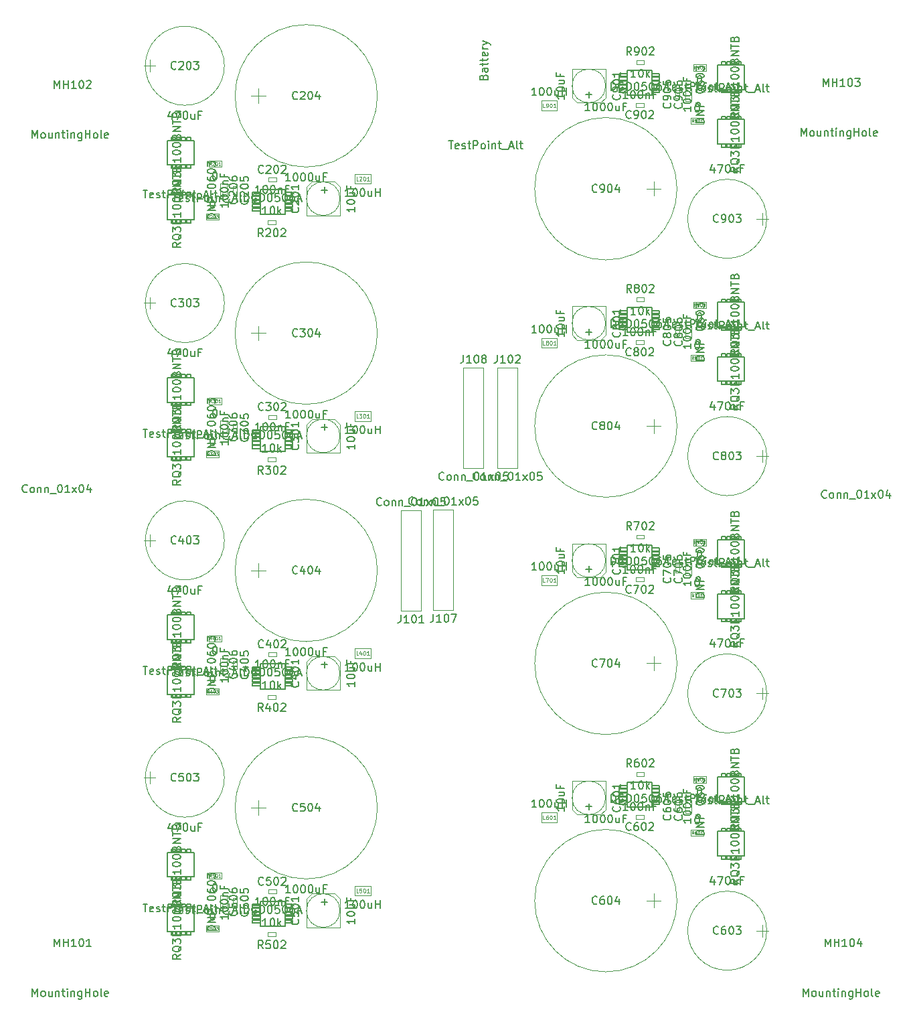
<source format=gbr>
G04 #@! TF.GenerationSoftware,KiCad,Pcbnew,5.0.0*
G04 #@! TF.CreationDate,2018-08-14T07:29:03-04:00*
G04 #@! TF.ProjectId,peripherals,7065726970686572616C732E6B696361,rev?*
G04 #@! TF.SameCoordinates,Original*
G04 #@! TF.FileFunction,Other,Fab,Top*
%FSLAX46Y46*%
G04 Gerber Fmt 4.6, Leading zero omitted, Abs format (unit mm)*
G04 Created by KiCad (PCBNEW 5.0.0) date Tue Aug 14 07:29:03 2018*
%MOMM*%
%LPD*%
G01*
G04 APERTURE LIST*
%ADD10C,0.100000*%
%ADD11C,0.150000*%
%ADD12C,0.075000*%
G04 APERTURE END LIST*
D10*
G04 #@! TO.C,J101*
X86370000Y-122020000D02*
X86370000Y-109320000D01*
X86370000Y-109320000D02*
X83830000Y-109320000D01*
X83830000Y-109320000D02*
X83830000Y-122020000D01*
X83830000Y-122020000D02*
X86370000Y-122020000D01*
G04 #@! TO.C,J102*
X98570000Y-91280000D02*
X96030000Y-91280000D01*
X98570000Y-103980000D02*
X98570000Y-91280000D01*
X96030000Y-103980000D02*
X98570000Y-103980000D01*
X96030000Y-91280000D02*
X96030000Y-103980000D01*
G04 #@! TO.C,J107*
X90470000Y-121920000D02*
X90470000Y-109220000D01*
X90470000Y-109220000D02*
X87930000Y-109220000D01*
X87930000Y-109220000D02*
X87930000Y-121920000D01*
X87930000Y-121920000D02*
X90470000Y-121920000D01*
G04 #@! TO.C,J108*
X94270000Y-91280000D02*
X91730000Y-91280000D01*
X94270000Y-103980000D02*
X94270000Y-91280000D01*
X91730000Y-103980000D02*
X94270000Y-103980000D01*
X91730000Y-91280000D02*
X91730000Y-103980000D01*
G04 #@! TO.C,C401*
X76121320Y-129900000D02*
G75*
G03X76121320Y-129900000I-2121320J0D01*
G01*
X71870000Y-132030000D02*
X76130000Y-132030000D01*
X71870000Y-128440000D02*
X71870000Y-132030000D01*
X72540000Y-127770000D02*
X71870000Y-128440000D01*
X75460000Y-127770000D02*
X72540000Y-127770000D01*
X76130000Y-128440000D02*
X75460000Y-127770000D01*
X76130000Y-132030000D02*
X76130000Y-128440000D01*
G04 #@! TO.C,C501*
X76121320Y-159900000D02*
G75*
G03X76121320Y-159900000I-2121320J0D01*
G01*
X71870000Y-162030000D02*
X76130000Y-162030000D01*
X71870000Y-158440000D02*
X71870000Y-162030000D01*
X72540000Y-157770000D02*
X71870000Y-158440000D01*
X75460000Y-157770000D02*
X72540000Y-157770000D01*
X76130000Y-158440000D02*
X75460000Y-157770000D01*
X76130000Y-162030000D02*
X76130000Y-158440000D01*
G04 #@! TO.C,C901*
X109721320Y-55650000D02*
G75*
G03X109721320Y-55650000I-2121320J0D01*
G01*
X109730000Y-53520000D02*
X105470000Y-53520000D01*
X109730000Y-57110000D02*
X109730000Y-53520000D01*
X109060000Y-57780000D02*
X109730000Y-57110000D01*
X106140000Y-57780000D02*
X109060000Y-57780000D01*
X105470000Y-57110000D02*
X106140000Y-57780000D01*
X105470000Y-53520000D02*
X105470000Y-57110000D01*
G04 #@! TO.C,C801*
X109721320Y-85650000D02*
G75*
G03X109721320Y-85650000I-2121320J0D01*
G01*
X109730000Y-83520000D02*
X105470000Y-83520000D01*
X109730000Y-87110000D02*
X109730000Y-83520000D01*
X109060000Y-87780000D02*
X109730000Y-87110000D01*
X106140000Y-87780000D02*
X109060000Y-87780000D01*
X105470000Y-87110000D02*
X106140000Y-87780000D01*
X105470000Y-83520000D02*
X105470000Y-87110000D01*
G04 #@! TO.C,C301*
X76121320Y-99900000D02*
G75*
G03X76121320Y-99900000I-2121320J0D01*
G01*
X71870000Y-102030000D02*
X76130000Y-102030000D01*
X71870000Y-98440000D02*
X71870000Y-102030000D01*
X72540000Y-97770000D02*
X71870000Y-98440000D01*
X75460000Y-97770000D02*
X72540000Y-97770000D01*
X76130000Y-98440000D02*
X75460000Y-97770000D01*
X76130000Y-102030000D02*
X76130000Y-98440000D01*
G04 #@! TO.C,C701*
X109721320Y-115650000D02*
G75*
G03X109721320Y-115650000I-2121320J0D01*
G01*
X109730000Y-113520000D02*
X105470000Y-113520000D01*
X109730000Y-117110000D02*
X109730000Y-113520000D01*
X109060000Y-117780000D02*
X109730000Y-117110000D01*
X106140000Y-117780000D02*
X109060000Y-117780000D01*
X105470000Y-117110000D02*
X106140000Y-117780000D01*
X105470000Y-113520000D02*
X105470000Y-117110000D01*
G04 #@! TO.C,C201*
X76121320Y-69900000D02*
G75*
G03X76121320Y-69900000I-2121320J0D01*
G01*
X71870000Y-72030000D02*
X76130000Y-72030000D01*
X71870000Y-68440000D02*
X71870000Y-72030000D01*
X72540000Y-67770000D02*
X71870000Y-68440000D01*
X75460000Y-67770000D02*
X72540000Y-67770000D01*
X76130000Y-68440000D02*
X75460000Y-67770000D01*
X76130000Y-72030000D02*
X76130000Y-68440000D01*
G04 #@! TO.C,C601*
X109721320Y-145650000D02*
G75*
G03X109721320Y-145650000I-2121320J0D01*
G01*
X109730000Y-143520000D02*
X105470000Y-143520000D01*
X109730000Y-147110000D02*
X109730000Y-143520000D01*
X109060000Y-147780000D02*
X109730000Y-147110000D01*
X106140000Y-147780000D02*
X109060000Y-147780000D01*
X105470000Y-147110000D02*
X106140000Y-147780000D01*
X105470000Y-143520000D02*
X105470000Y-147110000D01*
G04 #@! TO.C,C205*
X62550000Y-68350000D02*
X63050000Y-68350000D01*
X62550000Y-69350000D02*
X62550000Y-68350000D01*
X63050000Y-69350000D02*
X62550000Y-69350000D01*
X63050000Y-68350000D02*
X63050000Y-69350000D01*
G04 #@! TO.C,C202*
X67050000Y-67250000D02*
X68050000Y-67250000D01*
X68050000Y-67250000D02*
X68050000Y-67750000D01*
X68050000Y-67750000D02*
X67050000Y-67750000D01*
X67050000Y-67750000D02*
X67050000Y-67250000D01*
G04 #@! TO.C,C305*
X62550000Y-98350000D02*
X63050000Y-98350000D01*
X62550000Y-99350000D02*
X62550000Y-98350000D01*
X63050000Y-99350000D02*
X62550000Y-99350000D01*
X63050000Y-98350000D02*
X63050000Y-99350000D01*
G04 #@! TO.C,C302*
X67050000Y-97250000D02*
X68050000Y-97250000D01*
X68050000Y-97250000D02*
X68050000Y-97750000D01*
X68050000Y-97750000D02*
X67050000Y-97750000D01*
X67050000Y-97750000D02*
X67050000Y-97250000D01*
G04 #@! TO.C,C402*
X67050000Y-127250000D02*
X68050000Y-127250000D01*
X68050000Y-127250000D02*
X68050000Y-127750000D01*
X68050000Y-127750000D02*
X67050000Y-127750000D01*
X67050000Y-127750000D02*
X67050000Y-127250000D01*
G04 #@! TO.C,C405*
X62550000Y-128350000D02*
X63050000Y-128350000D01*
X62550000Y-129350000D02*
X62550000Y-128350000D01*
X63050000Y-129350000D02*
X62550000Y-129350000D01*
X63050000Y-128350000D02*
X63050000Y-129350000D01*
G04 #@! TO.C,C502*
X67050000Y-157250000D02*
X68050000Y-157250000D01*
X68050000Y-157250000D02*
X68050000Y-157750000D01*
X68050000Y-157750000D02*
X67050000Y-157750000D01*
X67050000Y-157750000D02*
X67050000Y-157250000D01*
G04 #@! TO.C,C505*
X62550000Y-158350000D02*
X63050000Y-158350000D01*
X62550000Y-159350000D02*
X62550000Y-158350000D01*
X63050000Y-159350000D02*
X62550000Y-159350000D01*
X63050000Y-158350000D02*
X63050000Y-159350000D01*
G04 #@! TO.C,C905*
X119050000Y-57200000D02*
X118550000Y-57200000D01*
X119050000Y-56200000D02*
X119050000Y-57200000D01*
X118550000Y-56200000D02*
X119050000Y-56200000D01*
X118550000Y-57200000D02*
X118550000Y-56200000D01*
G04 #@! TO.C,C902*
X114550000Y-58300000D02*
X113550000Y-58300000D01*
X113550000Y-58300000D02*
X113550000Y-57800000D01*
X113550000Y-57800000D02*
X114550000Y-57800000D01*
X114550000Y-57800000D02*
X114550000Y-58300000D01*
G04 #@! TO.C,C805*
X119050000Y-87200000D02*
X118550000Y-87200000D01*
X119050000Y-86200000D02*
X119050000Y-87200000D01*
X118550000Y-86200000D02*
X119050000Y-86200000D01*
X118550000Y-87200000D02*
X118550000Y-86200000D01*
G04 #@! TO.C,C802*
X114550000Y-88300000D02*
X113550000Y-88300000D01*
X113550000Y-88300000D02*
X113550000Y-87800000D01*
X113550000Y-87800000D02*
X114550000Y-87800000D01*
X114550000Y-87800000D02*
X114550000Y-88300000D01*
G04 #@! TO.C,C605*
X119050000Y-147200000D02*
X118550000Y-147200000D01*
X119050000Y-146200000D02*
X119050000Y-147200000D01*
X118550000Y-146200000D02*
X119050000Y-146200000D01*
X118550000Y-147200000D02*
X118550000Y-146200000D01*
G04 #@! TO.C,C705*
X119050000Y-117200000D02*
X118550000Y-117200000D01*
X119050000Y-116200000D02*
X119050000Y-117200000D01*
X118550000Y-116200000D02*
X119050000Y-116200000D01*
X118550000Y-117200000D02*
X118550000Y-116200000D01*
G04 #@! TO.C,C702*
X114550000Y-118300000D02*
X113550000Y-118300000D01*
X113550000Y-118300000D02*
X113550000Y-117800000D01*
X113550000Y-117800000D02*
X114550000Y-117800000D01*
X114550000Y-117800000D02*
X114550000Y-118300000D01*
G04 #@! TO.C,C602*
X114550000Y-148300000D02*
X113550000Y-148300000D01*
X113550000Y-148300000D02*
X113550000Y-147800000D01*
X113550000Y-147800000D02*
X114550000Y-147800000D01*
X114550000Y-147800000D02*
X114550000Y-148300000D01*
G04 #@! TO.C,C906*
X120600000Y-57550000D02*
X119800000Y-57550000D01*
X120600000Y-55950000D02*
X120600000Y-57550000D01*
X119800000Y-55950000D02*
X120600000Y-55950000D01*
X119800000Y-57550000D02*
X119800000Y-55950000D01*
G04 #@! TO.C,C806*
X120600000Y-87550000D02*
X119800000Y-87550000D01*
X120600000Y-85950000D02*
X120600000Y-87550000D01*
X119800000Y-85950000D02*
X120600000Y-85950000D01*
X119800000Y-87550000D02*
X119800000Y-85950000D01*
G04 #@! TO.C,C706*
X120600000Y-117550000D02*
X119800000Y-117550000D01*
X120600000Y-115950000D02*
X120600000Y-117550000D01*
X119800000Y-115950000D02*
X120600000Y-115950000D01*
X119800000Y-117550000D02*
X119800000Y-115950000D01*
G04 #@! TO.C,C206*
X61000000Y-68000000D02*
X61800000Y-68000000D01*
X61000000Y-69600000D02*
X61000000Y-68000000D01*
X61800000Y-69600000D02*
X61000000Y-69600000D01*
X61800000Y-68000000D02*
X61800000Y-69600000D01*
G04 #@! TO.C,C606*
X120600000Y-147550000D02*
X119800000Y-147550000D01*
X120600000Y-145950000D02*
X120600000Y-147550000D01*
X119800000Y-145950000D02*
X120600000Y-145950000D01*
X119800000Y-147550000D02*
X119800000Y-145950000D01*
G04 #@! TO.C,C506*
X61000000Y-158000000D02*
X61800000Y-158000000D01*
X61000000Y-159600000D02*
X61000000Y-158000000D01*
X61800000Y-159600000D02*
X61000000Y-159600000D01*
X61800000Y-158000000D02*
X61800000Y-159600000D01*
G04 #@! TO.C,C306*
X61000000Y-98000000D02*
X61800000Y-98000000D01*
X61000000Y-99600000D02*
X61000000Y-98000000D01*
X61800000Y-99600000D02*
X61000000Y-99600000D01*
X61800000Y-98000000D02*
X61800000Y-99600000D01*
G04 #@! TO.C,C406*
X61000000Y-128000000D02*
X61800000Y-128000000D01*
X61000000Y-129600000D02*
X61000000Y-128000000D01*
X61800000Y-129600000D02*
X61000000Y-129600000D01*
X61800000Y-128000000D02*
X61800000Y-129600000D01*
G04 #@! TO.C,C703*
X130100000Y-132450000D02*
G75*
G03X130100000Y-132450000I-5000000J0D01*
G01*
X130300000Y-132450000D02*
X128800000Y-132450000D01*
X129550000Y-133200000D02*
X129550000Y-131700000D01*
G04 #@! TO.C,C203*
X61500000Y-53100000D02*
G75*
G03X61500000Y-53100000I-5000000J0D01*
G01*
X51300000Y-53100000D02*
X52800000Y-53100000D01*
X52050000Y-52350000D02*
X52050000Y-53850000D01*
G04 #@! TO.C,C603*
X130100000Y-162450000D02*
G75*
G03X130100000Y-162450000I-5000000J0D01*
G01*
X130300000Y-162450000D02*
X128800000Y-162450000D01*
X129550000Y-163200000D02*
X129550000Y-161700000D01*
G04 #@! TO.C,C803*
X130100000Y-102450000D02*
G75*
G03X130100000Y-102450000I-5000000J0D01*
G01*
X130300000Y-102450000D02*
X128800000Y-102450000D01*
X129550000Y-103200000D02*
X129550000Y-101700000D01*
G04 #@! TO.C,C903*
X130100000Y-72450000D02*
G75*
G03X130100000Y-72450000I-5000000J0D01*
G01*
X130300000Y-72450000D02*
X128800000Y-72450000D01*
X129550000Y-73200000D02*
X129550000Y-71700000D01*
G04 #@! TO.C,C503*
X61500000Y-143100000D02*
G75*
G03X61500000Y-143100000I-5000000J0D01*
G01*
X51300000Y-143100000D02*
X52800000Y-143100000D01*
X52050000Y-142350000D02*
X52050000Y-143850000D01*
G04 #@! TO.C,C303*
X61500000Y-83100000D02*
G75*
G03X61500000Y-83100000I-5000000J0D01*
G01*
X51300000Y-83100000D02*
X52800000Y-83100000D01*
X52050000Y-82350000D02*
X52050000Y-83850000D01*
G04 #@! TO.C,C403*
X61500000Y-113100000D02*
G75*
G03X61500000Y-113100000I-5000000J0D01*
G01*
X51300000Y-113100000D02*
X52800000Y-113100000D01*
X52050000Y-112350000D02*
X52050000Y-113850000D01*
G04 #@! TO.C,C404*
X80850000Y-116900000D02*
G75*
G03X80850000Y-116900000I-9000000J0D01*
G01*
X64900000Y-116900000D02*
X66700000Y-116900000D01*
X65800000Y-116000000D02*
X65800000Y-117800000D01*
G04 #@! TO.C,C604*
X118750000Y-158650000D02*
G75*
G03X118750000Y-158650000I-9000000J0D01*
G01*
X116700000Y-158650000D02*
X114900000Y-158650000D01*
X115800000Y-159550000D02*
X115800000Y-157750000D01*
G04 #@! TO.C,C304*
X80850000Y-86900000D02*
G75*
G03X80850000Y-86900000I-9000000J0D01*
G01*
X64900000Y-86900000D02*
X66700000Y-86900000D01*
X65800000Y-86000000D02*
X65800000Y-87800000D01*
G04 #@! TO.C,C204*
X80850000Y-56900000D02*
G75*
G03X80850000Y-56900000I-9000000J0D01*
G01*
X64900000Y-56900000D02*
X66700000Y-56900000D01*
X65800000Y-56000000D02*
X65800000Y-57800000D01*
G04 #@! TO.C,C704*
X118750000Y-128650000D02*
G75*
G03X118750000Y-128650000I-9000000J0D01*
G01*
X116700000Y-128650000D02*
X114900000Y-128650000D01*
X115800000Y-129550000D02*
X115800000Y-127750000D01*
G04 #@! TO.C,C904*
X118750000Y-68650000D02*
G75*
G03X118750000Y-68650000I-9000000J0D01*
G01*
X116700000Y-68650000D02*
X114900000Y-68650000D01*
X115800000Y-69550000D02*
X115800000Y-67750000D01*
G04 #@! TO.C,C804*
X118750000Y-98650000D02*
G75*
G03X118750000Y-98650000I-9000000J0D01*
G01*
X116700000Y-98650000D02*
X114900000Y-98650000D01*
X115800000Y-99550000D02*
X115800000Y-97750000D01*
G04 #@! TO.C,C504*
X80850000Y-146900000D02*
G75*
G03X80850000Y-146900000I-9000000J0D01*
G01*
X64900000Y-146900000D02*
X66700000Y-146900000D01*
X65800000Y-146000000D02*
X65800000Y-147800000D01*
G04 #@! TO.C,R202*
X68000000Y-73150000D02*
X67000000Y-73150000D01*
X67000000Y-73150000D02*
X67000000Y-72650000D01*
X67000000Y-72650000D02*
X68000000Y-72650000D01*
X68000000Y-72650000D02*
X68000000Y-73150000D01*
G04 #@! TO.C,R302*
X68000000Y-103150000D02*
X67000000Y-103150000D01*
X67000000Y-103150000D02*
X67000000Y-102650000D01*
X67000000Y-102650000D02*
X68000000Y-102650000D01*
X68000000Y-102650000D02*
X68000000Y-103150000D01*
G04 #@! TO.C,R402*
X68000000Y-133150000D02*
X67000000Y-133150000D01*
X67000000Y-133150000D02*
X67000000Y-132650000D01*
X67000000Y-132650000D02*
X68000000Y-132650000D01*
X68000000Y-132650000D02*
X68000000Y-133150000D01*
G04 #@! TO.C,R502*
X68000000Y-163150000D02*
X67000000Y-163150000D01*
X67000000Y-163150000D02*
X67000000Y-162650000D01*
X67000000Y-162650000D02*
X68000000Y-162650000D01*
X68000000Y-162650000D02*
X68000000Y-163150000D01*
G04 #@! TO.C,R702*
X113600000Y-112400000D02*
X114600000Y-112400000D01*
X114600000Y-112400000D02*
X114600000Y-112900000D01*
X114600000Y-112900000D02*
X113600000Y-112900000D01*
X113600000Y-112900000D02*
X113600000Y-112400000D01*
G04 #@! TO.C,R802*
X113600000Y-82400000D02*
X114600000Y-82400000D01*
X114600000Y-82400000D02*
X114600000Y-82900000D01*
X114600000Y-82900000D02*
X113600000Y-82900000D01*
X113600000Y-82900000D02*
X113600000Y-82400000D01*
G04 #@! TO.C,R902*
X113600000Y-52400000D02*
X114600000Y-52400000D01*
X114600000Y-52400000D02*
X114600000Y-52900000D01*
X114600000Y-52900000D02*
X113600000Y-52900000D01*
X113600000Y-52900000D02*
X113600000Y-52400000D01*
G04 #@! TO.C,R602*
X113600000Y-142400000D02*
X114600000Y-142400000D01*
X114600000Y-142400000D02*
X114600000Y-142900000D01*
X114600000Y-142900000D02*
X113600000Y-142900000D01*
X113600000Y-142900000D02*
X113600000Y-142400000D01*
G04 #@! TO.C,R801*
X122100000Y-90450000D02*
X120500000Y-90450000D01*
X120500000Y-90450000D02*
X120500000Y-89650000D01*
X120500000Y-89650000D02*
X122100000Y-89650000D01*
X122100000Y-89650000D02*
X122100000Y-90450000D01*
G04 #@! TO.C,R201*
X59500000Y-65100000D02*
X61100000Y-65100000D01*
X61100000Y-65100000D02*
X61100000Y-65900000D01*
X61100000Y-65900000D02*
X59500000Y-65900000D01*
X59500000Y-65900000D02*
X59500000Y-65100000D01*
G04 #@! TO.C,R601*
X122100000Y-150450000D02*
X120500000Y-150450000D01*
X120500000Y-150450000D02*
X120500000Y-149650000D01*
X120500000Y-149650000D02*
X122100000Y-149650000D01*
X122100000Y-149650000D02*
X122100000Y-150450000D01*
G04 #@! TO.C,R203*
X60800000Y-72600000D02*
X59200000Y-72600000D01*
X59200000Y-72600000D02*
X59200000Y-71800000D01*
X59200000Y-71800000D02*
X60800000Y-71800000D01*
X60800000Y-71800000D02*
X60800000Y-72600000D01*
G04 #@! TO.C,R903*
X120800000Y-52950000D02*
X122400000Y-52950000D01*
X122400000Y-52950000D02*
X122400000Y-53750000D01*
X122400000Y-53750000D02*
X120800000Y-53750000D01*
X120800000Y-53750000D02*
X120800000Y-52950000D01*
G04 #@! TO.C,R301*
X59500000Y-95100000D02*
X61100000Y-95100000D01*
X61100000Y-95100000D02*
X61100000Y-95900000D01*
X61100000Y-95900000D02*
X59500000Y-95900000D01*
X59500000Y-95900000D02*
X59500000Y-95100000D01*
G04 #@! TO.C,R901*
X122100000Y-60450000D02*
X120500000Y-60450000D01*
X120500000Y-60450000D02*
X120500000Y-59650000D01*
X120500000Y-59650000D02*
X122100000Y-59650000D01*
X122100000Y-59650000D02*
X122100000Y-60450000D01*
G04 #@! TO.C,R803*
X120800000Y-82950000D02*
X122400000Y-82950000D01*
X122400000Y-82950000D02*
X122400000Y-83750000D01*
X122400000Y-83750000D02*
X120800000Y-83750000D01*
X120800000Y-83750000D02*
X120800000Y-82950000D01*
G04 #@! TO.C,R703*
X120800000Y-112950000D02*
X122400000Y-112950000D01*
X122400000Y-112950000D02*
X122400000Y-113750000D01*
X122400000Y-113750000D02*
X120800000Y-113750000D01*
X120800000Y-113750000D02*
X120800000Y-112950000D01*
G04 #@! TO.C,R303*
X60800000Y-102600000D02*
X59200000Y-102600000D01*
X59200000Y-102600000D02*
X59200000Y-101800000D01*
X59200000Y-101800000D02*
X60800000Y-101800000D01*
X60800000Y-101800000D02*
X60800000Y-102600000D01*
G04 #@! TO.C,R401*
X59500000Y-125100000D02*
X61100000Y-125100000D01*
X61100000Y-125100000D02*
X61100000Y-125900000D01*
X61100000Y-125900000D02*
X59500000Y-125900000D01*
X59500000Y-125900000D02*
X59500000Y-125100000D01*
G04 #@! TO.C,R403*
X60800000Y-132600000D02*
X59200000Y-132600000D01*
X59200000Y-132600000D02*
X59200000Y-131800000D01*
X59200000Y-131800000D02*
X60800000Y-131800000D01*
X60800000Y-131800000D02*
X60800000Y-132600000D01*
G04 #@! TO.C,R501*
X59500000Y-155100000D02*
X61100000Y-155100000D01*
X61100000Y-155100000D02*
X61100000Y-155900000D01*
X61100000Y-155900000D02*
X59500000Y-155900000D01*
X59500000Y-155900000D02*
X59500000Y-155100000D01*
G04 #@! TO.C,R701*
X122100000Y-120450000D02*
X120500000Y-120450000D01*
X120500000Y-120450000D02*
X120500000Y-119650000D01*
X120500000Y-119650000D02*
X122100000Y-119650000D01*
X122100000Y-119650000D02*
X122100000Y-120450000D01*
G04 #@! TO.C,R603*
X120800000Y-142950000D02*
X122400000Y-142950000D01*
X122400000Y-142950000D02*
X122400000Y-143750000D01*
X122400000Y-143750000D02*
X120800000Y-143750000D01*
X120800000Y-143750000D02*
X120800000Y-142950000D01*
G04 #@! TO.C,R503*
X60800000Y-162600000D02*
X59200000Y-162600000D01*
X59200000Y-162600000D02*
X59200000Y-161800000D01*
X59200000Y-161800000D02*
X60800000Y-161800000D01*
X60800000Y-161800000D02*
X60800000Y-162600000D01*
G04 #@! TO.C,L301*
X78000000Y-98020000D02*
X78000000Y-96780000D01*
X80000000Y-98020000D02*
X78000000Y-98020000D01*
X80000000Y-96780000D02*
X80000000Y-98020000D01*
X78000000Y-96780000D02*
X80000000Y-96780000D01*
G04 #@! TO.C,L201*
X78000000Y-68020000D02*
X78000000Y-66780000D01*
X80000000Y-68020000D02*
X78000000Y-68020000D01*
X80000000Y-66780000D02*
X80000000Y-68020000D01*
X78000000Y-66780000D02*
X80000000Y-66780000D01*
G04 #@! TO.C,L401*
X78000000Y-128020000D02*
X78000000Y-126780000D01*
X80000000Y-128020000D02*
X78000000Y-128020000D01*
X80000000Y-126780000D02*
X80000000Y-128020000D01*
X78000000Y-126780000D02*
X80000000Y-126780000D01*
G04 #@! TO.C,L501*
X78000000Y-158020000D02*
X78000000Y-156780000D01*
X80000000Y-158020000D02*
X78000000Y-158020000D01*
X80000000Y-156780000D02*
X80000000Y-158020000D01*
X78000000Y-156780000D02*
X80000000Y-156780000D01*
G04 #@! TO.C,L701*
X103600000Y-117530000D02*
X103600000Y-118770000D01*
X101600000Y-117530000D02*
X103600000Y-117530000D01*
X101600000Y-118770000D02*
X101600000Y-117530000D01*
X103600000Y-118770000D02*
X101600000Y-118770000D01*
G04 #@! TO.C,L801*
X103600000Y-87530000D02*
X103600000Y-88770000D01*
X101600000Y-87530000D02*
X103600000Y-87530000D01*
X101600000Y-88770000D02*
X101600000Y-87530000D01*
X103600000Y-88770000D02*
X101600000Y-88770000D01*
G04 #@! TO.C,L901*
X103600000Y-57530000D02*
X103600000Y-58770000D01*
X101600000Y-57530000D02*
X103600000Y-57530000D01*
X101600000Y-58770000D02*
X101600000Y-57530000D01*
X103600000Y-58770000D02*
X101600000Y-58770000D01*
G04 #@! TO.C,L601*
X103600000Y-147530000D02*
X103600000Y-148770000D01*
X101600000Y-147530000D02*
X103600000Y-147530000D01*
X101600000Y-148770000D02*
X101600000Y-147530000D01*
X103600000Y-148770000D02*
X101600000Y-148770000D01*
D11*
G04 #@! TO.C,U501*
X66025000Y-158725000D02*
X69175000Y-158725000D01*
X69175000Y-158725000D02*
X69175000Y-161875000D01*
X69175000Y-161875000D02*
X66025000Y-161875000D01*
X66025000Y-161875000D02*
X66025000Y-158725000D01*
X66025000Y-159115000D02*
X65050000Y-159115000D01*
X65050000Y-159115000D02*
X65050000Y-159485000D01*
X65050000Y-159485000D02*
X66025000Y-159485000D01*
X66025000Y-159615000D02*
X65050000Y-159615000D01*
X65050000Y-159615000D02*
X65050000Y-159985000D01*
X65050000Y-159985000D02*
X66025000Y-159985000D01*
X66025000Y-160115000D02*
X65050000Y-160115000D01*
X65050000Y-160115000D02*
X65050000Y-160485000D01*
X65050000Y-160485000D02*
X66025000Y-160485000D01*
X66025000Y-160615000D02*
X65050000Y-160615000D01*
X65050000Y-160615000D02*
X65050000Y-160985000D01*
X65050000Y-160985000D02*
X66025000Y-160985000D01*
X66025000Y-161115000D02*
X65050000Y-161115000D01*
X65050000Y-161115000D02*
X65050000Y-161485000D01*
X65050000Y-161485000D02*
X66025000Y-161485000D01*
X69175000Y-161485000D02*
X70150000Y-161485000D01*
X70150000Y-161485000D02*
X70150000Y-161115000D01*
X70150000Y-161115000D02*
X69175000Y-161115000D01*
X69175000Y-160985000D02*
X70150000Y-160985000D01*
X70150000Y-160985000D02*
X70150000Y-160615000D01*
X70150000Y-160615000D02*
X69175000Y-160615000D01*
X69175000Y-160485000D02*
X70150000Y-160485000D01*
X70150000Y-160485000D02*
X70150000Y-160115000D01*
X70150000Y-160115000D02*
X69175000Y-160115000D01*
X69175000Y-159985000D02*
X70150000Y-159985000D01*
X70150000Y-159985000D02*
X70150000Y-159615000D01*
X70150000Y-159615000D02*
X69175000Y-159615000D01*
X69175000Y-159485000D02*
X70150000Y-159485000D01*
X70150000Y-159485000D02*
X70150000Y-159115000D01*
X70150000Y-159115000D02*
X69175000Y-159115000D01*
G04 #@! TO.C,U201*
X66025000Y-68725000D02*
X69175000Y-68725000D01*
X69175000Y-68725000D02*
X69175000Y-71875000D01*
X69175000Y-71875000D02*
X66025000Y-71875000D01*
X66025000Y-71875000D02*
X66025000Y-68725000D01*
X66025000Y-69115000D02*
X65050000Y-69115000D01*
X65050000Y-69115000D02*
X65050000Y-69485000D01*
X65050000Y-69485000D02*
X66025000Y-69485000D01*
X66025000Y-69615000D02*
X65050000Y-69615000D01*
X65050000Y-69615000D02*
X65050000Y-69985000D01*
X65050000Y-69985000D02*
X66025000Y-69985000D01*
X66025000Y-70115000D02*
X65050000Y-70115000D01*
X65050000Y-70115000D02*
X65050000Y-70485000D01*
X65050000Y-70485000D02*
X66025000Y-70485000D01*
X66025000Y-70615000D02*
X65050000Y-70615000D01*
X65050000Y-70615000D02*
X65050000Y-70985000D01*
X65050000Y-70985000D02*
X66025000Y-70985000D01*
X66025000Y-71115000D02*
X65050000Y-71115000D01*
X65050000Y-71115000D02*
X65050000Y-71485000D01*
X65050000Y-71485000D02*
X66025000Y-71485000D01*
X69175000Y-71485000D02*
X70150000Y-71485000D01*
X70150000Y-71485000D02*
X70150000Y-71115000D01*
X70150000Y-71115000D02*
X69175000Y-71115000D01*
X69175000Y-70985000D02*
X70150000Y-70985000D01*
X70150000Y-70985000D02*
X70150000Y-70615000D01*
X70150000Y-70615000D02*
X69175000Y-70615000D01*
X69175000Y-70485000D02*
X70150000Y-70485000D01*
X70150000Y-70485000D02*
X70150000Y-70115000D01*
X70150000Y-70115000D02*
X69175000Y-70115000D01*
X69175000Y-69985000D02*
X70150000Y-69985000D01*
X70150000Y-69985000D02*
X70150000Y-69615000D01*
X70150000Y-69615000D02*
X69175000Y-69615000D01*
X69175000Y-69485000D02*
X70150000Y-69485000D01*
X70150000Y-69485000D02*
X70150000Y-69115000D01*
X70150000Y-69115000D02*
X69175000Y-69115000D01*
G04 #@! TO.C,U901*
X115575000Y-56825000D02*
X112425000Y-56825000D01*
X112425000Y-56825000D02*
X112425000Y-53675000D01*
X112425000Y-53675000D02*
X115575000Y-53675000D01*
X115575000Y-53675000D02*
X115575000Y-56825000D01*
X115575000Y-56435000D02*
X116550000Y-56435000D01*
X116550000Y-56435000D02*
X116550000Y-56065000D01*
X116550000Y-56065000D02*
X115575000Y-56065000D01*
X115575000Y-55935000D02*
X116550000Y-55935000D01*
X116550000Y-55935000D02*
X116550000Y-55565000D01*
X116550000Y-55565000D02*
X115575000Y-55565000D01*
X115575000Y-55435000D02*
X116550000Y-55435000D01*
X116550000Y-55435000D02*
X116550000Y-55065000D01*
X116550000Y-55065000D02*
X115575000Y-55065000D01*
X115575000Y-54935000D02*
X116550000Y-54935000D01*
X116550000Y-54935000D02*
X116550000Y-54565000D01*
X116550000Y-54565000D02*
X115575000Y-54565000D01*
X115575000Y-54435000D02*
X116550000Y-54435000D01*
X116550000Y-54435000D02*
X116550000Y-54065000D01*
X116550000Y-54065000D02*
X115575000Y-54065000D01*
X112425000Y-54065000D02*
X111450000Y-54065000D01*
X111450000Y-54065000D02*
X111450000Y-54435000D01*
X111450000Y-54435000D02*
X112425000Y-54435000D01*
X112425000Y-54565000D02*
X111450000Y-54565000D01*
X111450000Y-54565000D02*
X111450000Y-54935000D01*
X111450000Y-54935000D02*
X112425000Y-54935000D01*
X112425000Y-55065000D02*
X111450000Y-55065000D01*
X111450000Y-55065000D02*
X111450000Y-55435000D01*
X111450000Y-55435000D02*
X112425000Y-55435000D01*
X112425000Y-55565000D02*
X111450000Y-55565000D01*
X111450000Y-55565000D02*
X111450000Y-55935000D01*
X111450000Y-55935000D02*
X112425000Y-55935000D01*
X112425000Y-56065000D02*
X111450000Y-56065000D01*
X111450000Y-56065000D02*
X111450000Y-56435000D01*
X111450000Y-56435000D02*
X112425000Y-56435000D01*
G04 #@! TO.C,U401*
X66025000Y-128725000D02*
X69175000Y-128725000D01*
X69175000Y-128725000D02*
X69175000Y-131875000D01*
X69175000Y-131875000D02*
X66025000Y-131875000D01*
X66025000Y-131875000D02*
X66025000Y-128725000D01*
X66025000Y-129115000D02*
X65050000Y-129115000D01*
X65050000Y-129115000D02*
X65050000Y-129485000D01*
X65050000Y-129485000D02*
X66025000Y-129485000D01*
X66025000Y-129615000D02*
X65050000Y-129615000D01*
X65050000Y-129615000D02*
X65050000Y-129985000D01*
X65050000Y-129985000D02*
X66025000Y-129985000D01*
X66025000Y-130115000D02*
X65050000Y-130115000D01*
X65050000Y-130115000D02*
X65050000Y-130485000D01*
X65050000Y-130485000D02*
X66025000Y-130485000D01*
X66025000Y-130615000D02*
X65050000Y-130615000D01*
X65050000Y-130615000D02*
X65050000Y-130985000D01*
X65050000Y-130985000D02*
X66025000Y-130985000D01*
X66025000Y-131115000D02*
X65050000Y-131115000D01*
X65050000Y-131115000D02*
X65050000Y-131485000D01*
X65050000Y-131485000D02*
X66025000Y-131485000D01*
X69175000Y-131485000D02*
X70150000Y-131485000D01*
X70150000Y-131485000D02*
X70150000Y-131115000D01*
X70150000Y-131115000D02*
X69175000Y-131115000D01*
X69175000Y-130985000D02*
X70150000Y-130985000D01*
X70150000Y-130985000D02*
X70150000Y-130615000D01*
X70150000Y-130615000D02*
X69175000Y-130615000D01*
X69175000Y-130485000D02*
X70150000Y-130485000D01*
X70150000Y-130485000D02*
X70150000Y-130115000D01*
X70150000Y-130115000D02*
X69175000Y-130115000D01*
X69175000Y-129985000D02*
X70150000Y-129985000D01*
X70150000Y-129985000D02*
X70150000Y-129615000D01*
X70150000Y-129615000D02*
X69175000Y-129615000D01*
X69175000Y-129485000D02*
X70150000Y-129485000D01*
X70150000Y-129485000D02*
X70150000Y-129115000D01*
X70150000Y-129115000D02*
X69175000Y-129115000D01*
G04 #@! TO.C,U601*
X115575000Y-146825000D02*
X112425000Y-146825000D01*
X112425000Y-146825000D02*
X112425000Y-143675000D01*
X112425000Y-143675000D02*
X115575000Y-143675000D01*
X115575000Y-143675000D02*
X115575000Y-146825000D01*
X115575000Y-146435000D02*
X116550000Y-146435000D01*
X116550000Y-146435000D02*
X116550000Y-146065000D01*
X116550000Y-146065000D02*
X115575000Y-146065000D01*
X115575000Y-145935000D02*
X116550000Y-145935000D01*
X116550000Y-145935000D02*
X116550000Y-145565000D01*
X116550000Y-145565000D02*
X115575000Y-145565000D01*
X115575000Y-145435000D02*
X116550000Y-145435000D01*
X116550000Y-145435000D02*
X116550000Y-145065000D01*
X116550000Y-145065000D02*
X115575000Y-145065000D01*
X115575000Y-144935000D02*
X116550000Y-144935000D01*
X116550000Y-144935000D02*
X116550000Y-144565000D01*
X116550000Y-144565000D02*
X115575000Y-144565000D01*
X115575000Y-144435000D02*
X116550000Y-144435000D01*
X116550000Y-144435000D02*
X116550000Y-144065000D01*
X116550000Y-144065000D02*
X115575000Y-144065000D01*
X112425000Y-144065000D02*
X111450000Y-144065000D01*
X111450000Y-144065000D02*
X111450000Y-144435000D01*
X111450000Y-144435000D02*
X112425000Y-144435000D01*
X112425000Y-144565000D02*
X111450000Y-144565000D01*
X111450000Y-144565000D02*
X111450000Y-144935000D01*
X111450000Y-144935000D02*
X112425000Y-144935000D01*
X112425000Y-145065000D02*
X111450000Y-145065000D01*
X111450000Y-145065000D02*
X111450000Y-145435000D01*
X111450000Y-145435000D02*
X112425000Y-145435000D01*
X112425000Y-145565000D02*
X111450000Y-145565000D01*
X111450000Y-145565000D02*
X111450000Y-145935000D01*
X111450000Y-145935000D02*
X112425000Y-145935000D01*
X112425000Y-146065000D02*
X111450000Y-146065000D01*
X111450000Y-146065000D02*
X111450000Y-146435000D01*
X111450000Y-146435000D02*
X112425000Y-146435000D01*
G04 #@! TO.C,U701*
X115575000Y-116825000D02*
X112425000Y-116825000D01*
X112425000Y-116825000D02*
X112425000Y-113675000D01*
X112425000Y-113675000D02*
X115575000Y-113675000D01*
X115575000Y-113675000D02*
X115575000Y-116825000D01*
X115575000Y-116435000D02*
X116550000Y-116435000D01*
X116550000Y-116435000D02*
X116550000Y-116065000D01*
X116550000Y-116065000D02*
X115575000Y-116065000D01*
X115575000Y-115935000D02*
X116550000Y-115935000D01*
X116550000Y-115935000D02*
X116550000Y-115565000D01*
X116550000Y-115565000D02*
X115575000Y-115565000D01*
X115575000Y-115435000D02*
X116550000Y-115435000D01*
X116550000Y-115435000D02*
X116550000Y-115065000D01*
X116550000Y-115065000D02*
X115575000Y-115065000D01*
X115575000Y-114935000D02*
X116550000Y-114935000D01*
X116550000Y-114935000D02*
X116550000Y-114565000D01*
X116550000Y-114565000D02*
X115575000Y-114565000D01*
X115575000Y-114435000D02*
X116550000Y-114435000D01*
X116550000Y-114435000D02*
X116550000Y-114065000D01*
X116550000Y-114065000D02*
X115575000Y-114065000D01*
X112425000Y-114065000D02*
X111450000Y-114065000D01*
X111450000Y-114065000D02*
X111450000Y-114435000D01*
X111450000Y-114435000D02*
X112425000Y-114435000D01*
X112425000Y-114565000D02*
X111450000Y-114565000D01*
X111450000Y-114565000D02*
X111450000Y-114935000D01*
X111450000Y-114935000D02*
X112425000Y-114935000D01*
X112425000Y-115065000D02*
X111450000Y-115065000D01*
X111450000Y-115065000D02*
X111450000Y-115435000D01*
X111450000Y-115435000D02*
X112425000Y-115435000D01*
X112425000Y-115565000D02*
X111450000Y-115565000D01*
X111450000Y-115565000D02*
X111450000Y-115935000D01*
X111450000Y-115935000D02*
X112425000Y-115935000D01*
X112425000Y-116065000D02*
X111450000Y-116065000D01*
X111450000Y-116065000D02*
X111450000Y-116435000D01*
X111450000Y-116435000D02*
X112425000Y-116435000D01*
G04 #@! TO.C,U801*
X115575000Y-86825000D02*
X112425000Y-86825000D01*
X112425000Y-86825000D02*
X112425000Y-83675000D01*
X112425000Y-83675000D02*
X115575000Y-83675000D01*
X115575000Y-83675000D02*
X115575000Y-86825000D01*
X115575000Y-86435000D02*
X116550000Y-86435000D01*
X116550000Y-86435000D02*
X116550000Y-86065000D01*
X116550000Y-86065000D02*
X115575000Y-86065000D01*
X115575000Y-85935000D02*
X116550000Y-85935000D01*
X116550000Y-85935000D02*
X116550000Y-85565000D01*
X116550000Y-85565000D02*
X115575000Y-85565000D01*
X115575000Y-85435000D02*
X116550000Y-85435000D01*
X116550000Y-85435000D02*
X116550000Y-85065000D01*
X116550000Y-85065000D02*
X115575000Y-85065000D01*
X115575000Y-84935000D02*
X116550000Y-84935000D01*
X116550000Y-84935000D02*
X116550000Y-84565000D01*
X116550000Y-84565000D02*
X115575000Y-84565000D01*
X115575000Y-84435000D02*
X116550000Y-84435000D01*
X116550000Y-84435000D02*
X116550000Y-84065000D01*
X116550000Y-84065000D02*
X115575000Y-84065000D01*
X112425000Y-84065000D02*
X111450000Y-84065000D01*
X111450000Y-84065000D02*
X111450000Y-84435000D01*
X111450000Y-84435000D02*
X112425000Y-84435000D01*
X112425000Y-84565000D02*
X111450000Y-84565000D01*
X111450000Y-84565000D02*
X111450000Y-84935000D01*
X111450000Y-84935000D02*
X112425000Y-84935000D01*
X112425000Y-85065000D02*
X111450000Y-85065000D01*
X111450000Y-85065000D02*
X111450000Y-85435000D01*
X111450000Y-85435000D02*
X112425000Y-85435000D01*
X112425000Y-85565000D02*
X111450000Y-85565000D01*
X111450000Y-85565000D02*
X111450000Y-85935000D01*
X111450000Y-85935000D02*
X112425000Y-85935000D01*
X112425000Y-86065000D02*
X111450000Y-86065000D01*
X111450000Y-86065000D02*
X111450000Y-86435000D01*
X111450000Y-86435000D02*
X112425000Y-86435000D01*
G04 #@! TO.C,U301*
X66025000Y-98725000D02*
X69175000Y-98725000D01*
X69175000Y-98725000D02*
X69175000Y-101875000D01*
X69175000Y-101875000D02*
X66025000Y-101875000D01*
X66025000Y-101875000D02*
X66025000Y-98725000D01*
X66025000Y-99115000D02*
X65050000Y-99115000D01*
X65050000Y-99115000D02*
X65050000Y-99485000D01*
X65050000Y-99485000D02*
X66025000Y-99485000D01*
X66025000Y-99615000D02*
X65050000Y-99615000D01*
X65050000Y-99615000D02*
X65050000Y-99985000D01*
X65050000Y-99985000D02*
X66025000Y-99985000D01*
X66025000Y-100115000D02*
X65050000Y-100115000D01*
X65050000Y-100115000D02*
X65050000Y-100485000D01*
X65050000Y-100485000D02*
X66025000Y-100485000D01*
X66025000Y-100615000D02*
X65050000Y-100615000D01*
X65050000Y-100615000D02*
X65050000Y-100985000D01*
X65050000Y-100985000D02*
X66025000Y-100985000D01*
X66025000Y-101115000D02*
X65050000Y-101115000D01*
X65050000Y-101115000D02*
X65050000Y-101485000D01*
X65050000Y-101485000D02*
X66025000Y-101485000D01*
X69175000Y-101485000D02*
X70150000Y-101485000D01*
X70150000Y-101485000D02*
X70150000Y-101115000D01*
X70150000Y-101115000D02*
X69175000Y-101115000D01*
X69175000Y-100985000D02*
X70150000Y-100985000D01*
X70150000Y-100985000D02*
X70150000Y-100615000D01*
X70150000Y-100615000D02*
X69175000Y-100615000D01*
X69175000Y-100485000D02*
X70150000Y-100485000D01*
X70150000Y-100485000D02*
X70150000Y-100115000D01*
X70150000Y-100115000D02*
X69175000Y-100115000D01*
X69175000Y-99985000D02*
X70150000Y-99985000D01*
X70150000Y-99985000D02*
X70150000Y-99615000D01*
X70150000Y-99615000D02*
X69175000Y-99615000D01*
X69175000Y-99485000D02*
X70150000Y-99485000D01*
X70150000Y-99485000D02*
X70150000Y-99115000D01*
X70150000Y-99115000D02*
X69175000Y-99115000D01*
G04 #@! TO.C,Q202*
X54790000Y-69050000D02*
X54790000Y-69450000D01*
X55260000Y-69050000D02*
X54790000Y-69050000D01*
X55260000Y-69450000D02*
X55260000Y-69050000D01*
X55440000Y-69050000D02*
X55440000Y-69450000D01*
X55910000Y-69050000D02*
X55440000Y-69050000D01*
X55910000Y-69450000D02*
X55910000Y-69050000D01*
X56090000Y-69050000D02*
X56090000Y-69450000D01*
X56560000Y-69050000D02*
X56090000Y-69050000D01*
X56560000Y-69450000D02*
X56560000Y-69050000D01*
X56740000Y-69050000D02*
X56740000Y-69450000D01*
X57210000Y-69050000D02*
X56740000Y-69050000D01*
X57210000Y-69450000D02*
X57210000Y-69050000D01*
X57210000Y-72950000D02*
X57210000Y-72550000D01*
X56740000Y-72950000D02*
X57210000Y-72950000D01*
X56740000Y-72550000D02*
X56740000Y-72950000D01*
X56560000Y-72950000D02*
X56560000Y-72550000D01*
X56090000Y-72950000D02*
X56560000Y-72950000D01*
X56090000Y-72550000D02*
X56090000Y-72950000D01*
X55910000Y-72950000D02*
X55910000Y-72550000D01*
X55440000Y-72950000D02*
X55910000Y-72950000D01*
X55440000Y-72550000D02*
X55440000Y-72950000D01*
X55260000Y-72950000D02*
X55260000Y-72550000D01*
X54790000Y-72950000D02*
X55260000Y-72950000D01*
X54790000Y-72550000D02*
X54790000Y-72950000D01*
X57700000Y-72550000D02*
X54300000Y-72550000D01*
X57700000Y-69450000D02*
X57700000Y-72550000D01*
X54300000Y-69450000D02*
X57700000Y-69450000D01*
X54300000Y-72550000D02*
X54300000Y-69450000D01*
G04 #@! TO.C,Q301*
X54300000Y-95650000D02*
X54300000Y-92550000D01*
X54300000Y-92550000D02*
X57700000Y-92550000D01*
X57700000Y-92550000D02*
X57700000Y-95650000D01*
X57700000Y-95650000D02*
X54300000Y-95650000D01*
X54790000Y-95650000D02*
X54790000Y-96050000D01*
X54790000Y-96050000D02*
X55260000Y-96050000D01*
X55260000Y-96050000D02*
X55260000Y-95650000D01*
X55440000Y-95650000D02*
X55440000Y-96050000D01*
X55440000Y-96050000D02*
X55910000Y-96050000D01*
X55910000Y-96050000D02*
X55910000Y-95650000D01*
X56090000Y-95650000D02*
X56090000Y-96050000D01*
X56090000Y-96050000D02*
X56560000Y-96050000D01*
X56560000Y-96050000D02*
X56560000Y-95650000D01*
X56740000Y-95650000D02*
X56740000Y-96050000D01*
X56740000Y-96050000D02*
X57210000Y-96050000D01*
X57210000Y-96050000D02*
X57210000Y-95650000D01*
X57210000Y-92550000D02*
X57210000Y-92150000D01*
X57210000Y-92150000D02*
X56740000Y-92150000D01*
X56740000Y-92150000D02*
X56740000Y-92550000D01*
X56560000Y-92550000D02*
X56560000Y-92150000D01*
X56560000Y-92150000D02*
X56090000Y-92150000D01*
X56090000Y-92150000D02*
X56090000Y-92550000D01*
X55910000Y-92550000D02*
X55910000Y-92150000D01*
X55910000Y-92150000D02*
X55440000Y-92150000D01*
X55440000Y-92150000D02*
X55440000Y-92550000D01*
X55260000Y-92550000D02*
X55260000Y-92150000D01*
X55260000Y-92150000D02*
X54790000Y-92150000D01*
X54790000Y-92150000D02*
X54790000Y-92550000D01*
G04 #@! TO.C,Q302*
X54790000Y-99050000D02*
X54790000Y-99450000D01*
X55260000Y-99050000D02*
X54790000Y-99050000D01*
X55260000Y-99450000D02*
X55260000Y-99050000D01*
X55440000Y-99050000D02*
X55440000Y-99450000D01*
X55910000Y-99050000D02*
X55440000Y-99050000D01*
X55910000Y-99450000D02*
X55910000Y-99050000D01*
X56090000Y-99050000D02*
X56090000Y-99450000D01*
X56560000Y-99050000D02*
X56090000Y-99050000D01*
X56560000Y-99450000D02*
X56560000Y-99050000D01*
X56740000Y-99050000D02*
X56740000Y-99450000D01*
X57210000Y-99050000D02*
X56740000Y-99050000D01*
X57210000Y-99450000D02*
X57210000Y-99050000D01*
X57210000Y-102950000D02*
X57210000Y-102550000D01*
X56740000Y-102950000D02*
X57210000Y-102950000D01*
X56740000Y-102550000D02*
X56740000Y-102950000D01*
X56560000Y-102950000D02*
X56560000Y-102550000D01*
X56090000Y-102950000D02*
X56560000Y-102950000D01*
X56090000Y-102550000D02*
X56090000Y-102950000D01*
X55910000Y-102950000D02*
X55910000Y-102550000D01*
X55440000Y-102950000D02*
X55910000Y-102950000D01*
X55440000Y-102550000D02*
X55440000Y-102950000D01*
X55260000Y-102950000D02*
X55260000Y-102550000D01*
X54790000Y-102950000D02*
X55260000Y-102950000D01*
X54790000Y-102550000D02*
X54790000Y-102950000D01*
X57700000Y-102550000D02*
X54300000Y-102550000D01*
X57700000Y-99450000D02*
X57700000Y-102550000D01*
X54300000Y-99450000D02*
X57700000Y-99450000D01*
X54300000Y-102550000D02*
X54300000Y-99450000D01*
G04 #@! TO.C,Q401*
X54300000Y-125650000D02*
X54300000Y-122550000D01*
X54300000Y-122550000D02*
X57700000Y-122550000D01*
X57700000Y-122550000D02*
X57700000Y-125650000D01*
X57700000Y-125650000D02*
X54300000Y-125650000D01*
X54790000Y-125650000D02*
X54790000Y-126050000D01*
X54790000Y-126050000D02*
X55260000Y-126050000D01*
X55260000Y-126050000D02*
X55260000Y-125650000D01*
X55440000Y-125650000D02*
X55440000Y-126050000D01*
X55440000Y-126050000D02*
X55910000Y-126050000D01*
X55910000Y-126050000D02*
X55910000Y-125650000D01*
X56090000Y-125650000D02*
X56090000Y-126050000D01*
X56090000Y-126050000D02*
X56560000Y-126050000D01*
X56560000Y-126050000D02*
X56560000Y-125650000D01*
X56740000Y-125650000D02*
X56740000Y-126050000D01*
X56740000Y-126050000D02*
X57210000Y-126050000D01*
X57210000Y-126050000D02*
X57210000Y-125650000D01*
X57210000Y-122550000D02*
X57210000Y-122150000D01*
X57210000Y-122150000D02*
X56740000Y-122150000D01*
X56740000Y-122150000D02*
X56740000Y-122550000D01*
X56560000Y-122550000D02*
X56560000Y-122150000D01*
X56560000Y-122150000D02*
X56090000Y-122150000D01*
X56090000Y-122150000D02*
X56090000Y-122550000D01*
X55910000Y-122550000D02*
X55910000Y-122150000D01*
X55910000Y-122150000D02*
X55440000Y-122150000D01*
X55440000Y-122150000D02*
X55440000Y-122550000D01*
X55260000Y-122550000D02*
X55260000Y-122150000D01*
X55260000Y-122150000D02*
X54790000Y-122150000D01*
X54790000Y-122150000D02*
X54790000Y-122550000D01*
G04 #@! TO.C,Q402*
X54790000Y-129050000D02*
X54790000Y-129450000D01*
X55260000Y-129050000D02*
X54790000Y-129050000D01*
X55260000Y-129450000D02*
X55260000Y-129050000D01*
X55440000Y-129050000D02*
X55440000Y-129450000D01*
X55910000Y-129050000D02*
X55440000Y-129050000D01*
X55910000Y-129450000D02*
X55910000Y-129050000D01*
X56090000Y-129050000D02*
X56090000Y-129450000D01*
X56560000Y-129050000D02*
X56090000Y-129050000D01*
X56560000Y-129450000D02*
X56560000Y-129050000D01*
X56740000Y-129050000D02*
X56740000Y-129450000D01*
X57210000Y-129050000D02*
X56740000Y-129050000D01*
X57210000Y-129450000D02*
X57210000Y-129050000D01*
X57210000Y-132950000D02*
X57210000Y-132550000D01*
X56740000Y-132950000D02*
X57210000Y-132950000D01*
X56740000Y-132550000D02*
X56740000Y-132950000D01*
X56560000Y-132950000D02*
X56560000Y-132550000D01*
X56090000Y-132950000D02*
X56560000Y-132950000D01*
X56090000Y-132550000D02*
X56090000Y-132950000D01*
X55910000Y-132950000D02*
X55910000Y-132550000D01*
X55440000Y-132950000D02*
X55910000Y-132950000D01*
X55440000Y-132550000D02*
X55440000Y-132950000D01*
X55260000Y-132950000D02*
X55260000Y-132550000D01*
X54790000Y-132950000D02*
X55260000Y-132950000D01*
X54790000Y-132550000D02*
X54790000Y-132950000D01*
X57700000Y-132550000D02*
X54300000Y-132550000D01*
X57700000Y-129450000D02*
X57700000Y-132550000D01*
X54300000Y-129450000D02*
X57700000Y-129450000D01*
X54300000Y-132550000D02*
X54300000Y-129450000D01*
G04 #@! TO.C,Q501*
X54300000Y-155650000D02*
X54300000Y-152550000D01*
X54300000Y-152550000D02*
X57700000Y-152550000D01*
X57700000Y-152550000D02*
X57700000Y-155650000D01*
X57700000Y-155650000D02*
X54300000Y-155650000D01*
X54790000Y-155650000D02*
X54790000Y-156050000D01*
X54790000Y-156050000D02*
X55260000Y-156050000D01*
X55260000Y-156050000D02*
X55260000Y-155650000D01*
X55440000Y-155650000D02*
X55440000Y-156050000D01*
X55440000Y-156050000D02*
X55910000Y-156050000D01*
X55910000Y-156050000D02*
X55910000Y-155650000D01*
X56090000Y-155650000D02*
X56090000Y-156050000D01*
X56090000Y-156050000D02*
X56560000Y-156050000D01*
X56560000Y-156050000D02*
X56560000Y-155650000D01*
X56740000Y-155650000D02*
X56740000Y-156050000D01*
X56740000Y-156050000D02*
X57210000Y-156050000D01*
X57210000Y-156050000D02*
X57210000Y-155650000D01*
X57210000Y-152550000D02*
X57210000Y-152150000D01*
X57210000Y-152150000D02*
X56740000Y-152150000D01*
X56740000Y-152150000D02*
X56740000Y-152550000D01*
X56560000Y-152550000D02*
X56560000Y-152150000D01*
X56560000Y-152150000D02*
X56090000Y-152150000D01*
X56090000Y-152150000D02*
X56090000Y-152550000D01*
X55910000Y-152550000D02*
X55910000Y-152150000D01*
X55910000Y-152150000D02*
X55440000Y-152150000D01*
X55440000Y-152150000D02*
X55440000Y-152550000D01*
X55260000Y-152550000D02*
X55260000Y-152150000D01*
X55260000Y-152150000D02*
X54790000Y-152150000D01*
X54790000Y-152150000D02*
X54790000Y-152550000D01*
G04 #@! TO.C,Q502*
X54790000Y-159050000D02*
X54790000Y-159450000D01*
X55260000Y-159050000D02*
X54790000Y-159050000D01*
X55260000Y-159450000D02*
X55260000Y-159050000D01*
X55440000Y-159050000D02*
X55440000Y-159450000D01*
X55910000Y-159050000D02*
X55440000Y-159050000D01*
X55910000Y-159450000D02*
X55910000Y-159050000D01*
X56090000Y-159050000D02*
X56090000Y-159450000D01*
X56560000Y-159050000D02*
X56090000Y-159050000D01*
X56560000Y-159450000D02*
X56560000Y-159050000D01*
X56740000Y-159050000D02*
X56740000Y-159450000D01*
X57210000Y-159050000D02*
X56740000Y-159050000D01*
X57210000Y-159450000D02*
X57210000Y-159050000D01*
X57210000Y-162950000D02*
X57210000Y-162550000D01*
X56740000Y-162950000D02*
X57210000Y-162950000D01*
X56740000Y-162550000D02*
X56740000Y-162950000D01*
X56560000Y-162950000D02*
X56560000Y-162550000D01*
X56090000Y-162950000D02*
X56560000Y-162950000D01*
X56090000Y-162550000D02*
X56090000Y-162950000D01*
X55910000Y-162950000D02*
X55910000Y-162550000D01*
X55440000Y-162950000D02*
X55910000Y-162950000D01*
X55440000Y-162550000D02*
X55440000Y-162950000D01*
X55260000Y-162950000D02*
X55260000Y-162550000D01*
X54790000Y-162950000D02*
X55260000Y-162950000D01*
X54790000Y-162550000D02*
X54790000Y-162950000D01*
X57700000Y-162550000D02*
X54300000Y-162550000D01*
X57700000Y-159450000D02*
X57700000Y-162550000D01*
X54300000Y-159450000D02*
X57700000Y-159450000D01*
X54300000Y-162550000D02*
X54300000Y-159450000D01*
G04 #@! TO.C,Q601*
X127300000Y-149900000D02*
X127300000Y-153000000D01*
X127300000Y-153000000D02*
X123900000Y-153000000D01*
X123900000Y-153000000D02*
X123900000Y-149900000D01*
X123900000Y-149900000D02*
X127300000Y-149900000D01*
X126810000Y-149900000D02*
X126810000Y-149500000D01*
X126810000Y-149500000D02*
X126340000Y-149500000D01*
X126340000Y-149500000D02*
X126340000Y-149900000D01*
X126160000Y-149900000D02*
X126160000Y-149500000D01*
X126160000Y-149500000D02*
X125690000Y-149500000D01*
X125690000Y-149500000D02*
X125690000Y-149900000D01*
X125510000Y-149900000D02*
X125510000Y-149500000D01*
X125510000Y-149500000D02*
X125040000Y-149500000D01*
X125040000Y-149500000D02*
X125040000Y-149900000D01*
X124860000Y-149900000D02*
X124860000Y-149500000D01*
X124860000Y-149500000D02*
X124390000Y-149500000D01*
X124390000Y-149500000D02*
X124390000Y-149900000D01*
X124390000Y-153000000D02*
X124390000Y-153400000D01*
X124390000Y-153400000D02*
X124860000Y-153400000D01*
X124860000Y-153400000D02*
X124860000Y-153000000D01*
X125040000Y-153000000D02*
X125040000Y-153400000D01*
X125040000Y-153400000D02*
X125510000Y-153400000D01*
X125510000Y-153400000D02*
X125510000Y-153000000D01*
X125690000Y-153000000D02*
X125690000Y-153400000D01*
X125690000Y-153400000D02*
X126160000Y-153400000D01*
X126160000Y-153400000D02*
X126160000Y-153000000D01*
X126340000Y-153000000D02*
X126340000Y-153400000D01*
X126340000Y-153400000D02*
X126810000Y-153400000D01*
X126810000Y-153400000D02*
X126810000Y-153000000D01*
G04 #@! TO.C,Q602*
X126810000Y-146500000D02*
X126810000Y-146100000D01*
X126340000Y-146500000D02*
X126810000Y-146500000D01*
X126340000Y-146100000D02*
X126340000Y-146500000D01*
X126160000Y-146500000D02*
X126160000Y-146100000D01*
X125690000Y-146500000D02*
X126160000Y-146500000D01*
X125690000Y-146100000D02*
X125690000Y-146500000D01*
X125510000Y-146500000D02*
X125510000Y-146100000D01*
X125040000Y-146500000D02*
X125510000Y-146500000D01*
X125040000Y-146100000D02*
X125040000Y-146500000D01*
X124860000Y-146500000D02*
X124860000Y-146100000D01*
X124390000Y-146500000D02*
X124860000Y-146500000D01*
X124390000Y-146100000D02*
X124390000Y-146500000D01*
X124390000Y-142600000D02*
X124390000Y-143000000D01*
X124860000Y-142600000D02*
X124390000Y-142600000D01*
X124860000Y-143000000D02*
X124860000Y-142600000D01*
X125040000Y-142600000D02*
X125040000Y-143000000D01*
X125510000Y-142600000D02*
X125040000Y-142600000D01*
X125510000Y-143000000D02*
X125510000Y-142600000D01*
X125690000Y-142600000D02*
X125690000Y-143000000D01*
X126160000Y-142600000D02*
X125690000Y-142600000D01*
X126160000Y-143000000D02*
X126160000Y-142600000D01*
X126340000Y-142600000D02*
X126340000Y-143000000D01*
X126810000Y-142600000D02*
X126340000Y-142600000D01*
X126810000Y-143000000D02*
X126810000Y-142600000D01*
X123900000Y-143000000D02*
X127300000Y-143000000D01*
X123900000Y-146100000D02*
X123900000Y-143000000D01*
X127300000Y-146100000D02*
X123900000Y-146100000D01*
X127300000Y-143000000D02*
X127300000Y-146100000D01*
G04 #@! TO.C,Q701*
X127300000Y-119900000D02*
X127300000Y-123000000D01*
X127300000Y-123000000D02*
X123900000Y-123000000D01*
X123900000Y-123000000D02*
X123900000Y-119900000D01*
X123900000Y-119900000D02*
X127300000Y-119900000D01*
X126810000Y-119900000D02*
X126810000Y-119500000D01*
X126810000Y-119500000D02*
X126340000Y-119500000D01*
X126340000Y-119500000D02*
X126340000Y-119900000D01*
X126160000Y-119900000D02*
X126160000Y-119500000D01*
X126160000Y-119500000D02*
X125690000Y-119500000D01*
X125690000Y-119500000D02*
X125690000Y-119900000D01*
X125510000Y-119900000D02*
X125510000Y-119500000D01*
X125510000Y-119500000D02*
X125040000Y-119500000D01*
X125040000Y-119500000D02*
X125040000Y-119900000D01*
X124860000Y-119900000D02*
X124860000Y-119500000D01*
X124860000Y-119500000D02*
X124390000Y-119500000D01*
X124390000Y-119500000D02*
X124390000Y-119900000D01*
X124390000Y-123000000D02*
X124390000Y-123400000D01*
X124390000Y-123400000D02*
X124860000Y-123400000D01*
X124860000Y-123400000D02*
X124860000Y-123000000D01*
X125040000Y-123000000D02*
X125040000Y-123400000D01*
X125040000Y-123400000D02*
X125510000Y-123400000D01*
X125510000Y-123400000D02*
X125510000Y-123000000D01*
X125690000Y-123000000D02*
X125690000Y-123400000D01*
X125690000Y-123400000D02*
X126160000Y-123400000D01*
X126160000Y-123400000D02*
X126160000Y-123000000D01*
X126340000Y-123000000D02*
X126340000Y-123400000D01*
X126340000Y-123400000D02*
X126810000Y-123400000D01*
X126810000Y-123400000D02*
X126810000Y-123000000D01*
G04 #@! TO.C,Q801*
X127300000Y-89900000D02*
X127300000Y-93000000D01*
X127300000Y-93000000D02*
X123900000Y-93000000D01*
X123900000Y-93000000D02*
X123900000Y-89900000D01*
X123900000Y-89900000D02*
X127300000Y-89900000D01*
X126810000Y-89900000D02*
X126810000Y-89500000D01*
X126810000Y-89500000D02*
X126340000Y-89500000D01*
X126340000Y-89500000D02*
X126340000Y-89900000D01*
X126160000Y-89900000D02*
X126160000Y-89500000D01*
X126160000Y-89500000D02*
X125690000Y-89500000D01*
X125690000Y-89500000D02*
X125690000Y-89900000D01*
X125510000Y-89900000D02*
X125510000Y-89500000D01*
X125510000Y-89500000D02*
X125040000Y-89500000D01*
X125040000Y-89500000D02*
X125040000Y-89900000D01*
X124860000Y-89900000D02*
X124860000Y-89500000D01*
X124860000Y-89500000D02*
X124390000Y-89500000D01*
X124390000Y-89500000D02*
X124390000Y-89900000D01*
X124390000Y-93000000D02*
X124390000Y-93400000D01*
X124390000Y-93400000D02*
X124860000Y-93400000D01*
X124860000Y-93400000D02*
X124860000Y-93000000D01*
X125040000Y-93000000D02*
X125040000Y-93400000D01*
X125040000Y-93400000D02*
X125510000Y-93400000D01*
X125510000Y-93400000D02*
X125510000Y-93000000D01*
X125690000Y-93000000D02*
X125690000Y-93400000D01*
X125690000Y-93400000D02*
X126160000Y-93400000D01*
X126160000Y-93400000D02*
X126160000Y-93000000D01*
X126340000Y-93000000D02*
X126340000Y-93400000D01*
X126340000Y-93400000D02*
X126810000Y-93400000D01*
X126810000Y-93400000D02*
X126810000Y-93000000D01*
G04 #@! TO.C,Q802*
X126810000Y-86500000D02*
X126810000Y-86100000D01*
X126340000Y-86500000D02*
X126810000Y-86500000D01*
X126340000Y-86100000D02*
X126340000Y-86500000D01*
X126160000Y-86500000D02*
X126160000Y-86100000D01*
X125690000Y-86500000D02*
X126160000Y-86500000D01*
X125690000Y-86100000D02*
X125690000Y-86500000D01*
X125510000Y-86500000D02*
X125510000Y-86100000D01*
X125040000Y-86500000D02*
X125510000Y-86500000D01*
X125040000Y-86100000D02*
X125040000Y-86500000D01*
X124860000Y-86500000D02*
X124860000Y-86100000D01*
X124390000Y-86500000D02*
X124860000Y-86500000D01*
X124390000Y-86100000D02*
X124390000Y-86500000D01*
X124390000Y-82600000D02*
X124390000Y-83000000D01*
X124860000Y-82600000D02*
X124390000Y-82600000D01*
X124860000Y-83000000D02*
X124860000Y-82600000D01*
X125040000Y-82600000D02*
X125040000Y-83000000D01*
X125510000Y-82600000D02*
X125040000Y-82600000D01*
X125510000Y-83000000D02*
X125510000Y-82600000D01*
X125690000Y-82600000D02*
X125690000Y-83000000D01*
X126160000Y-82600000D02*
X125690000Y-82600000D01*
X126160000Y-83000000D02*
X126160000Y-82600000D01*
X126340000Y-82600000D02*
X126340000Y-83000000D01*
X126810000Y-82600000D02*
X126340000Y-82600000D01*
X126810000Y-83000000D02*
X126810000Y-82600000D01*
X123900000Y-83000000D02*
X127300000Y-83000000D01*
X123900000Y-86100000D02*
X123900000Y-83000000D01*
X127300000Y-86100000D02*
X123900000Y-86100000D01*
X127300000Y-83000000D02*
X127300000Y-86100000D01*
G04 #@! TO.C,Q901*
X127300000Y-59900000D02*
X127300000Y-63000000D01*
X127300000Y-63000000D02*
X123900000Y-63000000D01*
X123900000Y-63000000D02*
X123900000Y-59900000D01*
X123900000Y-59900000D02*
X127300000Y-59900000D01*
X126810000Y-59900000D02*
X126810000Y-59500000D01*
X126810000Y-59500000D02*
X126340000Y-59500000D01*
X126340000Y-59500000D02*
X126340000Y-59900000D01*
X126160000Y-59900000D02*
X126160000Y-59500000D01*
X126160000Y-59500000D02*
X125690000Y-59500000D01*
X125690000Y-59500000D02*
X125690000Y-59900000D01*
X125510000Y-59900000D02*
X125510000Y-59500000D01*
X125510000Y-59500000D02*
X125040000Y-59500000D01*
X125040000Y-59500000D02*
X125040000Y-59900000D01*
X124860000Y-59900000D02*
X124860000Y-59500000D01*
X124860000Y-59500000D02*
X124390000Y-59500000D01*
X124390000Y-59500000D02*
X124390000Y-59900000D01*
X124390000Y-63000000D02*
X124390000Y-63400000D01*
X124390000Y-63400000D02*
X124860000Y-63400000D01*
X124860000Y-63400000D02*
X124860000Y-63000000D01*
X125040000Y-63000000D02*
X125040000Y-63400000D01*
X125040000Y-63400000D02*
X125510000Y-63400000D01*
X125510000Y-63400000D02*
X125510000Y-63000000D01*
X125690000Y-63000000D02*
X125690000Y-63400000D01*
X125690000Y-63400000D02*
X126160000Y-63400000D01*
X126160000Y-63400000D02*
X126160000Y-63000000D01*
X126340000Y-63000000D02*
X126340000Y-63400000D01*
X126340000Y-63400000D02*
X126810000Y-63400000D01*
X126810000Y-63400000D02*
X126810000Y-63000000D01*
G04 #@! TO.C,Q902*
X126810000Y-56500000D02*
X126810000Y-56100000D01*
X126340000Y-56500000D02*
X126810000Y-56500000D01*
X126340000Y-56100000D02*
X126340000Y-56500000D01*
X126160000Y-56500000D02*
X126160000Y-56100000D01*
X125690000Y-56500000D02*
X126160000Y-56500000D01*
X125690000Y-56100000D02*
X125690000Y-56500000D01*
X125510000Y-56500000D02*
X125510000Y-56100000D01*
X125040000Y-56500000D02*
X125510000Y-56500000D01*
X125040000Y-56100000D02*
X125040000Y-56500000D01*
X124860000Y-56500000D02*
X124860000Y-56100000D01*
X124390000Y-56500000D02*
X124860000Y-56500000D01*
X124390000Y-56100000D02*
X124390000Y-56500000D01*
X124390000Y-52600000D02*
X124390000Y-53000000D01*
X124860000Y-52600000D02*
X124390000Y-52600000D01*
X124860000Y-53000000D02*
X124860000Y-52600000D01*
X125040000Y-52600000D02*
X125040000Y-53000000D01*
X125510000Y-52600000D02*
X125040000Y-52600000D01*
X125510000Y-53000000D02*
X125510000Y-52600000D01*
X125690000Y-52600000D02*
X125690000Y-53000000D01*
X126160000Y-52600000D02*
X125690000Y-52600000D01*
X126160000Y-53000000D02*
X126160000Y-52600000D01*
X126340000Y-52600000D02*
X126340000Y-53000000D01*
X126810000Y-52600000D02*
X126340000Y-52600000D01*
X126810000Y-53000000D02*
X126810000Y-52600000D01*
X123900000Y-53000000D02*
X127300000Y-53000000D01*
X123900000Y-56100000D02*
X123900000Y-53000000D01*
X127300000Y-56100000D02*
X123900000Y-56100000D01*
X127300000Y-53000000D02*
X127300000Y-56100000D01*
G04 #@! TO.C,Q702*
X126810000Y-116500000D02*
X126810000Y-116100000D01*
X126340000Y-116500000D02*
X126810000Y-116500000D01*
X126340000Y-116100000D02*
X126340000Y-116500000D01*
X126160000Y-116500000D02*
X126160000Y-116100000D01*
X125690000Y-116500000D02*
X126160000Y-116500000D01*
X125690000Y-116100000D02*
X125690000Y-116500000D01*
X125510000Y-116500000D02*
X125510000Y-116100000D01*
X125040000Y-116500000D02*
X125510000Y-116500000D01*
X125040000Y-116100000D02*
X125040000Y-116500000D01*
X124860000Y-116500000D02*
X124860000Y-116100000D01*
X124390000Y-116500000D02*
X124860000Y-116500000D01*
X124390000Y-116100000D02*
X124390000Y-116500000D01*
X124390000Y-112600000D02*
X124390000Y-113000000D01*
X124860000Y-112600000D02*
X124390000Y-112600000D01*
X124860000Y-113000000D02*
X124860000Y-112600000D01*
X125040000Y-112600000D02*
X125040000Y-113000000D01*
X125510000Y-112600000D02*
X125040000Y-112600000D01*
X125510000Y-113000000D02*
X125510000Y-112600000D01*
X125690000Y-112600000D02*
X125690000Y-113000000D01*
X126160000Y-112600000D02*
X125690000Y-112600000D01*
X126160000Y-113000000D02*
X126160000Y-112600000D01*
X126340000Y-112600000D02*
X126340000Y-113000000D01*
X126810000Y-112600000D02*
X126340000Y-112600000D01*
X126810000Y-113000000D02*
X126810000Y-112600000D01*
X123900000Y-113000000D02*
X127300000Y-113000000D01*
X123900000Y-116100000D02*
X123900000Y-113000000D01*
X127300000Y-116100000D02*
X123900000Y-116100000D01*
X127300000Y-113000000D02*
X127300000Y-116100000D01*
G04 #@! TO.C,Q201*
X54300000Y-65650000D02*
X54300000Y-62550000D01*
X54300000Y-62550000D02*
X57700000Y-62550000D01*
X57700000Y-62550000D02*
X57700000Y-65650000D01*
X57700000Y-65650000D02*
X54300000Y-65650000D01*
X54790000Y-65650000D02*
X54790000Y-66050000D01*
X54790000Y-66050000D02*
X55260000Y-66050000D01*
X55260000Y-66050000D02*
X55260000Y-65650000D01*
X55440000Y-65650000D02*
X55440000Y-66050000D01*
X55440000Y-66050000D02*
X55910000Y-66050000D01*
X55910000Y-66050000D02*
X55910000Y-65650000D01*
X56090000Y-65650000D02*
X56090000Y-66050000D01*
X56090000Y-66050000D02*
X56560000Y-66050000D01*
X56560000Y-66050000D02*
X56560000Y-65650000D01*
X56740000Y-65650000D02*
X56740000Y-66050000D01*
X56740000Y-66050000D02*
X57210000Y-66050000D01*
X57210000Y-66050000D02*
X57210000Y-65650000D01*
X57210000Y-62550000D02*
X57210000Y-62150000D01*
X57210000Y-62150000D02*
X56740000Y-62150000D01*
X56740000Y-62150000D02*
X56740000Y-62550000D01*
X56560000Y-62550000D02*
X56560000Y-62150000D01*
X56560000Y-62150000D02*
X56090000Y-62150000D01*
X56090000Y-62150000D02*
X56090000Y-62550000D01*
X55910000Y-62550000D02*
X55910000Y-62150000D01*
X55910000Y-62150000D02*
X55440000Y-62150000D01*
X55440000Y-62150000D02*
X55440000Y-62550000D01*
X55260000Y-62550000D02*
X55260000Y-62150000D01*
X55260000Y-62150000D02*
X54790000Y-62150000D01*
X54790000Y-62150000D02*
X54790000Y-62550000D01*
G04 #@! TD*
G04 #@! TO.C,MH104*
X134714285Y-170752380D02*
X134714285Y-169752380D01*
X135047619Y-170466666D01*
X135380952Y-169752380D01*
X135380952Y-170752380D01*
X136000000Y-170752380D02*
X135904761Y-170704761D01*
X135857142Y-170657142D01*
X135809523Y-170561904D01*
X135809523Y-170276190D01*
X135857142Y-170180952D01*
X135904761Y-170133333D01*
X136000000Y-170085714D01*
X136142857Y-170085714D01*
X136238095Y-170133333D01*
X136285714Y-170180952D01*
X136333333Y-170276190D01*
X136333333Y-170561904D01*
X136285714Y-170657142D01*
X136238095Y-170704761D01*
X136142857Y-170752380D01*
X136000000Y-170752380D01*
X137190476Y-170085714D02*
X137190476Y-170752380D01*
X136761904Y-170085714D02*
X136761904Y-170609523D01*
X136809523Y-170704761D01*
X136904761Y-170752380D01*
X137047619Y-170752380D01*
X137142857Y-170704761D01*
X137190476Y-170657142D01*
X137666666Y-170085714D02*
X137666666Y-170752380D01*
X137666666Y-170180952D02*
X137714285Y-170133333D01*
X137809523Y-170085714D01*
X137952380Y-170085714D01*
X138047619Y-170133333D01*
X138095238Y-170228571D01*
X138095238Y-170752380D01*
X138428571Y-170085714D02*
X138809523Y-170085714D01*
X138571428Y-169752380D02*
X138571428Y-170609523D01*
X138619047Y-170704761D01*
X138714285Y-170752380D01*
X138809523Y-170752380D01*
X139142857Y-170752380D02*
X139142857Y-170085714D01*
X139142857Y-169752380D02*
X139095238Y-169800000D01*
X139142857Y-169847619D01*
X139190476Y-169800000D01*
X139142857Y-169752380D01*
X139142857Y-169847619D01*
X139619047Y-170085714D02*
X139619047Y-170752380D01*
X139619047Y-170180952D02*
X139666666Y-170133333D01*
X139761904Y-170085714D01*
X139904761Y-170085714D01*
X140000000Y-170133333D01*
X140047619Y-170228571D01*
X140047619Y-170752380D01*
X140952380Y-170085714D02*
X140952380Y-170895238D01*
X140904761Y-170990476D01*
X140857142Y-171038095D01*
X140761904Y-171085714D01*
X140619047Y-171085714D01*
X140523809Y-171038095D01*
X140952380Y-170704761D02*
X140857142Y-170752380D01*
X140666666Y-170752380D01*
X140571428Y-170704761D01*
X140523809Y-170657142D01*
X140476190Y-170561904D01*
X140476190Y-170276190D01*
X140523809Y-170180952D01*
X140571428Y-170133333D01*
X140666666Y-170085714D01*
X140857142Y-170085714D01*
X140952380Y-170133333D01*
X141428571Y-170752380D02*
X141428571Y-169752380D01*
X141428571Y-170228571D02*
X142000000Y-170228571D01*
X142000000Y-170752380D02*
X142000000Y-169752380D01*
X142619047Y-170752380D02*
X142523809Y-170704761D01*
X142476190Y-170657142D01*
X142428571Y-170561904D01*
X142428571Y-170276190D01*
X142476190Y-170180952D01*
X142523809Y-170133333D01*
X142619047Y-170085714D01*
X142761904Y-170085714D01*
X142857142Y-170133333D01*
X142904761Y-170180952D01*
X142952380Y-170276190D01*
X142952380Y-170561904D01*
X142904761Y-170657142D01*
X142857142Y-170704761D01*
X142761904Y-170752380D01*
X142619047Y-170752380D01*
X143523809Y-170752380D02*
X143428571Y-170704761D01*
X143380952Y-170609523D01*
X143380952Y-169752380D01*
X144285714Y-170704761D02*
X144190476Y-170752380D01*
X144000000Y-170752380D01*
X143904761Y-170704761D01*
X143857142Y-170609523D01*
X143857142Y-170228571D01*
X143904761Y-170133333D01*
X144000000Y-170085714D01*
X144190476Y-170085714D01*
X144285714Y-170133333D01*
X144333333Y-170228571D01*
X144333333Y-170323809D01*
X143857142Y-170419047D01*
X137514285Y-164452380D02*
X137514285Y-163452380D01*
X137847619Y-164166666D01*
X138180952Y-163452380D01*
X138180952Y-164452380D01*
X138657142Y-164452380D02*
X138657142Y-163452380D01*
X138657142Y-163928571D02*
X139228571Y-163928571D01*
X139228571Y-164452380D02*
X139228571Y-163452380D01*
X140228571Y-164452380D02*
X139657142Y-164452380D01*
X139942857Y-164452380D02*
X139942857Y-163452380D01*
X139847619Y-163595238D01*
X139752380Y-163690476D01*
X139657142Y-163738095D01*
X140847619Y-163452380D02*
X140942857Y-163452380D01*
X141038095Y-163500000D01*
X141085714Y-163547619D01*
X141133333Y-163642857D01*
X141180952Y-163833333D01*
X141180952Y-164071428D01*
X141133333Y-164261904D01*
X141085714Y-164357142D01*
X141038095Y-164404761D01*
X140942857Y-164452380D01*
X140847619Y-164452380D01*
X140752380Y-164404761D01*
X140704761Y-164357142D01*
X140657142Y-164261904D01*
X140609523Y-164071428D01*
X140609523Y-163833333D01*
X140657142Y-163642857D01*
X140704761Y-163547619D01*
X140752380Y-163500000D01*
X140847619Y-163452380D01*
X142038095Y-163785714D02*
X142038095Y-164452380D01*
X141800000Y-163404761D02*
X141561904Y-164119047D01*
X142180952Y-164119047D01*
G04 #@! TO.C,MH103*
X134464285Y-62002380D02*
X134464285Y-61002380D01*
X134797619Y-61716666D01*
X135130952Y-61002380D01*
X135130952Y-62002380D01*
X135750000Y-62002380D02*
X135654761Y-61954761D01*
X135607142Y-61907142D01*
X135559523Y-61811904D01*
X135559523Y-61526190D01*
X135607142Y-61430952D01*
X135654761Y-61383333D01*
X135750000Y-61335714D01*
X135892857Y-61335714D01*
X135988095Y-61383333D01*
X136035714Y-61430952D01*
X136083333Y-61526190D01*
X136083333Y-61811904D01*
X136035714Y-61907142D01*
X135988095Y-61954761D01*
X135892857Y-62002380D01*
X135750000Y-62002380D01*
X136940476Y-61335714D02*
X136940476Y-62002380D01*
X136511904Y-61335714D02*
X136511904Y-61859523D01*
X136559523Y-61954761D01*
X136654761Y-62002380D01*
X136797619Y-62002380D01*
X136892857Y-61954761D01*
X136940476Y-61907142D01*
X137416666Y-61335714D02*
X137416666Y-62002380D01*
X137416666Y-61430952D02*
X137464285Y-61383333D01*
X137559523Y-61335714D01*
X137702380Y-61335714D01*
X137797619Y-61383333D01*
X137845238Y-61478571D01*
X137845238Y-62002380D01*
X138178571Y-61335714D02*
X138559523Y-61335714D01*
X138321428Y-61002380D02*
X138321428Y-61859523D01*
X138369047Y-61954761D01*
X138464285Y-62002380D01*
X138559523Y-62002380D01*
X138892857Y-62002380D02*
X138892857Y-61335714D01*
X138892857Y-61002380D02*
X138845238Y-61050000D01*
X138892857Y-61097619D01*
X138940476Y-61050000D01*
X138892857Y-61002380D01*
X138892857Y-61097619D01*
X139369047Y-61335714D02*
X139369047Y-62002380D01*
X139369047Y-61430952D02*
X139416666Y-61383333D01*
X139511904Y-61335714D01*
X139654761Y-61335714D01*
X139750000Y-61383333D01*
X139797619Y-61478571D01*
X139797619Y-62002380D01*
X140702380Y-61335714D02*
X140702380Y-62145238D01*
X140654761Y-62240476D01*
X140607142Y-62288095D01*
X140511904Y-62335714D01*
X140369047Y-62335714D01*
X140273809Y-62288095D01*
X140702380Y-61954761D02*
X140607142Y-62002380D01*
X140416666Y-62002380D01*
X140321428Y-61954761D01*
X140273809Y-61907142D01*
X140226190Y-61811904D01*
X140226190Y-61526190D01*
X140273809Y-61430952D01*
X140321428Y-61383333D01*
X140416666Y-61335714D01*
X140607142Y-61335714D01*
X140702380Y-61383333D01*
X141178571Y-62002380D02*
X141178571Y-61002380D01*
X141178571Y-61478571D02*
X141750000Y-61478571D01*
X141750000Y-62002380D02*
X141750000Y-61002380D01*
X142369047Y-62002380D02*
X142273809Y-61954761D01*
X142226190Y-61907142D01*
X142178571Y-61811904D01*
X142178571Y-61526190D01*
X142226190Y-61430952D01*
X142273809Y-61383333D01*
X142369047Y-61335714D01*
X142511904Y-61335714D01*
X142607142Y-61383333D01*
X142654761Y-61430952D01*
X142702380Y-61526190D01*
X142702380Y-61811904D01*
X142654761Y-61907142D01*
X142607142Y-61954761D01*
X142511904Y-62002380D01*
X142369047Y-62002380D01*
X143273809Y-62002380D02*
X143178571Y-61954761D01*
X143130952Y-61859523D01*
X143130952Y-61002380D01*
X144035714Y-61954761D02*
X143940476Y-62002380D01*
X143750000Y-62002380D01*
X143654761Y-61954761D01*
X143607142Y-61859523D01*
X143607142Y-61478571D01*
X143654761Y-61383333D01*
X143750000Y-61335714D01*
X143940476Y-61335714D01*
X144035714Y-61383333D01*
X144083333Y-61478571D01*
X144083333Y-61573809D01*
X143607142Y-61669047D01*
X137264285Y-55702380D02*
X137264285Y-54702380D01*
X137597619Y-55416666D01*
X137930952Y-54702380D01*
X137930952Y-55702380D01*
X138407142Y-55702380D02*
X138407142Y-54702380D01*
X138407142Y-55178571D02*
X138978571Y-55178571D01*
X138978571Y-55702380D02*
X138978571Y-54702380D01*
X139978571Y-55702380D02*
X139407142Y-55702380D01*
X139692857Y-55702380D02*
X139692857Y-54702380D01*
X139597619Y-54845238D01*
X139502380Y-54940476D01*
X139407142Y-54988095D01*
X140597619Y-54702380D02*
X140692857Y-54702380D01*
X140788095Y-54750000D01*
X140835714Y-54797619D01*
X140883333Y-54892857D01*
X140930952Y-55083333D01*
X140930952Y-55321428D01*
X140883333Y-55511904D01*
X140835714Y-55607142D01*
X140788095Y-55654761D01*
X140692857Y-55702380D01*
X140597619Y-55702380D01*
X140502380Y-55654761D01*
X140454761Y-55607142D01*
X140407142Y-55511904D01*
X140359523Y-55321428D01*
X140359523Y-55083333D01*
X140407142Y-54892857D01*
X140454761Y-54797619D01*
X140502380Y-54750000D01*
X140597619Y-54702380D01*
X141264285Y-54702380D02*
X141883333Y-54702380D01*
X141550000Y-55083333D01*
X141692857Y-55083333D01*
X141788095Y-55130952D01*
X141835714Y-55178571D01*
X141883333Y-55273809D01*
X141883333Y-55511904D01*
X141835714Y-55607142D01*
X141788095Y-55654761D01*
X141692857Y-55702380D01*
X141407142Y-55702380D01*
X141311904Y-55654761D01*
X141264285Y-55607142D01*
G04 #@! TO.C,MH101*
X37214285Y-170752380D02*
X37214285Y-169752380D01*
X37547619Y-170466666D01*
X37880952Y-169752380D01*
X37880952Y-170752380D01*
X38500000Y-170752380D02*
X38404761Y-170704761D01*
X38357142Y-170657142D01*
X38309523Y-170561904D01*
X38309523Y-170276190D01*
X38357142Y-170180952D01*
X38404761Y-170133333D01*
X38500000Y-170085714D01*
X38642857Y-170085714D01*
X38738095Y-170133333D01*
X38785714Y-170180952D01*
X38833333Y-170276190D01*
X38833333Y-170561904D01*
X38785714Y-170657142D01*
X38738095Y-170704761D01*
X38642857Y-170752380D01*
X38500000Y-170752380D01*
X39690476Y-170085714D02*
X39690476Y-170752380D01*
X39261904Y-170085714D02*
X39261904Y-170609523D01*
X39309523Y-170704761D01*
X39404761Y-170752380D01*
X39547619Y-170752380D01*
X39642857Y-170704761D01*
X39690476Y-170657142D01*
X40166666Y-170085714D02*
X40166666Y-170752380D01*
X40166666Y-170180952D02*
X40214285Y-170133333D01*
X40309523Y-170085714D01*
X40452380Y-170085714D01*
X40547619Y-170133333D01*
X40595238Y-170228571D01*
X40595238Y-170752380D01*
X40928571Y-170085714D02*
X41309523Y-170085714D01*
X41071428Y-169752380D02*
X41071428Y-170609523D01*
X41119047Y-170704761D01*
X41214285Y-170752380D01*
X41309523Y-170752380D01*
X41642857Y-170752380D02*
X41642857Y-170085714D01*
X41642857Y-169752380D02*
X41595238Y-169800000D01*
X41642857Y-169847619D01*
X41690476Y-169800000D01*
X41642857Y-169752380D01*
X41642857Y-169847619D01*
X42119047Y-170085714D02*
X42119047Y-170752380D01*
X42119047Y-170180952D02*
X42166666Y-170133333D01*
X42261904Y-170085714D01*
X42404761Y-170085714D01*
X42500000Y-170133333D01*
X42547619Y-170228571D01*
X42547619Y-170752380D01*
X43452380Y-170085714D02*
X43452380Y-170895238D01*
X43404761Y-170990476D01*
X43357142Y-171038095D01*
X43261904Y-171085714D01*
X43119047Y-171085714D01*
X43023809Y-171038095D01*
X43452380Y-170704761D02*
X43357142Y-170752380D01*
X43166666Y-170752380D01*
X43071428Y-170704761D01*
X43023809Y-170657142D01*
X42976190Y-170561904D01*
X42976190Y-170276190D01*
X43023809Y-170180952D01*
X43071428Y-170133333D01*
X43166666Y-170085714D01*
X43357142Y-170085714D01*
X43452380Y-170133333D01*
X43928571Y-170752380D02*
X43928571Y-169752380D01*
X43928571Y-170228571D02*
X44500000Y-170228571D01*
X44500000Y-170752380D02*
X44500000Y-169752380D01*
X45119047Y-170752380D02*
X45023809Y-170704761D01*
X44976190Y-170657142D01*
X44928571Y-170561904D01*
X44928571Y-170276190D01*
X44976190Y-170180952D01*
X45023809Y-170133333D01*
X45119047Y-170085714D01*
X45261904Y-170085714D01*
X45357142Y-170133333D01*
X45404761Y-170180952D01*
X45452380Y-170276190D01*
X45452380Y-170561904D01*
X45404761Y-170657142D01*
X45357142Y-170704761D01*
X45261904Y-170752380D01*
X45119047Y-170752380D01*
X46023809Y-170752380D02*
X45928571Y-170704761D01*
X45880952Y-170609523D01*
X45880952Y-169752380D01*
X46785714Y-170704761D02*
X46690476Y-170752380D01*
X46500000Y-170752380D01*
X46404761Y-170704761D01*
X46357142Y-170609523D01*
X46357142Y-170228571D01*
X46404761Y-170133333D01*
X46500000Y-170085714D01*
X46690476Y-170085714D01*
X46785714Y-170133333D01*
X46833333Y-170228571D01*
X46833333Y-170323809D01*
X46357142Y-170419047D01*
X40014285Y-164452380D02*
X40014285Y-163452380D01*
X40347619Y-164166666D01*
X40680952Y-163452380D01*
X40680952Y-164452380D01*
X41157142Y-164452380D02*
X41157142Y-163452380D01*
X41157142Y-163928571D02*
X41728571Y-163928571D01*
X41728571Y-164452380D02*
X41728571Y-163452380D01*
X42728571Y-164452380D02*
X42157142Y-164452380D01*
X42442857Y-164452380D02*
X42442857Y-163452380D01*
X42347619Y-163595238D01*
X42252380Y-163690476D01*
X42157142Y-163738095D01*
X43347619Y-163452380D02*
X43442857Y-163452380D01*
X43538095Y-163500000D01*
X43585714Y-163547619D01*
X43633333Y-163642857D01*
X43680952Y-163833333D01*
X43680952Y-164071428D01*
X43633333Y-164261904D01*
X43585714Y-164357142D01*
X43538095Y-164404761D01*
X43442857Y-164452380D01*
X43347619Y-164452380D01*
X43252380Y-164404761D01*
X43204761Y-164357142D01*
X43157142Y-164261904D01*
X43109523Y-164071428D01*
X43109523Y-163833333D01*
X43157142Y-163642857D01*
X43204761Y-163547619D01*
X43252380Y-163500000D01*
X43347619Y-163452380D01*
X44633333Y-164452380D02*
X44061904Y-164452380D01*
X44347619Y-164452380D02*
X44347619Y-163452380D01*
X44252380Y-163595238D01*
X44157142Y-163690476D01*
X44061904Y-163738095D01*
G04 #@! TO.C,MH102*
X37214285Y-62252380D02*
X37214285Y-61252380D01*
X37547619Y-61966666D01*
X37880952Y-61252380D01*
X37880952Y-62252380D01*
X38500000Y-62252380D02*
X38404761Y-62204761D01*
X38357142Y-62157142D01*
X38309523Y-62061904D01*
X38309523Y-61776190D01*
X38357142Y-61680952D01*
X38404761Y-61633333D01*
X38500000Y-61585714D01*
X38642857Y-61585714D01*
X38738095Y-61633333D01*
X38785714Y-61680952D01*
X38833333Y-61776190D01*
X38833333Y-62061904D01*
X38785714Y-62157142D01*
X38738095Y-62204761D01*
X38642857Y-62252380D01*
X38500000Y-62252380D01*
X39690476Y-61585714D02*
X39690476Y-62252380D01*
X39261904Y-61585714D02*
X39261904Y-62109523D01*
X39309523Y-62204761D01*
X39404761Y-62252380D01*
X39547619Y-62252380D01*
X39642857Y-62204761D01*
X39690476Y-62157142D01*
X40166666Y-61585714D02*
X40166666Y-62252380D01*
X40166666Y-61680952D02*
X40214285Y-61633333D01*
X40309523Y-61585714D01*
X40452380Y-61585714D01*
X40547619Y-61633333D01*
X40595238Y-61728571D01*
X40595238Y-62252380D01*
X40928571Y-61585714D02*
X41309523Y-61585714D01*
X41071428Y-61252380D02*
X41071428Y-62109523D01*
X41119047Y-62204761D01*
X41214285Y-62252380D01*
X41309523Y-62252380D01*
X41642857Y-62252380D02*
X41642857Y-61585714D01*
X41642857Y-61252380D02*
X41595238Y-61300000D01*
X41642857Y-61347619D01*
X41690476Y-61300000D01*
X41642857Y-61252380D01*
X41642857Y-61347619D01*
X42119047Y-61585714D02*
X42119047Y-62252380D01*
X42119047Y-61680952D02*
X42166666Y-61633333D01*
X42261904Y-61585714D01*
X42404761Y-61585714D01*
X42500000Y-61633333D01*
X42547619Y-61728571D01*
X42547619Y-62252380D01*
X43452380Y-61585714D02*
X43452380Y-62395238D01*
X43404761Y-62490476D01*
X43357142Y-62538095D01*
X43261904Y-62585714D01*
X43119047Y-62585714D01*
X43023809Y-62538095D01*
X43452380Y-62204761D02*
X43357142Y-62252380D01*
X43166666Y-62252380D01*
X43071428Y-62204761D01*
X43023809Y-62157142D01*
X42976190Y-62061904D01*
X42976190Y-61776190D01*
X43023809Y-61680952D01*
X43071428Y-61633333D01*
X43166666Y-61585714D01*
X43357142Y-61585714D01*
X43452380Y-61633333D01*
X43928571Y-62252380D02*
X43928571Y-61252380D01*
X43928571Y-61728571D02*
X44500000Y-61728571D01*
X44500000Y-62252380D02*
X44500000Y-61252380D01*
X45119047Y-62252380D02*
X45023809Y-62204761D01*
X44976190Y-62157142D01*
X44928571Y-62061904D01*
X44928571Y-61776190D01*
X44976190Y-61680952D01*
X45023809Y-61633333D01*
X45119047Y-61585714D01*
X45261904Y-61585714D01*
X45357142Y-61633333D01*
X45404761Y-61680952D01*
X45452380Y-61776190D01*
X45452380Y-62061904D01*
X45404761Y-62157142D01*
X45357142Y-62204761D01*
X45261904Y-62252380D01*
X45119047Y-62252380D01*
X46023809Y-62252380D02*
X45928571Y-62204761D01*
X45880952Y-62109523D01*
X45880952Y-61252380D01*
X46785714Y-62204761D02*
X46690476Y-62252380D01*
X46500000Y-62252380D01*
X46404761Y-62204761D01*
X46357142Y-62109523D01*
X46357142Y-61728571D01*
X46404761Y-61633333D01*
X46500000Y-61585714D01*
X46690476Y-61585714D01*
X46785714Y-61633333D01*
X46833333Y-61728571D01*
X46833333Y-61823809D01*
X46357142Y-61919047D01*
X40014285Y-55952380D02*
X40014285Y-54952380D01*
X40347619Y-55666666D01*
X40680952Y-54952380D01*
X40680952Y-55952380D01*
X41157142Y-55952380D02*
X41157142Y-54952380D01*
X41157142Y-55428571D02*
X41728571Y-55428571D01*
X41728571Y-55952380D02*
X41728571Y-54952380D01*
X42728571Y-55952380D02*
X42157142Y-55952380D01*
X42442857Y-55952380D02*
X42442857Y-54952380D01*
X42347619Y-55095238D01*
X42252380Y-55190476D01*
X42157142Y-55238095D01*
X43347619Y-54952380D02*
X43442857Y-54952380D01*
X43538095Y-55000000D01*
X43585714Y-55047619D01*
X43633333Y-55142857D01*
X43680952Y-55333333D01*
X43680952Y-55571428D01*
X43633333Y-55761904D01*
X43585714Y-55857142D01*
X43538095Y-55904761D01*
X43442857Y-55952380D01*
X43347619Y-55952380D01*
X43252380Y-55904761D01*
X43204761Y-55857142D01*
X43157142Y-55761904D01*
X43109523Y-55571428D01*
X43109523Y-55333333D01*
X43157142Y-55142857D01*
X43204761Y-55047619D01*
X43252380Y-55000000D01*
X43347619Y-54952380D01*
X44061904Y-55047619D02*
X44109523Y-55000000D01*
X44204761Y-54952380D01*
X44442857Y-54952380D01*
X44538095Y-55000000D01*
X44585714Y-55047619D01*
X44633333Y-55142857D01*
X44633333Y-55238095D01*
X44585714Y-55380952D01*
X44014285Y-55952380D01*
X44633333Y-55952380D01*
G04 #@! TO.C,J101*
X81361904Y-108617142D02*
X81314285Y-108664761D01*
X81171428Y-108712380D01*
X81076190Y-108712380D01*
X80933333Y-108664761D01*
X80838095Y-108569523D01*
X80790476Y-108474285D01*
X80742857Y-108283809D01*
X80742857Y-108140952D01*
X80790476Y-107950476D01*
X80838095Y-107855238D01*
X80933333Y-107760000D01*
X81076190Y-107712380D01*
X81171428Y-107712380D01*
X81314285Y-107760000D01*
X81361904Y-107807619D01*
X81933333Y-108712380D02*
X81838095Y-108664761D01*
X81790476Y-108617142D01*
X81742857Y-108521904D01*
X81742857Y-108236190D01*
X81790476Y-108140952D01*
X81838095Y-108093333D01*
X81933333Y-108045714D01*
X82076190Y-108045714D01*
X82171428Y-108093333D01*
X82219047Y-108140952D01*
X82266666Y-108236190D01*
X82266666Y-108521904D01*
X82219047Y-108617142D01*
X82171428Y-108664761D01*
X82076190Y-108712380D01*
X81933333Y-108712380D01*
X82695238Y-108045714D02*
X82695238Y-108712380D01*
X82695238Y-108140952D02*
X82742857Y-108093333D01*
X82838095Y-108045714D01*
X82980952Y-108045714D01*
X83076190Y-108093333D01*
X83123809Y-108188571D01*
X83123809Y-108712380D01*
X83600000Y-108045714D02*
X83600000Y-108712380D01*
X83600000Y-108140952D02*
X83647619Y-108093333D01*
X83742857Y-108045714D01*
X83885714Y-108045714D01*
X83980952Y-108093333D01*
X84028571Y-108188571D01*
X84028571Y-108712380D01*
X84266666Y-108807619D02*
X85028571Y-108807619D01*
X85457142Y-107712380D02*
X85552380Y-107712380D01*
X85647619Y-107760000D01*
X85695238Y-107807619D01*
X85742857Y-107902857D01*
X85790476Y-108093333D01*
X85790476Y-108331428D01*
X85742857Y-108521904D01*
X85695238Y-108617142D01*
X85647619Y-108664761D01*
X85552380Y-108712380D01*
X85457142Y-108712380D01*
X85361904Y-108664761D01*
X85314285Y-108617142D01*
X85266666Y-108521904D01*
X85219047Y-108331428D01*
X85219047Y-108093333D01*
X85266666Y-107902857D01*
X85314285Y-107807619D01*
X85361904Y-107760000D01*
X85457142Y-107712380D01*
X86742857Y-108712380D02*
X86171428Y-108712380D01*
X86457142Y-108712380D02*
X86457142Y-107712380D01*
X86361904Y-107855238D01*
X86266666Y-107950476D01*
X86171428Y-107998095D01*
X87076190Y-108712380D02*
X87600000Y-108045714D01*
X87076190Y-108045714D02*
X87600000Y-108712380D01*
X88171428Y-107712380D02*
X88266666Y-107712380D01*
X88361904Y-107760000D01*
X88409523Y-107807619D01*
X88457142Y-107902857D01*
X88504761Y-108093333D01*
X88504761Y-108331428D01*
X88457142Y-108521904D01*
X88409523Y-108617142D01*
X88361904Y-108664761D01*
X88266666Y-108712380D01*
X88171428Y-108712380D01*
X88076190Y-108664761D01*
X88028571Y-108617142D01*
X87980952Y-108521904D01*
X87933333Y-108331428D01*
X87933333Y-108093333D01*
X87980952Y-107902857D01*
X88028571Y-107807619D01*
X88076190Y-107760000D01*
X88171428Y-107712380D01*
X89409523Y-107712380D02*
X88933333Y-107712380D01*
X88885714Y-108188571D01*
X88933333Y-108140952D01*
X89028571Y-108093333D01*
X89266666Y-108093333D01*
X89361904Y-108140952D01*
X89409523Y-108188571D01*
X89457142Y-108283809D01*
X89457142Y-108521904D01*
X89409523Y-108617142D01*
X89361904Y-108664761D01*
X89266666Y-108712380D01*
X89028571Y-108712380D01*
X88933333Y-108664761D01*
X88885714Y-108617142D01*
X83814285Y-122532380D02*
X83814285Y-123246666D01*
X83766666Y-123389523D01*
X83671428Y-123484761D01*
X83528571Y-123532380D01*
X83433333Y-123532380D01*
X84814285Y-123532380D02*
X84242857Y-123532380D01*
X84528571Y-123532380D02*
X84528571Y-122532380D01*
X84433333Y-122675238D01*
X84338095Y-122770476D01*
X84242857Y-122818095D01*
X85433333Y-122532380D02*
X85528571Y-122532380D01*
X85623809Y-122580000D01*
X85671428Y-122627619D01*
X85719047Y-122722857D01*
X85766666Y-122913333D01*
X85766666Y-123151428D01*
X85719047Y-123341904D01*
X85671428Y-123437142D01*
X85623809Y-123484761D01*
X85528571Y-123532380D01*
X85433333Y-123532380D01*
X85338095Y-123484761D01*
X85290476Y-123437142D01*
X85242857Y-123341904D01*
X85195238Y-123151428D01*
X85195238Y-122913333D01*
X85242857Y-122722857D01*
X85290476Y-122627619D01*
X85338095Y-122580000D01*
X85433333Y-122532380D01*
X86719047Y-123532380D02*
X86147619Y-123532380D01*
X86433333Y-123532380D02*
X86433333Y-122532380D01*
X86338095Y-122675238D01*
X86242857Y-122770476D01*
X86147619Y-122818095D01*
G04 #@! TO.C,J102*
X93561904Y-105397142D02*
X93514285Y-105444761D01*
X93371428Y-105492380D01*
X93276190Y-105492380D01*
X93133333Y-105444761D01*
X93038095Y-105349523D01*
X92990476Y-105254285D01*
X92942857Y-105063809D01*
X92942857Y-104920952D01*
X92990476Y-104730476D01*
X93038095Y-104635238D01*
X93133333Y-104540000D01*
X93276190Y-104492380D01*
X93371428Y-104492380D01*
X93514285Y-104540000D01*
X93561904Y-104587619D01*
X94133333Y-105492380D02*
X94038095Y-105444761D01*
X93990476Y-105397142D01*
X93942857Y-105301904D01*
X93942857Y-105016190D01*
X93990476Y-104920952D01*
X94038095Y-104873333D01*
X94133333Y-104825714D01*
X94276190Y-104825714D01*
X94371428Y-104873333D01*
X94419047Y-104920952D01*
X94466666Y-105016190D01*
X94466666Y-105301904D01*
X94419047Y-105397142D01*
X94371428Y-105444761D01*
X94276190Y-105492380D01*
X94133333Y-105492380D01*
X94895238Y-104825714D02*
X94895238Y-105492380D01*
X94895238Y-104920952D02*
X94942857Y-104873333D01*
X95038095Y-104825714D01*
X95180952Y-104825714D01*
X95276190Y-104873333D01*
X95323809Y-104968571D01*
X95323809Y-105492380D01*
X95800000Y-104825714D02*
X95800000Y-105492380D01*
X95800000Y-104920952D02*
X95847619Y-104873333D01*
X95942857Y-104825714D01*
X96085714Y-104825714D01*
X96180952Y-104873333D01*
X96228571Y-104968571D01*
X96228571Y-105492380D01*
X96466666Y-105587619D02*
X97228571Y-105587619D01*
X97657142Y-104492380D02*
X97752380Y-104492380D01*
X97847619Y-104540000D01*
X97895238Y-104587619D01*
X97942857Y-104682857D01*
X97990476Y-104873333D01*
X97990476Y-105111428D01*
X97942857Y-105301904D01*
X97895238Y-105397142D01*
X97847619Y-105444761D01*
X97752380Y-105492380D01*
X97657142Y-105492380D01*
X97561904Y-105444761D01*
X97514285Y-105397142D01*
X97466666Y-105301904D01*
X97419047Y-105111428D01*
X97419047Y-104873333D01*
X97466666Y-104682857D01*
X97514285Y-104587619D01*
X97561904Y-104540000D01*
X97657142Y-104492380D01*
X98942857Y-105492380D02*
X98371428Y-105492380D01*
X98657142Y-105492380D02*
X98657142Y-104492380D01*
X98561904Y-104635238D01*
X98466666Y-104730476D01*
X98371428Y-104778095D01*
X99276190Y-105492380D02*
X99800000Y-104825714D01*
X99276190Y-104825714D02*
X99800000Y-105492380D01*
X100371428Y-104492380D02*
X100466666Y-104492380D01*
X100561904Y-104540000D01*
X100609523Y-104587619D01*
X100657142Y-104682857D01*
X100704761Y-104873333D01*
X100704761Y-105111428D01*
X100657142Y-105301904D01*
X100609523Y-105397142D01*
X100561904Y-105444761D01*
X100466666Y-105492380D01*
X100371428Y-105492380D01*
X100276190Y-105444761D01*
X100228571Y-105397142D01*
X100180952Y-105301904D01*
X100133333Y-105111428D01*
X100133333Y-104873333D01*
X100180952Y-104682857D01*
X100228571Y-104587619D01*
X100276190Y-104540000D01*
X100371428Y-104492380D01*
X101609523Y-104492380D02*
X101133333Y-104492380D01*
X101085714Y-104968571D01*
X101133333Y-104920952D01*
X101228571Y-104873333D01*
X101466666Y-104873333D01*
X101561904Y-104920952D01*
X101609523Y-104968571D01*
X101657142Y-105063809D01*
X101657142Y-105301904D01*
X101609523Y-105397142D01*
X101561904Y-105444761D01*
X101466666Y-105492380D01*
X101228571Y-105492380D01*
X101133333Y-105444761D01*
X101085714Y-105397142D01*
X96014285Y-89672380D02*
X96014285Y-90386666D01*
X95966666Y-90529523D01*
X95871428Y-90624761D01*
X95728571Y-90672380D01*
X95633333Y-90672380D01*
X97014285Y-90672380D02*
X96442857Y-90672380D01*
X96728571Y-90672380D02*
X96728571Y-89672380D01*
X96633333Y-89815238D01*
X96538095Y-89910476D01*
X96442857Y-89958095D01*
X97633333Y-89672380D02*
X97728571Y-89672380D01*
X97823809Y-89720000D01*
X97871428Y-89767619D01*
X97919047Y-89862857D01*
X97966666Y-90053333D01*
X97966666Y-90291428D01*
X97919047Y-90481904D01*
X97871428Y-90577142D01*
X97823809Y-90624761D01*
X97728571Y-90672380D01*
X97633333Y-90672380D01*
X97538095Y-90624761D01*
X97490476Y-90577142D01*
X97442857Y-90481904D01*
X97395238Y-90291428D01*
X97395238Y-90053333D01*
X97442857Y-89862857D01*
X97490476Y-89767619D01*
X97538095Y-89720000D01*
X97633333Y-89672380D01*
X98347619Y-89767619D02*
X98395238Y-89720000D01*
X98490476Y-89672380D01*
X98728571Y-89672380D01*
X98823809Y-89720000D01*
X98871428Y-89767619D01*
X98919047Y-89862857D01*
X98919047Y-89958095D01*
X98871428Y-90100952D01*
X98300000Y-90672380D01*
X98919047Y-90672380D01*
G04 #@! TO.C,J107*
X85461904Y-108517142D02*
X85414285Y-108564761D01*
X85271428Y-108612380D01*
X85176190Y-108612380D01*
X85033333Y-108564761D01*
X84938095Y-108469523D01*
X84890476Y-108374285D01*
X84842857Y-108183809D01*
X84842857Y-108040952D01*
X84890476Y-107850476D01*
X84938095Y-107755238D01*
X85033333Y-107660000D01*
X85176190Y-107612380D01*
X85271428Y-107612380D01*
X85414285Y-107660000D01*
X85461904Y-107707619D01*
X86033333Y-108612380D02*
X85938095Y-108564761D01*
X85890476Y-108517142D01*
X85842857Y-108421904D01*
X85842857Y-108136190D01*
X85890476Y-108040952D01*
X85938095Y-107993333D01*
X86033333Y-107945714D01*
X86176190Y-107945714D01*
X86271428Y-107993333D01*
X86319047Y-108040952D01*
X86366666Y-108136190D01*
X86366666Y-108421904D01*
X86319047Y-108517142D01*
X86271428Y-108564761D01*
X86176190Y-108612380D01*
X86033333Y-108612380D01*
X86795238Y-107945714D02*
X86795238Y-108612380D01*
X86795238Y-108040952D02*
X86842857Y-107993333D01*
X86938095Y-107945714D01*
X87080952Y-107945714D01*
X87176190Y-107993333D01*
X87223809Y-108088571D01*
X87223809Y-108612380D01*
X87700000Y-107945714D02*
X87700000Y-108612380D01*
X87700000Y-108040952D02*
X87747619Y-107993333D01*
X87842857Y-107945714D01*
X87985714Y-107945714D01*
X88080952Y-107993333D01*
X88128571Y-108088571D01*
X88128571Y-108612380D01*
X88366666Y-108707619D02*
X89128571Y-108707619D01*
X89557142Y-107612380D02*
X89652380Y-107612380D01*
X89747619Y-107660000D01*
X89795238Y-107707619D01*
X89842857Y-107802857D01*
X89890476Y-107993333D01*
X89890476Y-108231428D01*
X89842857Y-108421904D01*
X89795238Y-108517142D01*
X89747619Y-108564761D01*
X89652380Y-108612380D01*
X89557142Y-108612380D01*
X89461904Y-108564761D01*
X89414285Y-108517142D01*
X89366666Y-108421904D01*
X89319047Y-108231428D01*
X89319047Y-107993333D01*
X89366666Y-107802857D01*
X89414285Y-107707619D01*
X89461904Y-107660000D01*
X89557142Y-107612380D01*
X90842857Y-108612380D02*
X90271428Y-108612380D01*
X90557142Y-108612380D02*
X90557142Y-107612380D01*
X90461904Y-107755238D01*
X90366666Y-107850476D01*
X90271428Y-107898095D01*
X91176190Y-108612380D02*
X91700000Y-107945714D01*
X91176190Y-107945714D02*
X91700000Y-108612380D01*
X92271428Y-107612380D02*
X92366666Y-107612380D01*
X92461904Y-107660000D01*
X92509523Y-107707619D01*
X92557142Y-107802857D01*
X92604761Y-107993333D01*
X92604761Y-108231428D01*
X92557142Y-108421904D01*
X92509523Y-108517142D01*
X92461904Y-108564761D01*
X92366666Y-108612380D01*
X92271428Y-108612380D01*
X92176190Y-108564761D01*
X92128571Y-108517142D01*
X92080952Y-108421904D01*
X92033333Y-108231428D01*
X92033333Y-107993333D01*
X92080952Y-107802857D01*
X92128571Y-107707619D01*
X92176190Y-107660000D01*
X92271428Y-107612380D01*
X93509523Y-107612380D02*
X93033333Y-107612380D01*
X92985714Y-108088571D01*
X93033333Y-108040952D01*
X93128571Y-107993333D01*
X93366666Y-107993333D01*
X93461904Y-108040952D01*
X93509523Y-108088571D01*
X93557142Y-108183809D01*
X93557142Y-108421904D01*
X93509523Y-108517142D01*
X93461904Y-108564761D01*
X93366666Y-108612380D01*
X93128571Y-108612380D01*
X93033333Y-108564761D01*
X92985714Y-108517142D01*
X87914285Y-122432380D02*
X87914285Y-123146666D01*
X87866666Y-123289523D01*
X87771428Y-123384761D01*
X87628571Y-123432380D01*
X87533333Y-123432380D01*
X88914285Y-123432380D02*
X88342857Y-123432380D01*
X88628571Y-123432380D02*
X88628571Y-122432380D01*
X88533333Y-122575238D01*
X88438095Y-122670476D01*
X88342857Y-122718095D01*
X89533333Y-122432380D02*
X89628571Y-122432380D01*
X89723809Y-122480000D01*
X89771428Y-122527619D01*
X89819047Y-122622857D01*
X89866666Y-122813333D01*
X89866666Y-123051428D01*
X89819047Y-123241904D01*
X89771428Y-123337142D01*
X89723809Y-123384761D01*
X89628571Y-123432380D01*
X89533333Y-123432380D01*
X89438095Y-123384761D01*
X89390476Y-123337142D01*
X89342857Y-123241904D01*
X89295238Y-123051428D01*
X89295238Y-122813333D01*
X89342857Y-122622857D01*
X89390476Y-122527619D01*
X89438095Y-122480000D01*
X89533333Y-122432380D01*
X90200000Y-122432380D02*
X90866666Y-122432380D01*
X90438095Y-123432380D01*
G04 #@! TO.C,J108*
X89261904Y-105397142D02*
X89214285Y-105444761D01*
X89071428Y-105492380D01*
X88976190Y-105492380D01*
X88833333Y-105444761D01*
X88738095Y-105349523D01*
X88690476Y-105254285D01*
X88642857Y-105063809D01*
X88642857Y-104920952D01*
X88690476Y-104730476D01*
X88738095Y-104635238D01*
X88833333Y-104540000D01*
X88976190Y-104492380D01*
X89071428Y-104492380D01*
X89214285Y-104540000D01*
X89261904Y-104587619D01*
X89833333Y-105492380D02*
X89738095Y-105444761D01*
X89690476Y-105397142D01*
X89642857Y-105301904D01*
X89642857Y-105016190D01*
X89690476Y-104920952D01*
X89738095Y-104873333D01*
X89833333Y-104825714D01*
X89976190Y-104825714D01*
X90071428Y-104873333D01*
X90119047Y-104920952D01*
X90166666Y-105016190D01*
X90166666Y-105301904D01*
X90119047Y-105397142D01*
X90071428Y-105444761D01*
X89976190Y-105492380D01*
X89833333Y-105492380D01*
X90595238Y-104825714D02*
X90595238Y-105492380D01*
X90595238Y-104920952D02*
X90642857Y-104873333D01*
X90738095Y-104825714D01*
X90880952Y-104825714D01*
X90976190Y-104873333D01*
X91023809Y-104968571D01*
X91023809Y-105492380D01*
X91500000Y-104825714D02*
X91500000Y-105492380D01*
X91500000Y-104920952D02*
X91547619Y-104873333D01*
X91642857Y-104825714D01*
X91785714Y-104825714D01*
X91880952Y-104873333D01*
X91928571Y-104968571D01*
X91928571Y-105492380D01*
X92166666Y-105587619D02*
X92928571Y-105587619D01*
X93357142Y-104492380D02*
X93452380Y-104492380D01*
X93547619Y-104540000D01*
X93595238Y-104587619D01*
X93642857Y-104682857D01*
X93690476Y-104873333D01*
X93690476Y-105111428D01*
X93642857Y-105301904D01*
X93595238Y-105397142D01*
X93547619Y-105444761D01*
X93452380Y-105492380D01*
X93357142Y-105492380D01*
X93261904Y-105444761D01*
X93214285Y-105397142D01*
X93166666Y-105301904D01*
X93119047Y-105111428D01*
X93119047Y-104873333D01*
X93166666Y-104682857D01*
X93214285Y-104587619D01*
X93261904Y-104540000D01*
X93357142Y-104492380D01*
X94642857Y-105492380D02*
X94071428Y-105492380D01*
X94357142Y-105492380D02*
X94357142Y-104492380D01*
X94261904Y-104635238D01*
X94166666Y-104730476D01*
X94071428Y-104778095D01*
X94976190Y-105492380D02*
X95500000Y-104825714D01*
X94976190Y-104825714D02*
X95500000Y-105492380D01*
X96071428Y-104492380D02*
X96166666Y-104492380D01*
X96261904Y-104540000D01*
X96309523Y-104587619D01*
X96357142Y-104682857D01*
X96404761Y-104873333D01*
X96404761Y-105111428D01*
X96357142Y-105301904D01*
X96309523Y-105397142D01*
X96261904Y-105444761D01*
X96166666Y-105492380D01*
X96071428Y-105492380D01*
X95976190Y-105444761D01*
X95928571Y-105397142D01*
X95880952Y-105301904D01*
X95833333Y-105111428D01*
X95833333Y-104873333D01*
X95880952Y-104682857D01*
X95928571Y-104587619D01*
X95976190Y-104540000D01*
X96071428Y-104492380D01*
X97309523Y-104492380D02*
X96833333Y-104492380D01*
X96785714Y-104968571D01*
X96833333Y-104920952D01*
X96928571Y-104873333D01*
X97166666Y-104873333D01*
X97261904Y-104920952D01*
X97309523Y-104968571D01*
X97357142Y-105063809D01*
X97357142Y-105301904D01*
X97309523Y-105397142D01*
X97261904Y-105444761D01*
X97166666Y-105492380D01*
X96928571Y-105492380D01*
X96833333Y-105444761D01*
X96785714Y-105397142D01*
X91714285Y-89672380D02*
X91714285Y-90386666D01*
X91666666Y-90529523D01*
X91571428Y-90624761D01*
X91428571Y-90672380D01*
X91333333Y-90672380D01*
X92714285Y-90672380D02*
X92142857Y-90672380D01*
X92428571Y-90672380D02*
X92428571Y-89672380D01*
X92333333Y-89815238D01*
X92238095Y-89910476D01*
X92142857Y-89958095D01*
X93333333Y-89672380D02*
X93428571Y-89672380D01*
X93523809Y-89720000D01*
X93571428Y-89767619D01*
X93619047Y-89862857D01*
X93666666Y-90053333D01*
X93666666Y-90291428D01*
X93619047Y-90481904D01*
X93571428Y-90577142D01*
X93523809Y-90624761D01*
X93428571Y-90672380D01*
X93333333Y-90672380D01*
X93238095Y-90624761D01*
X93190476Y-90577142D01*
X93142857Y-90481904D01*
X93095238Y-90291428D01*
X93095238Y-90053333D01*
X93142857Y-89862857D01*
X93190476Y-89767619D01*
X93238095Y-89720000D01*
X93333333Y-89672380D01*
X94238095Y-90100952D02*
X94142857Y-90053333D01*
X94095238Y-90005714D01*
X94047619Y-89910476D01*
X94047619Y-89862857D01*
X94095238Y-89767619D01*
X94142857Y-89720000D01*
X94238095Y-89672380D01*
X94428571Y-89672380D01*
X94523809Y-89720000D01*
X94571428Y-89767619D01*
X94619047Y-89862857D01*
X94619047Y-89910476D01*
X94571428Y-90005714D01*
X94523809Y-90053333D01*
X94428571Y-90100952D01*
X94238095Y-90100952D01*
X94142857Y-90148571D01*
X94095238Y-90196190D01*
X94047619Y-90291428D01*
X94047619Y-90481904D01*
X94095238Y-90577142D01*
X94142857Y-90624761D01*
X94238095Y-90672380D01*
X94428571Y-90672380D01*
X94523809Y-90624761D01*
X94571428Y-90577142D01*
X94619047Y-90481904D01*
X94619047Y-90291428D01*
X94571428Y-90196190D01*
X94523809Y-90148571D01*
X94428571Y-90100952D01*
G04 #@! TO.C,C401*
X77992380Y-130971428D02*
X77992380Y-131542857D01*
X77992380Y-131257142D02*
X76992380Y-131257142D01*
X77135238Y-131352380D01*
X77230476Y-131447619D01*
X77278095Y-131542857D01*
X76992380Y-130352380D02*
X76992380Y-130257142D01*
X77040000Y-130161904D01*
X77087619Y-130114285D01*
X77182857Y-130066666D01*
X77373333Y-130019047D01*
X77611428Y-130019047D01*
X77801904Y-130066666D01*
X77897142Y-130114285D01*
X77944761Y-130161904D01*
X77992380Y-130257142D01*
X77992380Y-130352380D01*
X77944761Y-130447619D01*
X77897142Y-130495238D01*
X77801904Y-130542857D01*
X77611428Y-130590476D01*
X77373333Y-130590476D01*
X77182857Y-130542857D01*
X77087619Y-130495238D01*
X77040000Y-130447619D01*
X76992380Y-130352380D01*
X77325714Y-129161904D02*
X77992380Y-129161904D01*
X77325714Y-129590476D02*
X77849523Y-129590476D01*
X77944761Y-129542857D01*
X77992380Y-129447619D01*
X77992380Y-129304761D01*
X77944761Y-129209523D01*
X77897142Y-129161904D01*
X77468571Y-128352380D02*
X77468571Y-128685714D01*
X77992380Y-128685714D02*
X76992380Y-128685714D01*
X76992380Y-128209523D01*
X74151428Y-129180952D02*
X74151428Y-128419047D01*
X74532380Y-128800000D02*
X73770476Y-128800000D01*
X70817142Y-131019047D02*
X70864761Y-131066666D01*
X70912380Y-131209523D01*
X70912380Y-131304761D01*
X70864761Y-131447619D01*
X70769523Y-131542857D01*
X70674285Y-131590476D01*
X70483809Y-131638095D01*
X70340952Y-131638095D01*
X70150476Y-131590476D01*
X70055238Y-131542857D01*
X69960000Y-131447619D01*
X69912380Y-131304761D01*
X69912380Y-131209523D01*
X69960000Y-131066666D01*
X70007619Y-131019047D01*
X70245714Y-130161904D02*
X70912380Y-130161904D01*
X69864761Y-130400000D02*
X70579047Y-130638095D01*
X70579047Y-130019047D01*
X69912380Y-129447619D02*
X69912380Y-129352380D01*
X69960000Y-129257142D01*
X70007619Y-129209523D01*
X70102857Y-129161904D01*
X70293333Y-129114285D01*
X70531428Y-129114285D01*
X70721904Y-129161904D01*
X70817142Y-129209523D01*
X70864761Y-129257142D01*
X70912380Y-129352380D01*
X70912380Y-129447619D01*
X70864761Y-129542857D01*
X70817142Y-129590476D01*
X70721904Y-129638095D01*
X70531428Y-129685714D01*
X70293333Y-129685714D01*
X70102857Y-129638095D01*
X70007619Y-129590476D01*
X69960000Y-129542857D01*
X69912380Y-129447619D01*
X70912380Y-128161904D02*
X70912380Y-128733333D01*
X70912380Y-128447619D02*
X69912380Y-128447619D01*
X70055238Y-128542857D01*
X70150476Y-128638095D01*
X70198095Y-128733333D01*
G04 #@! TO.C,C501*
X77992380Y-160971428D02*
X77992380Y-161542857D01*
X77992380Y-161257142D02*
X76992380Y-161257142D01*
X77135238Y-161352380D01*
X77230476Y-161447619D01*
X77278095Y-161542857D01*
X76992380Y-160352380D02*
X76992380Y-160257142D01*
X77040000Y-160161904D01*
X77087619Y-160114285D01*
X77182857Y-160066666D01*
X77373333Y-160019047D01*
X77611428Y-160019047D01*
X77801904Y-160066666D01*
X77897142Y-160114285D01*
X77944761Y-160161904D01*
X77992380Y-160257142D01*
X77992380Y-160352380D01*
X77944761Y-160447619D01*
X77897142Y-160495238D01*
X77801904Y-160542857D01*
X77611428Y-160590476D01*
X77373333Y-160590476D01*
X77182857Y-160542857D01*
X77087619Y-160495238D01*
X77040000Y-160447619D01*
X76992380Y-160352380D01*
X77325714Y-159161904D02*
X77992380Y-159161904D01*
X77325714Y-159590476D02*
X77849523Y-159590476D01*
X77944761Y-159542857D01*
X77992380Y-159447619D01*
X77992380Y-159304761D01*
X77944761Y-159209523D01*
X77897142Y-159161904D01*
X77468571Y-158352380D02*
X77468571Y-158685714D01*
X77992380Y-158685714D02*
X76992380Y-158685714D01*
X76992380Y-158209523D01*
X74151428Y-159180952D02*
X74151428Y-158419047D01*
X74532380Y-158800000D02*
X73770476Y-158800000D01*
X70817142Y-161019047D02*
X70864761Y-161066666D01*
X70912380Y-161209523D01*
X70912380Y-161304761D01*
X70864761Y-161447619D01*
X70769523Y-161542857D01*
X70674285Y-161590476D01*
X70483809Y-161638095D01*
X70340952Y-161638095D01*
X70150476Y-161590476D01*
X70055238Y-161542857D01*
X69960000Y-161447619D01*
X69912380Y-161304761D01*
X69912380Y-161209523D01*
X69960000Y-161066666D01*
X70007619Y-161019047D01*
X69912380Y-160114285D02*
X69912380Y-160590476D01*
X70388571Y-160638095D01*
X70340952Y-160590476D01*
X70293333Y-160495238D01*
X70293333Y-160257142D01*
X70340952Y-160161904D01*
X70388571Y-160114285D01*
X70483809Y-160066666D01*
X70721904Y-160066666D01*
X70817142Y-160114285D01*
X70864761Y-160161904D01*
X70912380Y-160257142D01*
X70912380Y-160495238D01*
X70864761Y-160590476D01*
X70817142Y-160638095D01*
X69912380Y-159447619D02*
X69912380Y-159352380D01*
X69960000Y-159257142D01*
X70007619Y-159209523D01*
X70102857Y-159161904D01*
X70293333Y-159114285D01*
X70531428Y-159114285D01*
X70721904Y-159161904D01*
X70817142Y-159209523D01*
X70864761Y-159257142D01*
X70912380Y-159352380D01*
X70912380Y-159447619D01*
X70864761Y-159542857D01*
X70817142Y-159590476D01*
X70721904Y-159638095D01*
X70531428Y-159685714D01*
X70293333Y-159685714D01*
X70102857Y-159638095D01*
X70007619Y-159590476D01*
X69960000Y-159542857D01*
X69912380Y-159447619D01*
X70912380Y-158161904D02*
X70912380Y-158733333D01*
X70912380Y-158447619D02*
X69912380Y-158447619D01*
X70055238Y-158542857D01*
X70150476Y-158638095D01*
X70198095Y-158733333D01*
G04 #@! TO.C,C901*
X104512380Y-56721428D02*
X104512380Y-57292857D01*
X104512380Y-57007142D02*
X103512380Y-57007142D01*
X103655238Y-57102380D01*
X103750476Y-57197619D01*
X103798095Y-57292857D01*
X103512380Y-56102380D02*
X103512380Y-56007142D01*
X103560000Y-55911904D01*
X103607619Y-55864285D01*
X103702857Y-55816666D01*
X103893333Y-55769047D01*
X104131428Y-55769047D01*
X104321904Y-55816666D01*
X104417142Y-55864285D01*
X104464761Y-55911904D01*
X104512380Y-56007142D01*
X104512380Y-56102380D01*
X104464761Y-56197619D01*
X104417142Y-56245238D01*
X104321904Y-56292857D01*
X104131428Y-56340476D01*
X103893333Y-56340476D01*
X103702857Y-56292857D01*
X103607619Y-56245238D01*
X103560000Y-56197619D01*
X103512380Y-56102380D01*
X103845714Y-54911904D02*
X104512380Y-54911904D01*
X103845714Y-55340476D02*
X104369523Y-55340476D01*
X104464761Y-55292857D01*
X104512380Y-55197619D01*
X104512380Y-55054761D01*
X104464761Y-54959523D01*
X104417142Y-54911904D01*
X103988571Y-54102380D02*
X103988571Y-54435714D01*
X104512380Y-54435714D02*
X103512380Y-54435714D01*
X103512380Y-53959523D01*
X107591428Y-57130952D02*
X107591428Y-56369047D01*
X107972380Y-56750000D02*
X107210476Y-56750000D01*
X111497142Y-56769047D02*
X111544761Y-56816666D01*
X111592380Y-56959523D01*
X111592380Y-57054761D01*
X111544761Y-57197619D01*
X111449523Y-57292857D01*
X111354285Y-57340476D01*
X111163809Y-57388095D01*
X111020952Y-57388095D01*
X110830476Y-57340476D01*
X110735238Y-57292857D01*
X110640000Y-57197619D01*
X110592380Y-57054761D01*
X110592380Y-56959523D01*
X110640000Y-56816666D01*
X110687619Y-56769047D01*
X111592380Y-56292857D02*
X111592380Y-56102380D01*
X111544761Y-56007142D01*
X111497142Y-55959523D01*
X111354285Y-55864285D01*
X111163809Y-55816666D01*
X110782857Y-55816666D01*
X110687619Y-55864285D01*
X110640000Y-55911904D01*
X110592380Y-56007142D01*
X110592380Y-56197619D01*
X110640000Y-56292857D01*
X110687619Y-56340476D01*
X110782857Y-56388095D01*
X111020952Y-56388095D01*
X111116190Y-56340476D01*
X111163809Y-56292857D01*
X111211428Y-56197619D01*
X111211428Y-56007142D01*
X111163809Y-55911904D01*
X111116190Y-55864285D01*
X111020952Y-55816666D01*
X110592380Y-55197619D02*
X110592380Y-55102380D01*
X110640000Y-55007142D01*
X110687619Y-54959523D01*
X110782857Y-54911904D01*
X110973333Y-54864285D01*
X111211428Y-54864285D01*
X111401904Y-54911904D01*
X111497142Y-54959523D01*
X111544761Y-55007142D01*
X111592380Y-55102380D01*
X111592380Y-55197619D01*
X111544761Y-55292857D01*
X111497142Y-55340476D01*
X111401904Y-55388095D01*
X111211428Y-55435714D01*
X110973333Y-55435714D01*
X110782857Y-55388095D01*
X110687619Y-55340476D01*
X110640000Y-55292857D01*
X110592380Y-55197619D01*
X111592380Y-53911904D02*
X111592380Y-54483333D01*
X111592380Y-54197619D02*
X110592380Y-54197619D01*
X110735238Y-54292857D01*
X110830476Y-54388095D01*
X110878095Y-54483333D01*
G04 #@! TO.C,C801*
X104512380Y-86721428D02*
X104512380Y-87292857D01*
X104512380Y-87007142D02*
X103512380Y-87007142D01*
X103655238Y-87102380D01*
X103750476Y-87197619D01*
X103798095Y-87292857D01*
X103512380Y-86102380D02*
X103512380Y-86007142D01*
X103560000Y-85911904D01*
X103607619Y-85864285D01*
X103702857Y-85816666D01*
X103893333Y-85769047D01*
X104131428Y-85769047D01*
X104321904Y-85816666D01*
X104417142Y-85864285D01*
X104464761Y-85911904D01*
X104512380Y-86007142D01*
X104512380Y-86102380D01*
X104464761Y-86197619D01*
X104417142Y-86245238D01*
X104321904Y-86292857D01*
X104131428Y-86340476D01*
X103893333Y-86340476D01*
X103702857Y-86292857D01*
X103607619Y-86245238D01*
X103560000Y-86197619D01*
X103512380Y-86102380D01*
X103845714Y-84911904D02*
X104512380Y-84911904D01*
X103845714Y-85340476D02*
X104369523Y-85340476D01*
X104464761Y-85292857D01*
X104512380Y-85197619D01*
X104512380Y-85054761D01*
X104464761Y-84959523D01*
X104417142Y-84911904D01*
X103988571Y-84102380D02*
X103988571Y-84435714D01*
X104512380Y-84435714D02*
X103512380Y-84435714D01*
X103512380Y-83959523D01*
X107591428Y-87130952D02*
X107591428Y-86369047D01*
X107972380Y-86750000D02*
X107210476Y-86750000D01*
X111497142Y-86769047D02*
X111544761Y-86816666D01*
X111592380Y-86959523D01*
X111592380Y-87054761D01*
X111544761Y-87197619D01*
X111449523Y-87292857D01*
X111354285Y-87340476D01*
X111163809Y-87388095D01*
X111020952Y-87388095D01*
X110830476Y-87340476D01*
X110735238Y-87292857D01*
X110640000Y-87197619D01*
X110592380Y-87054761D01*
X110592380Y-86959523D01*
X110640000Y-86816666D01*
X110687619Y-86769047D01*
X111020952Y-86197619D02*
X110973333Y-86292857D01*
X110925714Y-86340476D01*
X110830476Y-86388095D01*
X110782857Y-86388095D01*
X110687619Y-86340476D01*
X110640000Y-86292857D01*
X110592380Y-86197619D01*
X110592380Y-86007142D01*
X110640000Y-85911904D01*
X110687619Y-85864285D01*
X110782857Y-85816666D01*
X110830476Y-85816666D01*
X110925714Y-85864285D01*
X110973333Y-85911904D01*
X111020952Y-86007142D01*
X111020952Y-86197619D01*
X111068571Y-86292857D01*
X111116190Y-86340476D01*
X111211428Y-86388095D01*
X111401904Y-86388095D01*
X111497142Y-86340476D01*
X111544761Y-86292857D01*
X111592380Y-86197619D01*
X111592380Y-86007142D01*
X111544761Y-85911904D01*
X111497142Y-85864285D01*
X111401904Y-85816666D01*
X111211428Y-85816666D01*
X111116190Y-85864285D01*
X111068571Y-85911904D01*
X111020952Y-86007142D01*
X110592380Y-85197619D02*
X110592380Y-85102380D01*
X110640000Y-85007142D01*
X110687619Y-84959523D01*
X110782857Y-84911904D01*
X110973333Y-84864285D01*
X111211428Y-84864285D01*
X111401904Y-84911904D01*
X111497142Y-84959523D01*
X111544761Y-85007142D01*
X111592380Y-85102380D01*
X111592380Y-85197619D01*
X111544761Y-85292857D01*
X111497142Y-85340476D01*
X111401904Y-85388095D01*
X111211428Y-85435714D01*
X110973333Y-85435714D01*
X110782857Y-85388095D01*
X110687619Y-85340476D01*
X110640000Y-85292857D01*
X110592380Y-85197619D01*
X111592380Y-83911904D02*
X111592380Y-84483333D01*
X111592380Y-84197619D02*
X110592380Y-84197619D01*
X110735238Y-84292857D01*
X110830476Y-84388095D01*
X110878095Y-84483333D01*
G04 #@! TO.C,C301*
X77992380Y-100971428D02*
X77992380Y-101542857D01*
X77992380Y-101257142D02*
X76992380Y-101257142D01*
X77135238Y-101352380D01*
X77230476Y-101447619D01*
X77278095Y-101542857D01*
X76992380Y-100352380D02*
X76992380Y-100257142D01*
X77040000Y-100161904D01*
X77087619Y-100114285D01*
X77182857Y-100066666D01*
X77373333Y-100019047D01*
X77611428Y-100019047D01*
X77801904Y-100066666D01*
X77897142Y-100114285D01*
X77944761Y-100161904D01*
X77992380Y-100257142D01*
X77992380Y-100352380D01*
X77944761Y-100447619D01*
X77897142Y-100495238D01*
X77801904Y-100542857D01*
X77611428Y-100590476D01*
X77373333Y-100590476D01*
X77182857Y-100542857D01*
X77087619Y-100495238D01*
X77040000Y-100447619D01*
X76992380Y-100352380D01*
X77325714Y-99161904D02*
X77992380Y-99161904D01*
X77325714Y-99590476D02*
X77849523Y-99590476D01*
X77944761Y-99542857D01*
X77992380Y-99447619D01*
X77992380Y-99304761D01*
X77944761Y-99209523D01*
X77897142Y-99161904D01*
X77468571Y-98352380D02*
X77468571Y-98685714D01*
X77992380Y-98685714D02*
X76992380Y-98685714D01*
X76992380Y-98209523D01*
X74151428Y-99180952D02*
X74151428Y-98419047D01*
X74532380Y-98800000D02*
X73770476Y-98800000D01*
X70817142Y-101019047D02*
X70864761Y-101066666D01*
X70912380Y-101209523D01*
X70912380Y-101304761D01*
X70864761Y-101447619D01*
X70769523Y-101542857D01*
X70674285Y-101590476D01*
X70483809Y-101638095D01*
X70340952Y-101638095D01*
X70150476Y-101590476D01*
X70055238Y-101542857D01*
X69960000Y-101447619D01*
X69912380Y-101304761D01*
X69912380Y-101209523D01*
X69960000Y-101066666D01*
X70007619Y-101019047D01*
X69912380Y-100685714D02*
X69912380Y-100066666D01*
X70293333Y-100400000D01*
X70293333Y-100257142D01*
X70340952Y-100161904D01*
X70388571Y-100114285D01*
X70483809Y-100066666D01*
X70721904Y-100066666D01*
X70817142Y-100114285D01*
X70864761Y-100161904D01*
X70912380Y-100257142D01*
X70912380Y-100542857D01*
X70864761Y-100638095D01*
X70817142Y-100685714D01*
X69912380Y-99447619D02*
X69912380Y-99352380D01*
X69960000Y-99257142D01*
X70007619Y-99209523D01*
X70102857Y-99161904D01*
X70293333Y-99114285D01*
X70531428Y-99114285D01*
X70721904Y-99161904D01*
X70817142Y-99209523D01*
X70864761Y-99257142D01*
X70912380Y-99352380D01*
X70912380Y-99447619D01*
X70864761Y-99542857D01*
X70817142Y-99590476D01*
X70721904Y-99638095D01*
X70531428Y-99685714D01*
X70293333Y-99685714D01*
X70102857Y-99638095D01*
X70007619Y-99590476D01*
X69960000Y-99542857D01*
X69912380Y-99447619D01*
X70912380Y-98161904D02*
X70912380Y-98733333D01*
X70912380Y-98447619D02*
X69912380Y-98447619D01*
X70055238Y-98542857D01*
X70150476Y-98638095D01*
X70198095Y-98733333D01*
G04 #@! TO.C,C701*
X104512380Y-116721428D02*
X104512380Y-117292857D01*
X104512380Y-117007142D02*
X103512380Y-117007142D01*
X103655238Y-117102380D01*
X103750476Y-117197619D01*
X103798095Y-117292857D01*
X103512380Y-116102380D02*
X103512380Y-116007142D01*
X103560000Y-115911904D01*
X103607619Y-115864285D01*
X103702857Y-115816666D01*
X103893333Y-115769047D01*
X104131428Y-115769047D01*
X104321904Y-115816666D01*
X104417142Y-115864285D01*
X104464761Y-115911904D01*
X104512380Y-116007142D01*
X104512380Y-116102380D01*
X104464761Y-116197619D01*
X104417142Y-116245238D01*
X104321904Y-116292857D01*
X104131428Y-116340476D01*
X103893333Y-116340476D01*
X103702857Y-116292857D01*
X103607619Y-116245238D01*
X103560000Y-116197619D01*
X103512380Y-116102380D01*
X103845714Y-114911904D02*
X104512380Y-114911904D01*
X103845714Y-115340476D02*
X104369523Y-115340476D01*
X104464761Y-115292857D01*
X104512380Y-115197619D01*
X104512380Y-115054761D01*
X104464761Y-114959523D01*
X104417142Y-114911904D01*
X103988571Y-114102380D02*
X103988571Y-114435714D01*
X104512380Y-114435714D02*
X103512380Y-114435714D01*
X103512380Y-113959523D01*
X107591428Y-117130952D02*
X107591428Y-116369047D01*
X107972380Y-116750000D02*
X107210476Y-116750000D01*
X111497142Y-116769047D02*
X111544761Y-116816666D01*
X111592380Y-116959523D01*
X111592380Y-117054761D01*
X111544761Y-117197619D01*
X111449523Y-117292857D01*
X111354285Y-117340476D01*
X111163809Y-117388095D01*
X111020952Y-117388095D01*
X110830476Y-117340476D01*
X110735238Y-117292857D01*
X110640000Y-117197619D01*
X110592380Y-117054761D01*
X110592380Y-116959523D01*
X110640000Y-116816666D01*
X110687619Y-116769047D01*
X110592380Y-116435714D02*
X110592380Y-115769047D01*
X111592380Y-116197619D01*
X110592380Y-115197619D02*
X110592380Y-115102380D01*
X110640000Y-115007142D01*
X110687619Y-114959523D01*
X110782857Y-114911904D01*
X110973333Y-114864285D01*
X111211428Y-114864285D01*
X111401904Y-114911904D01*
X111497142Y-114959523D01*
X111544761Y-115007142D01*
X111592380Y-115102380D01*
X111592380Y-115197619D01*
X111544761Y-115292857D01*
X111497142Y-115340476D01*
X111401904Y-115388095D01*
X111211428Y-115435714D01*
X110973333Y-115435714D01*
X110782857Y-115388095D01*
X110687619Y-115340476D01*
X110640000Y-115292857D01*
X110592380Y-115197619D01*
X111592380Y-113911904D02*
X111592380Y-114483333D01*
X111592380Y-114197619D02*
X110592380Y-114197619D01*
X110735238Y-114292857D01*
X110830476Y-114388095D01*
X110878095Y-114483333D01*
G04 #@! TO.C,C201*
X77992380Y-70971428D02*
X77992380Y-71542857D01*
X77992380Y-71257142D02*
X76992380Y-71257142D01*
X77135238Y-71352380D01*
X77230476Y-71447619D01*
X77278095Y-71542857D01*
X76992380Y-70352380D02*
X76992380Y-70257142D01*
X77040000Y-70161904D01*
X77087619Y-70114285D01*
X77182857Y-70066666D01*
X77373333Y-70019047D01*
X77611428Y-70019047D01*
X77801904Y-70066666D01*
X77897142Y-70114285D01*
X77944761Y-70161904D01*
X77992380Y-70257142D01*
X77992380Y-70352380D01*
X77944761Y-70447619D01*
X77897142Y-70495238D01*
X77801904Y-70542857D01*
X77611428Y-70590476D01*
X77373333Y-70590476D01*
X77182857Y-70542857D01*
X77087619Y-70495238D01*
X77040000Y-70447619D01*
X76992380Y-70352380D01*
X77325714Y-69161904D02*
X77992380Y-69161904D01*
X77325714Y-69590476D02*
X77849523Y-69590476D01*
X77944761Y-69542857D01*
X77992380Y-69447619D01*
X77992380Y-69304761D01*
X77944761Y-69209523D01*
X77897142Y-69161904D01*
X77468571Y-68352380D02*
X77468571Y-68685714D01*
X77992380Y-68685714D02*
X76992380Y-68685714D01*
X76992380Y-68209523D01*
X74151428Y-69180952D02*
X74151428Y-68419047D01*
X74532380Y-68800000D02*
X73770476Y-68800000D01*
X70817142Y-71019047D02*
X70864761Y-71066666D01*
X70912380Y-71209523D01*
X70912380Y-71304761D01*
X70864761Y-71447619D01*
X70769523Y-71542857D01*
X70674285Y-71590476D01*
X70483809Y-71638095D01*
X70340952Y-71638095D01*
X70150476Y-71590476D01*
X70055238Y-71542857D01*
X69960000Y-71447619D01*
X69912380Y-71304761D01*
X69912380Y-71209523D01*
X69960000Y-71066666D01*
X70007619Y-71019047D01*
X70007619Y-70638095D02*
X69960000Y-70590476D01*
X69912380Y-70495238D01*
X69912380Y-70257142D01*
X69960000Y-70161904D01*
X70007619Y-70114285D01*
X70102857Y-70066666D01*
X70198095Y-70066666D01*
X70340952Y-70114285D01*
X70912380Y-70685714D01*
X70912380Y-70066666D01*
X69912380Y-69447619D02*
X69912380Y-69352380D01*
X69960000Y-69257142D01*
X70007619Y-69209523D01*
X70102857Y-69161904D01*
X70293333Y-69114285D01*
X70531428Y-69114285D01*
X70721904Y-69161904D01*
X70817142Y-69209523D01*
X70864761Y-69257142D01*
X70912380Y-69352380D01*
X70912380Y-69447619D01*
X70864761Y-69542857D01*
X70817142Y-69590476D01*
X70721904Y-69638095D01*
X70531428Y-69685714D01*
X70293333Y-69685714D01*
X70102857Y-69638095D01*
X70007619Y-69590476D01*
X69960000Y-69542857D01*
X69912380Y-69447619D01*
X70912380Y-68161904D02*
X70912380Y-68733333D01*
X70912380Y-68447619D02*
X69912380Y-68447619D01*
X70055238Y-68542857D01*
X70150476Y-68638095D01*
X70198095Y-68733333D01*
G04 #@! TO.C,C601*
X104512380Y-146721428D02*
X104512380Y-147292857D01*
X104512380Y-147007142D02*
X103512380Y-147007142D01*
X103655238Y-147102380D01*
X103750476Y-147197619D01*
X103798095Y-147292857D01*
X103512380Y-146102380D02*
X103512380Y-146007142D01*
X103560000Y-145911904D01*
X103607619Y-145864285D01*
X103702857Y-145816666D01*
X103893333Y-145769047D01*
X104131428Y-145769047D01*
X104321904Y-145816666D01*
X104417142Y-145864285D01*
X104464761Y-145911904D01*
X104512380Y-146007142D01*
X104512380Y-146102380D01*
X104464761Y-146197619D01*
X104417142Y-146245238D01*
X104321904Y-146292857D01*
X104131428Y-146340476D01*
X103893333Y-146340476D01*
X103702857Y-146292857D01*
X103607619Y-146245238D01*
X103560000Y-146197619D01*
X103512380Y-146102380D01*
X103845714Y-144911904D02*
X104512380Y-144911904D01*
X103845714Y-145340476D02*
X104369523Y-145340476D01*
X104464761Y-145292857D01*
X104512380Y-145197619D01*
X104512380Y-145054761D01*
X104464761Y-144959523D01*
X104417142Y-144911904D01*
X103988571Y-144102380D02*
X103988571Y-144435714D01*
X104512380Y-144435714D02*
X103512380Y-144435714D01*
X103512380Y-143959523D01*
X107591428Y-147130952D02*
X107591428Y-146369047D01*
X107972380Y-146750000D02*
X107210476Y-146750000D01*
X111497142Y-146769047D02*
X111544761Y-146816666D01*
X111592380Y-146959523D01*
X111592380Y-147054761D01*
X111544761Y-147197619D01*
X111449523Y-147292857D01*
X111354285Y-147340476D01*
X111163809Y-147388095D01*
X111020952Y-147388095D01*
X110830476Y-147340476D01*
X110735238Y-147292857D01*
X110640000Y-147197619D01*
X110592380Y-147054761D01*
X110592380Y-146959523D01*
X110640000Y-146816666D01*
X110687619Y-146769047D01*
X110592380Y-145911904D02*
X110592380Y-146102380D01*
X110640000Y-146197619D01*
X110687619Y-146245238D01*
X110830476Y-146340476D01*
X111020952Y-146388095D01*
X111401904Y-146388095D01*
X111497142Y-146340476D01*
X111544761Y-146292857D01*
X111592380Y-146197619D01*
X111592380Y-146007142D01*
X111544761Y-145911904D01*
X111497142Y-145864285D01*
X111401904Y-145816666D01*
X111163809Y-145816666D01*
X111068571Y-145864285D01*
X111020952Y-145911904D01*
X110973333Y-146007142D01*
X110973333Y-146197619D01*
X111020952Y-146292857D01*
X111068571Y-146340476D01*
X111163809Y-146388095D01*
X110592380Y-145197619D02*
X110592380Y-145102380D01*
X110640000Y-145007142D01*
X110687619Y-144959523D01*
X110782857Y-144911904D01*
X110973333Y-144864285D01*
X111211428Y-144864285D01*
X111401904Y-144911904D01*
X111497142Y-144959523D01*
X111544761Y-145007142D01*
X111592380Y-145102380D01*
X111592380Y-145197619D01*
X111544761Y-145292857D01*
X111497142Y-145340476D01*
X111401904Y-145388095D01*
X111211428Y-145435714D01*
X110973333Y-145435714D01*
X110782857Y-145388095D01*
X110687619Y-145340476D01*
X110640000Y-145292857D01*
X110592380Y-145197619D01*
X111592380Y-143911904D02*
X111592380Y-144483333D01*
X111592380Y-144197619D02*
X110592380Y-144197619D01*
X110735238Y-144292857D01*
X110830476Y-144388095D01*
X110878095Y-144483333D01*
G04 #@! TO.C,C205*
X61982380Y-70397619D02*
X61982380Y-70969047D01*
X61982380Y-70683333D02*
X60982380Y-70683333D01*
X61125238Y-70778571D01*
X61220476Y-70873809D01*
X61268095Y-70969047D01*
X60982380Y-69778571D02*
X60982380Y-69683333D01*
X61030000Y-69588095D01*
X61077619Y-69540476D01*
X61172857Y-69492857D01*
X61363333Y-69445238D01*
X61601428Y-69445238D01*
X61791904Y-69492857D01*
X61887142Y-69540476D01*
X61934761Y-69588095D01*
X61982380Y-69683333D01*
X61982380Y-69778571D01*
X61934761Y-69873809D01*
X61887142Y-69921428D01*
X61791904Y-69969047D01*
X61601428Y-70016666D01*
X61363333Y-70016666D01*
X61172857Y-69969047D01*
X61077619Y-69921428D01*
X61030000Y-69873809D01*
X60982380Y-69778571D01*
X60982380Y-68826190D02*
X60982380Y-68730952D01*
X61030000Y-68635714D01*
X61077619Y-68588095D01*
X61172857Y-68540476D01*
X61363333Y-68492857D01*
X61601428Y-68492857D01*
X61791904Y-68540476D01*
X61887142Y-68588095D01*
X61934761Y-68635714D01*
X61982380Y-68730952D01*
X61982380Y-68826190D01*
X61934761Y-68921428D01*
X61887142Y-68969047D01*
X61791904Y-69016666D01*
X61601428Y-69064285D01*
X61363333Y-69064285D01*
X61172857Y-69016666D01*
X61077619Y-68969047D01*
X61030000Y-68921428D01*
X60982380Y-68826190D01*
X61315714Y-68064285D02*
X61982380Y-68064285D01*
X61410952Y-68064285D02*
X61363333Y-68016666D01*
X61315714Y-67921428D01*
X61315714Y-67778571D01*
X61363333Y-67683333D01*
X61458571Y-67635714D01*
X61982380Y-67635714D01*
X61458571Y-66826190D02*
X61458571Y-67159523D01*
X61982380Y-67159523D02*
X60982380Y-67159523D01*
X60982380Y-66683333D01*
X64427142Y-69969047D02*
X64474761Y-70016666D01*
X64522380Y-70159523D01*
X64522380Y-70254761D01*
X64474761Y-70397619D01*
X64379523Y-70492857D01*
X64284285Y-70540476D01*
X64093809Y-70588095D01*
X63950952Y-70588095D01*
X63760476Y-70540476D01*
X63665238Y-70492857D01*
X63570000Y-70397619D01*
X63522380Y-70254761D01*
X63522380Y-70159523D01*
X63570000Y-70016666D01*
X63617619Y-69969047D01*
X63617619Y-69588095D02*
X63570000Y-69540476D01*
X63522380Y-69445238D01*
X63522380Y-69207142D01*
X63570000Y-69111904D01*
X63617619Y-69064285D01*
X63712857Y-69016666D01*
X63808095Y-69016666D01*
X63950952Y-69064285D01*
X64522380Y-69635714D01*
X64522380Y-69016666D01*
X63522380Y-68397619D02*
X63522380Y-68302380D01*
X63570000Y-68207142D01*
X63617619Y-68159523D01*
X63712857Y-68111904D01*
X63903333Y-68064285D01*
X64141428Y-68064285D01*
X64331904Y-68111904D01*
X64427142Y-68159523D01*
X64474761Y-68207142D01*
X64522380Y-68302380D01*
X64522380Y-68397619D01*
X64474761Y-68492857D01*
X64427142Y-68540476D01*
X64331904Y-68588095D01*
X64141428Y-68635714D01*
X63903333Y-68635714D01*
X63712857Y-68588095D01*
X63617619Y-68540476D01*
X63570000Y-68492857D01*
X63522380Y-68397619D01*
X63522380Y-67159523D02*
X63522380Y-67635714D01*
X63998571Y-67683333D01*
X63950952Y-67635714D01*
X63903333Y-67540476D01*
X63903333Y-67302380D01*
X63950952Y-67207142D01*
X63998571Y-67159523D01*
X64093809Y-67111904D01*
X64331904Y-67111904D01*
X64427142Y-67159523D01*
X64474761Y-67207142D01*
X64522380Y-67302380D01*
X64522380Y-67540476D01*
X64474761Y-67635714D01*
X64427142Y-67683333D01*
G04 #@! TO.C,C202*
X66002380Y-69222380D02*
X65430952Y-69222380D01*
X65716666Y-69222380D02*
X65716666Y-68222380D01*
X65621428Y-68365238D01*
X65526190Y-68460476D01*
X65430952Y-68508095D01*
X66621428Y-68222380D02*
X66716666Y-68222380D01*
X66811904Y-68270000D01*
X66859523Y-68317619D01*
X66907142Y-68412857D01*
X66954761Y-68603333D01*
X66954761Y-68841428D01*
X66907142Y-69031904D01*
X66859523Y-69127142D01*
X66811904Y-69174761D01*
X66716666Y-69222380D01*
X66621428Y-69222380D01*
X66526190Y-69174761D01*
X66478571Y-69127142D01*
X66430952Y-69031904D01*
X66383333Y-68841428D01*
X66383333Y-68603333D01*
X66430952Y-68412857D01*
X66478571Y-68317619D01*
X66526190Y-68270000D01*
X66621428Y-68222380D01*
X67573809Y-68222380D02*
X67669047Y-68222380D01*
X67764285Y-68270000D01*
X67811904Y-68317619D01*
X67859523Y-68412857D01*
X67907142Y-68603333D01*
X67907142Y-68841428D01*
X67859523Y-69031904D01*
X67811904Y-69127142D01*
X67764285Y-69174761D01*
X67669047Y-69222380D01*
X67573809Y-69222380D01*
X67478571Y-69174761D01*
X67430952Y-69127142D01*
X67383333Y-69031904D01*
X67335714Y-68841428D01*
X67335714Y-68603333D01*
X67383333Y-68412857D01*
X67430952Y-68317619D01*
X67478571Y-68270000D01*
X67573809Y-68222380D01*
X68335714Y-68555714D02*
X68335714Y-69222380D01*
X68335714Y-68650952D02*
X68383333Y-68603333D01*
X68478571Y-68555714D01*
X68621428Y-68555714D01*
X68716666Y-68603333D01*
X68764285Y-68698571D01*
X68764285Y-69222380D01*
X69573809Y-68698571D02*
X69240476Y-68698571D01*
X69240476Y-69222380D02*
X69240476Y-68222380D01*
X69716666Y-68222380D01*
X66430952Y-66587142D02*
X66383333Y-66634761D01*
X66240476Y-66682380D01*
X66145238Y-66682380D01*
X66002380Y-66634761D01*
X65907142Y-66539523D01*
X65859523Y-66444285D01*
X65811904Y-66253809D01*
X65811904Y-66110952D01*
X65859523Y-65920476D01*
X65907142Y-65825238D01*
X66002380Y-65730000D01*
X66145238Y-65682380D01*
X66240476Y-65682380D01*
X66383333Y-65730000D01*
X66430952Y-65777619D01*
X66811904Y-65777619D02*
X66859523Y-65730000D01*
X66954761Y-65682380D01*
X67192857Y-65682380D01*
X67288095Y-65730000D01*
X67335714Y-65777619D01*
X67383333Y-65872857D01*
X67383333Y-65968095D01*
X67335714Y-66110952D01*
X66764285Y-66682380D01*
X67383333Y-66682380D01*
X68002380Y-65682380D02*
X68097619Y-65682380D01*
X68192857Y-65730000D01*
X68240476Y-65777619D01*
X68288095Y-65872857D01*
X68335714Y-66063333D01*
X68335714Y-66301428D01*
X68288095Y-66491904D01*
X68240476Y-66587142D01*
X68192857Y-66634761D01*
X68097619Y-66682380D01*
X68002380Y-66682380D01*
X67907142Y-66634761D01*
X67859523Y-66587142D01*
X67811904Y-66491904D01*
X67764285Y-66301428D01*
X67764285Y-66063333D01*
X67811904Y-65872857D01*
X67859523Y-65777619D01*
X67907142Y-65730000D01*
X68002380Y-65682380D01*
X68716666Y-65777619D02*
X68764285Y-65730000D01*
X68859523Y-65682380D01*
X69097619Y-65682380D01*
X69192857Y-65730000D01*
X69240476Y-65777619D01*
X69288095Y-65872857D01*
X69288095Y-65968095D01*
X69240476Y-66110952D01*
X68669047Y-66682380D01*
X69288095Y-66682380D01*
G04 #@! TO.C,C305*
X61982380Y-100397619D02*
X61982380Y-100969047D01*
X61982380Y-100683333D02*
X60982380Y-100683333D01*
X61125238Y-100778571D01*
X61220476Y-100873809D01*
X61268095Y-100969047D01*
X60982380Y-99778571D02*
X60982380Y-99683333D01*
X61030000Y-99588095D01*
X61077619Y-99540476D01*
X61172857Y-99492857D01*
X61363333Y-99445238D01*
X61601428Y-99445238D01*
X61791904Y-99492857D01*
X61887142Y-99540476D01*
X61934761Y-99588095D01*
X61982380Y-99683333D01*
X61982380Y-99778571D01*
X61934761Y-99873809D01*
X61887142Y-99921428D01*
X61791904Y-99969047D01*
X61601428Y-100016666D01*
X61363333Y-100016666D01*
X61172857Y-99969047D01*
X61077619Y-99921428D01*
X61030000Y-99873809D01*
X60982380Y-99778571D01*
X60982380Y-98826190D02*
X60982380Y-98730952D01*
X61030000Y-98635714D01*
X61077619Y-98588095D01*
X61172857Y-98540476D01*
X61363333Y-98492857D01*
X61601428Y-98492857D01*
X61791904Y-98540476D01*
X61887142Y-98588095D01*
X61934761Y-98635714D01*
X61982380Y-98730952D01*
X61982380Y-98826190D01*
X61934761Y-98921428D01*
X61887142Y-98969047D01*
X61791904Y-99016666D01*
X61601428Y-99064285D01*
X61363333Y-99064285D01*
X61172857Y-99016666D01*
X61077619Y-98969047D01*
X61030000Y-98921428D01*
X60982380Y-98826190D01*
X61315714Y-98064285D02*
X61982380Y-98064285D01*
X61410952Y-98064285D02*
X61363333Y-98016666D01*
X61315714Y-97921428D01*
X61315714Y-97778571D01*
X61363333Y-97683333D01*
X61458571Y-97635714D01*
X61982380Y-97635714D01*
X61458571Y-96826190D02*
X61458571Y-97159523D01*
X61982380Y-97159523D02*
X60982380Y-97159523D01*
X60982380Y-96683333D01*
X64427142Y-99969047D02*
X64474761Y-100016666D01*
X64522380Y-100159523D01*
X64522380Y-100254761D01*
X64474761Y-100397619D01*
X64379523Y-100492857D01*
X64284285Y-100540476D01*
X64093809Y-100588095D01*
X63950952Y-100588095D01*
X63760476Y-100540476D01*
X63665238Y-100492857D01*
X63570000Y-100397619D01*
X63522380Y-100254761D01*
X63522380Y-100159523D01*
X63570000Y-100016666D01*
X63617619Y-99969047D01*
X63522380Y-99635714D02*
X63522380Y-99016666D01*
X63903333Y-99350000D01*
X63903333Y-99207142D01*
X63950952Y-99111904D01*
X63998571Y-99064285D01*
X64093809Y-99016666D01*
X64331904Y-99016666D01*
X64427142Y-99064285D01*
X64474761Y-99111904D01*
X64522380Y-99207142D01*
X64522380Y-99492857D01*
X64474761Y-99588095D01*
X64427142Y-99635714D01*
X63522380Y-98397619D02*
X63522380Y-98302380D01*
X63570000Y-98207142D01*
X63617619Y-98159523D01*
X63712857Y-98111904D01*
X63903333Y-98064285D01*
X64141428Y-98064285D01*
X64331904Y-98111904D01*
X64427142Y-98159523D01*
X64474761Y-98207142D01*
X64522380Y-98302380D01*
X64522380Y-98397619D01*
X64474761Y-98492857D01*
X64427142Y-98540476D01*
X64331904Y-98588095D01*
X64141428Y-98635714D01*
X63903333Y-98635714D01*
X63712857Y-98588095D01*
X63617619Y-98540476D01*
X63570000Y-98492857D01*
X63522380Y-98397619D01*
X63522380Y-97159523D02*
X63522380Y-97635714D01*
X63998571Y-97683333D01*
X63950952Y-97635714D01*
X63903333Y-97540476D01*
X63903333Y-97302380D01*
X63950952Y-97207142D01*
X63998571Y-97159523D01*
X64093809Y-97111904D01*
X64331904Y-97111904D01*
X64427142Y-97159523D01*
X64474761Y-97207142D01*
X64522380Y-97302380D01*
X64522380Y-97540476D01*
X64474761Y-97635714D01*
X64427142Y-97683333D01*
G04 #@! TO.C,C302*
X66002380Y-99222380D02*
X65430952Y-99222380D01*
X65716666Y-99222380D02*
X65716666Y-98222380D01*
X65621428Y-98365238D01*
X65526190Y-98460476D01*
X65430952Y-98508095D01*
X66621428Y-98222380D02*
X66716666Y-98222380D01*
X66811904Y-98270000D01*
X66859523Y-98317619D01*
X66907142Y-98412857D01*
X66954761Y-98603333D01*
X66954761Y-98841428D01*
X66907142Y-99031904D01*
X66859523Y-99127142D01*
X66811904Y-99174761D01*
X66716666Y-99222380D01*
X66621428Y-99222380D01*
X66526190Y-99174761D01*
X66478571Y-99127142D01*
X66430952Y-99031904D01*
X66383333Y-98841428D01*
X66383333Y-98603333D01*
X66430952Y-98412857D01*
X66478571Y-98317619D01*
X66526190Y-98270000D01*
X66621428Y-98222380D01*
X67573809Y-98222380D02*
X67669047Y-98222380D01*
X67764285Y-98270000D01*
X67811904Y-98317619D01*
X67859523Y-98412857D01*
X67907142Y-98603333D01*
X67907142Y-98841428D01*
X67859523Y-99031904D01*
X67811904Y-99127142D01*
X67764285Y-99174761D01*
X67669047Y-99222380D01*
X67573809Y-99222380D01*
X67478571Y-99174761D01*
X67430952Y-99127142D01*
X67383333Y-99031904D01*
X67335714Y-98841428D01*
X67335714Y-98603333D01*
X67383333Y-98412857D01*
X67430952Y-98317619D01*
X67478571Y-98270000D01*
X67573809Y-98222380D01*
X68335714Y-98555714D02*
X68335714Y-99222380D01*
X68335714Y-98650952D02*
X68383333Y-98603333D01*
X68478571Y-98555714D01*
X68621428Y-98555714D01*
X68716666Y-98603333D01*
X68764285Y-98698571D01*
X68764285Y-99222380D01*
X69573809Y-98698571D02*
X69240476Y-98698571D01*
X69240476Y-99222380D02*
X69240476Y-98222380D01*
X69716666Y-98222380D01*
X66430952Y-96587142D02*
X66383333Y-96634761D01*
X66240476Y-96682380D01*
X66145238Y-96682380D01*
X66002380Y-96634761D01*
X65907142Y-96539523D01*
X65859523Y-96444285D01*
X65811904Y-96253809D01*
X65811904Y-96110952D01*
X65859523Y-95920476D01*
X65907142Y-95825238D01*
X66002380Y-95730000D01*
X66145238Y-95682380D01*
X66240476Y-95682380D01*
X66383333Y-95730000D01*
X66430952Y-95777619D01*
X66764285Y-95682380D02*
X67383333Y-95682380D01*
X67050000Y-96063333D01*
X67192857Y-96063333D01*
X67288095Y-96110952D01*
X67335714Y-96158571D01*
X67383333Y-96253809D01*
X67383333Y-96491904D01*
X67335714Y-96587142D01*
X67288095Y-96634761D01*
X67192857Y-96682380D01*
X66907142Y-96682380D01*
X66811904Y-96634761D01*
X66764285Y-96587142D01*
X68002380Y-95682380D02*
X68097619Y-95682380D01*
X68192857Y-95730000D01*
X68240476Y-95777619D01*
X68288095Y-95872857D01*
X68335714Y-96063333D01*
X68335714Y-96301428D01*
X68288095Y-96491904D01*
X68240476Y-96587142D01*
X68192857Y-96634761D01*
X68097619Y-96682380D01*
X68002380Y-96682380D01*
X67907142Y-96634761D01*
X67859523Y-96587142D01*
X67811904Y-96491904D01*
X67764285Y-96301428D01*
X67764285Y-96063333D01*
X67811904Y-95872857D01*
X67859523Y-95777619D01*
X67907142Y-95730000D01*
X68002380Y-95682380D01*
X68716666Y-95777619D02*
X68764285Y-95730000D01*
X68859523Y-95682380D01*
X69097619Y-95682380D01*
X69192857Y-95730000D01*
X69240476Y-95777619D01*
X69288095Y-95872857D01*
X69288095Y-95968095D01*
X69240476Y-96110952D01*
X68669047Y-96682380D01*
X69288095Y-96682380D01*
G04 #@! TO.C,C402*
X66002380Y-129222380D02*
X65430952Y-129222380D01*
X65716666Y-129222380D02*
X65716666Y-128222380D01*
X65621428Y-128365238D01*
X65526190Y-128460476D01*
X65430952Y-128508095D01*
X66621428Y-128222380D02*
X66716666Y-128222380D01*
X66811904Y-128270000D01*
X66859523Y-128317619D01*
X66907142Y-128412857D01*
X66954761Y-128603333D01*
X66954761Y-128841428D01*
X66907142Y-129031904D01*
X66859523Y-129127142D01*
X66811904Y-129174761D01*
X66716666Y-129222380D01*
X66621428Y-129222380D01*
X66526190Y-129174761D01*
X66478571Y-129127142D01*
X66430952Y-129031904D01*
X66383333Y-128841428D01*
X66383333Y-128603333D01*
X66430952Y-128412857D01*
X66478571Y-128317619D01*
X66526190Y-128270000D01*
X66621428Y-128222380D01*
X67573809Y-128222380D02*
X67669047Y-128222380D01*
X67764285Y-128270000D01*
X67811904Y-128317619D01*
X67859523Y-128412857D01*
X67907142Y-128603333D01*
X67907142Y-128841428D01*
X67859523Y-129031904D01*
X67811904Y-129127142D01*
X67764285Y-129174761D01*
X67669047Y-129222380D01*
X67573809Y-129222380D01*
X67478571Y-129174761D01*
X67430952Y-129127142D01*
X67383333Y-129031904D01*
X67335714Y-128841428D01*
X67335714Y-128603333D01*
X67383333Y-128412857D01*
X67430952Y-128317619D01*
X67478571Y-128270000D01*
X67573809Y-128222380D01*
X68335714Y-128555714D02*
X68335714Y-129222380D01*
X68335714Y-128650952D02*
X68383333Y-128603333D01*
X68478571Y-128555714D01*
X68621428Y-128555714D01*
X68716666Y-128603333D01*
X68764285Y-128698571D01*
X68764285Y-129222380D01*
X69573809Y-128698571D02*
X69240476Y-128698571D01*
X69240476Y-129222380D02*
X69240476Y-128222380D01*
X69716666Y-128222380D01*
X66430952Y-126587142D02*
X66383333Y-126634761D01*
X66240476Y-126682380D01*
X66145238Y-126682380D01*
X66002380Y-126634761D01*
X65907142Y-126539523D01*
X65859523Y-126444285D01*
X65811904Y-126253809D01*
X65811904Y-126110952D01*
X65859523Y-125920476D01*
X65907142Y-125825238D01*
X66002380Y-125730000D01*
X66145238Y-125682380D01*
X66240476Y-125682380D01*
X66383333Y-125730000D01*
X66430952Y-125777619D01*
X67288095Y-126015714D02*
X67288095Y-126682380D01*
X67050000Y-125634761D02*
X66811904Y-126349047D01*
X67430952Y-126349047D01*
X68002380Y-125682380D02*
X68097619Y-125682380D01*
X68192857Y-125730000D01*
X68240476Y-125777619D01*
X68288095Y-125872857D01*
X68335714Y-126063333D01*
X68335714Y-126301428D01*
X68288095Y-126491904D01*
X68240476Y-126587142D01*
X68192857Y-126634761D01*
X68097619Y-126682380D01*
X68002380Y-126682380D01*
X67907142Y-126634761D01*
X67859523Y-126587142D01*
X67811904Y-126491904D01*
X67764285Y-126301428D01*
X67764285Y-126063333D01*
X67811904Y-125872857D01*
X67859523Y-125777619D01*
X67907142Y-125730000D01*
X68002380Y-125682380D01*
X68716666Y-125777619D02*
X68764285Y-125730000D01*
X68859523Y-125682380D01*
X69097619Y-125682380D01*
X69192857Y-125730000D01*
X69240476Y-125777619D01*
X69288095Y-125872857D01*
X69288095Y-125968095D01*
X69240476Y-126110952D01*
X68669047Y-126682380D01*
X69288095Y-126682380D01*
G04 #@! TO.C,C405*
X61982380Y-130397619D02*
X61982380Y-130969047D01*
X61982380Y-130683333D02*
X60982380Y-130683333D01*
X61125238Y-130778571D01*
X61220476Y-130873809D01*
X61268095Y-130969047D01*
X60982380Y-129778571D02*
X60982380Y-129683333D01*
X61030000Y-129588095D01*
X61077619Y-129540476D01*
X61172857Y-129492857D01*
X61363333Y-129445238D01*
X61601428Y-129445238D01*
X61791904Y-129492857D01*
X61887142Y-129540476D01*
X61934761Y-129588095D01*
X61982380Y-129683333D01*
X61982380Y-129778571D01*
X61934761Y-129873809D01*
X61887142Y-129921428D01*
X61791904Y-129969047D01*
X61601428Y-130016666D01*
X61363333Y-130016666D01*
X61172857Y-129969047D01*
X61077619Y-129921428D01*
X61030000Y-129873809D01*
X60982380Y-129778571D01*
X60982380Y-128826190D02*
X60982380Y-128730952D01*
X61030000Y-128635714D01*
X61077619Y-128588095D01*
X61172857Y-128540476D01*
X61363333Y-128492857D01*
X61601428Y-128492857D01*
X61791904Y-128540476D01*
X61887142Y-128588095D01*
X61934761Y-128635714D01*
X61982380Y-128730952D01*
X61982380Y-128826190D01*
X61934761Y-128921428D01*
X61887142Y-128969047D01*
X61791904Y-129016666D01*
X61601428Y-129064285D01*
X61363333Y-129064285D01*
X61172857Y-129016666D01*
X61077619Y-128969047D01*
X61030000Y-128921428D01*
X60982380Y-128826190D01*
X61315714Y-128064285D02*
X61982380Y-128064285D01*
X61410952Y-128064285D02*
X61363333Y-128016666D01*
X61315714Y-127921428D01*
X61315714Y-127778571D01*
X61363333Y-127683333D01*
X61458571Y-127635714D01*
X61982380Y-127635714D01*
X61458571Y-126826190D02*
X61458571Y-127159523D01*
X61982380Y-127159523D02*
X60982380Y-127159523D01*
X60982380Y-126683333D01*
X64427142Y-129969047D02*
X64474761Y-130016666D01*
X64522380Y-130159523D01*
X64522380Y-130254761D01*
X64474761Y-130397619D01*
X64379523Y-130492857D01*
X64284285Y-130540476D01*
X64093809Y-130588095D01*
X63950952Y-130588095D01*
X63760476Y-130540476D01*
X63665238Y-130492857D01*
X63570000Y-130397619D01*
X63522380Y-130254761D01*
X63522380Y-130159523D01*
X63570000Y-130016666D01*
X63617619Y-129969047D01*
X63855714Y-129111904D02*
X64522380Y-129111904D01*
X63474761Y-129350000D02*
X64189047Y-129588095D01*
X64189047Y-128969047D01*
X63522380Y-128397619D02*
X63522380Y-128302380D01*
X63570000Y-128207142D01*
X63617619Y-128159523D01*
X63712857Y-128111904D01*
X63903333Y-128064285D01*
X64141428Y-128064285D01*
X64331904Y-128111904D01*
X64427142Y-128159523D01*
X64474761Y-128207142D01*
X64522380Y-128302380D01*
X64522380Y-128397619D01*
X64474761Y-128492857D01*
X64427142Y-128540476D01*
X64331904Y-128588095D01*
X64141428Y-128635714D01*
X63903333Y-128635714D01*
X63712857Y-128588095D01*
X63617619Y-128540476D01*
X63570000Y-128492857D01*
X63522380Y-128397619D01*
X63522380Y-127159523D02*
X63522380Y-127635714D01*
X63998571Y-127683333D01*
X63950952Y-127635714D01*
X63903333Y-127540476D01*
X63903333Y-127302380D01*
X63950952Y-127207142D01*
X63998571Y-127159523D01*
X64093809Y-127111904D01*
X64331904Y-127111904D01*
X64427142Y-127159523D01*
X64474761Y-127207142D01*
X64522380Y-127302380D01*
X64522380Y-127540476D01*
X64474761Y-127635714D01*
X64427142Y-127683333D01*
G04 #@! TO.C,C502*
X66002380Y-159222380D02*
X65430952Y-159222380D01*
X65716666Y-159222380D02*
X65716666Y-158222380D01*
X65621428Y-158365238D01*
X65526190Y-158460476D01*
X65430952Y-158508095D01*
X66621428Y-158222380D02*
X66716666Y-158222380D01*
X66811904Y-158270000D01*
X66859523Y-158317619D01*
X66907142Y-158412857D01*
X66954761Y-158603333D01*
X66954761Y-158841428D01*
X66907142Y-159031904D01*
X66859523Y-159127142D01*
X66811904Y-159174761D01*
X66716666Y-159222380D01*
X66621428Y-159222380D01*
X66526190Y-159174761D01*
X66478571Y-159127142D01*
X66430952Y-159031904D01*
X66383333Y-158841428D01*
X66383333Y-158603333D01*
X66430952Y-158412857D01*
X66478571Y-158317619D01*
X66526190Y-158270000D01*
X66621428Y-158222380D01*
X67573809Y-158222380D02*
X67669047Y-158222380D01*
X67764285Y-158270000D01*
X67811904Y-158317619D01*
X67859523Y-158412857D01*
X67907142Y-158603333D01*
X67907142Y-158841428D01*
X67859523Y-159031904D01*
X67811904Y-159127142D01*
X67764285Y-159174761D01*
X67669047Y-159222380D01*
X67573809Y-159222380D01*
X67478571Y-159174761D01*
X67430952Y-159127142D01*
X67383333Y-159031904D01*
X67335714Y-158841428D01*
X67335714Y-158603333D01*
X67383333Y-158412857D01*
X67430952Y-158317619D01*
X67478571Y-158270000D01*
X67573809Y-158222380D01*
X68335714Y-158555714D02*
X68335714Y-159222380D01*
X68335714Y-158650952D02*
X68383333Y-158603333D01*
X68478571Y-158555714D01*
X68621428Y-158555714D01*
X68716666Y-158603333D01*
X68764285Y-158698571D01*
X68764285Y-159222380D01*
X69573809Y-158698571D02*
X69240476Y-158698571D01*
X69240476Y-159222380D02*
X69240476Y-158222380D01*
X69716666Y-158222380D01*
X66430952Y-156587142D02*
X66383333Y-156634761D01*
X66240476Y-156682380D01*
X66145238Y-156682380D01*
X66002380Y-156634761D01*
X65907142Y-156539523D01*
X65859523Y-156444285D01*
X65811904Y-156253809D01*
X65811904Y-156110952D01*
X65859523Y-155920476D01*
X65907142Y-155825238D01*
X66002380Y-155730000D01*
X66145238Y-155682380D01*
X66240476Y-155682380D01*
X66383333Y-155730000D01*
X66430952Y-155777619D01*
X67335714Y-155682380D02*
X66859523Y-155682380D01*
X66811904Y-156158571D01*
X66859523Y-156110952D01*
X66954761Y-156063333D01*
X67192857Y-156063333D01*
X67288095Y-156110952D01*
X67335714Y-156158571D01*
X67383333Y-156253809D01*
X67383333Y-156491904D01*
X67335714Y-156587142D01*
X67288095Y-156634761D01*
X67192857Y-156682380D01*
X66954761Y-156682380D01*
X66859523Y-156634761D01*
X66811904Y-156587142D01*
X68002380Y-155682380D02*
X68097619Y-155682380D01*
X68192857Y-155730000D01*
X68240476Y-155777619D01*
X68288095Y-155872857D01*
X68335714Y-156063333D01*
X68335714Y-156301428D01*
X68288095Y-156491904D01*
X68240476Y-156587142D01*
X68192857Y-156634761D01*
X68097619Y-156682380D01*
X68002380Y-156682380D01*
X67907142Y-156634761D01*
X67859523Y-156587142D01*
X67811904Y-156491904D01*
X67764285Y-156301428D01*
X67764285Y-156063333D01*
X67811904Y-155872857D01*
X67859523Y-155777619D01*
X67907142Y-155730000D01*
X68002380Y-155682380D01*
X68716666Y-155777619D02*
X68764285Y-155730000D01*
X68859523Y-155682380D01*
X69097619Y-155682380D01*
X69192857Y-155730000D01*
X69240476Y-155777619D01*
X69288095Y-155872857D01*
X69288095Y-155968095D01*
X69240476Y-156110952D01*
X68669047Y-156682380D01*
X69288095Y-156682380D01*
G04 #@! TO.C,C505*
X61982380Y-160397619D02*
X61982380Y-160969047D01*
X61982380Y-160683333D02*
X60982380Y-160683333D01*
X61125238Y-160778571D01*
X61220476Y-160873809D01*
X61268095Y-160969047D01*
X60982380Y-159778571D02*
X60982380Y-159683333D01*
X61030000Y-159588095D01*
X61077619Y-159540476D01*
X61172857Y-159492857D01*
X61363333Y-159445238D01*
X61601428Y-159445238D01*
X61791904Y-159492857D01*
X61887142Y-159540476D01*
X61934761Y-159588095D01*
X61982380Y-159683333D01*
X61982380Y-159778571D01*
X61934761Y-159873809D01*
X61887142Y-159921428D01*
X61791904Y-159969047D01*
X61601428Y-160016666D01*
X61363333Y-160016666D01*
X61172857Y-159969047D01*
X61077619Y-159921428D01*
X61030000Y-159873809D01*
X60982380Y-159778571D01*
X60982380Y-158826190D02*
X60982380Y-158730952D01*
X61030000Y-158635714D01*
X61077619Y-158588095D01*
X61172857Y-158540476D01*
X61363333Y-158492857D01*
X61601428Y-158492857D01*
X61791904Y-158540476D01*
X61887142Y-158588095D01*
X61934761Y-158635714D01*
X61982380Y-158730952D01*
X61982380Y-158826190D01*
X61934761Y-158921428D01*
X61887142Y-158969047D01*
X61791904Y-159016666D01*
X61601428Y-159064285D01*
X61363333Y-159064285D01*
X61172857Y-159016666D01*
X61077619Y-158969047D01*
X61030000Y-158921428D01*
X60982380Y-158826190D01*
X61315714Y-158064285D02*
X61982380Y-158064285D01*
X61410952Y-158064285D02*
X61363333Y-158016666D01*
X61315714Y-157921428D01*
X61315714Y-157778571D01*
X61363333Y-157683333D01*
X61458571Y-157635714D01*
X61982380Y-157635714D01*
X61458571Y-156826190D02*
X61458571Y-157159523D01*
X61982380Y-157159523D02*
X60982380Y-157159523D01*
X60982380Y-156683333D01*
X64427142Y-159969047D02*
X64474761Y-160016666D01*
X64522380Y-160159523D01*
X64522380Y-160254761D01*
X64474761Y-160397619D01*
X64379523Y-160492857D01*
X64284285Y-160540476D01*
X64093809Y-160588095D01*
X63950952Y-160588095D01*
X63760476Y-160540476D01*
X63665238Y-160492857D01*
X63570000Y-160397619D01*
X63522380Y-160254761D01*
X63522380Y-160159523D01*
X63570000Y-160016666D01*
X63617619Y-159969047D01*
X63522380Y-159064285D02*
X63522380Y-159540476D01*
X63998571Y-159588095D01*
X63950952Y-159540476D01*
X63903333Y-159445238D01*
X63903333Y-159207142D01*
X63950952Y-159111904D01*
X63998571Y-159064285D01*
X64093809Y-159016666D01*
X64331904Y-159016666D01*
X64427142Y-159064285D01*
X64474761Y-159111904D01*
X64522380Y-159207142D01*
X64522380Y-159445238D01*
X64474761Y-159540476D01*
X64427142Y-159588095D01*
X63522380Y-158397619D02*
X63522380Y-158302380D01*
X63570000Y-158207142D01*
X63617619Y-158159523D01*
X63712857Y-158111904D01*
X63903333Y-158064285D01*
X64141428Y-158064285D01*
X64331904Y-158111904D01*
X64427142Y-158159523D01*
X64474761Y-158207142D01*
X64522380Y-158302380D01*
X64522380Y-158397619D01*
X64474761Y-158492857D01*
X64427142Y-158540476D01*
X64331904Y-158588095D01*
X64141428Y-158635714D01*
X63903333Y-158635714D01*
X63712857Y-158588095D01*
X63617619Y-158540476D01*
X63570000Y-158492857D01*
X63522380Y-158397619D01*
X63522380Y-157159523D02*
X63522380Y-157635714D01*
X63998571Y-157683333D01*
X63950952Y-157635714D01*
X63903333Y-157540476D01*
X63903333Y-157302380D01*
X63950952Y-157207142D01*
X63998571Y-157159523D01*
X64093809Y-157111904D01*
X64331904Y-157111904D01*
X64427142Y-157159523D01*
X64474761Y-157207142D01*
X64522380Y-157302380D01*
X64522380Y-157540476D01*
X64474761Y-157635714D01*
X64427142Y-157683333D01*
G04 #@! TO.C,C905*
X120522380Y-58247619D02*
X120522380Y-58819047D01*
X120522380Y-58533333D02*
X119522380Y-58533333D01*
X119665238Y-58628571D01*
X119760476Y-58723809D01*
X119808095Y-58819047D01*
X119522380Y-57628571D02*
X119522380Y-57533333D01*
X119570000Y-57438095D01*
X119617619Y-57390476D01*
X119712857Y-57342857D01*
X119903333Y-57295238D01*
X120141428Y-57295238D01*
X120331904Y-57342857D01*
X120427142Y-57390476D01*
X120474761Y-57438095D01*
X120522380Y-57533333D01*
X120522380Y-57628571D01*
X120474761Y-57723809D01*
X120427142Y-57771428D01*
X120331904Y-57819047D01*
X120141428Y-57866666D01*
X119903333Y-57866666D01*
X119712857Y-57819047D01*
X119617619Y-57771428D01*
X119570000Y-57723809D01*
X119522380Y-57628571D01*
X119522380Y-56676190D02*
X119522380Y-56580952D01*
X119570000Y-56485714D01*
X119617619Y-56438095D01*
X119712857Y-56390476D01*
X119903333Y-56342857D01*
X120141428Y-56342857D01*
X120331904Y-56390476D01*
X120427142Y-56438095D01*
X120474761Y-56485714D01*
X120522380Y-56580952D01*
X120522380Y-56676190D01*
X120474761Y-56771428D01*
X120427142Y-56819047D01*
X120331904Y-56866666D01*
X120141428Y-56914285D01*
X119903333Y-56914285D01*
X119712857Y-56866666D01*
X119617619Y-56819047D01*
X119570000Y-56771428D01*
X119522380Y-56676190D01*
X119855714Y-55914285D02*
X120522380Y-55914285D01*
X119950952Y-55914285D02*
X119903333Y-55866666D01*
X119855714Y-55771428D01*
X119855714Y-55628571D01*
X119903333Y-55533333D01*
X119998571Y-55485714D01*
X120522380Y-55485714D01*
X119998571Y-54676190D02*
X119998571Y-55009523D01*
X120522380Y-55009523D02*
X119522380Y-55009523D01*
X119522380Y-54533333D01*
X117887142Y-57819047D02*
X117934761Y-57866666D01*
X117982380Y-58009523D01*
X117982380Y-58104761D01*
X117934761Y-58247619D01*
X117839523Y-58342857D01*
X117744285Y-58390476D01*
X117553809Y-58438095D01*
X117410952Y-58438095D01*
X117220476Y-58390476D01*
X117125238Y-58342857D01*
X117030000Y-58247619D01*
X116982380Y-58104761D01*
X116982380Y-58009523D01*
X117030000Y-57866666D01*
X117077619Y-57819047D01*
X117982380Y-57342857D02*
X117982380Y-57152380D01*
X117934761Y-57057142D01*
X117887142Y-57009523D01*
X117744285Y-56914285D01*
X117553809Y-56866666D01*
X117172857Y-56866666D01*
X117077619Y-56914285D01*
X117030000Y-56961904D01*
X116982380Y-57057142D01*
X116982380Y-57247619D01*
X117030000Y-57342857D01*
X117077619Y-57390476D01*
X117172857Y-57438095D01*
X117410952Y-57438095D01*
X117506190Y-57390476D01*
X117553809Y-57342857D01*
X117601428Y-57247619D01*
X117601428Y-57057142D01*
X117553809Y-56961904D01*
X117506190Y-56914285D01*
X117410952Y-56866666D01*
X116982380Y-56247619D02*
X116982380Y-56152380D01*
X117030000Y-56057142D01*
X117077619Y-56009523D01*
X117172857Y-55961904D01*
X117363333Y-55914285D01*
X117601428Y-55914285D01*
X117791904Y-55961904D01*
X117887142Y-56009523D01*
X117934761Y-56057142D01*
X117982380Y-56152380D01*
X117982380Y-56247619D01*
X117934761Y-56342857D01*
X117887142Y-56390476D01*
X117791904Y-56438095D01*
X117601428Y-56485714D01*
X117363333Y-56485714D01*
X117172857Y-56438095D01*
X117077619Y-56390476D01*
X117030000Y-56342857D01*
X116982380Y-56247619D01*
X116982380Y-55009523D02*
X116982380Y-55485714D01*
X117458571Y-55533333D01*
X117410952Y-55485714D01*
X117363333Y-55390476D01*
X117363333Y-55152380D01*
X117410952Y-55057142D01*
X117458571Y-55009523D01*
X117553809Y-54961904D01*
X117791904Y-54961904D01*
X117887142Y-55009523D01*
X117934761Y-55057142D01*
X117982380Y-55152380D01*
X117982380Y-55390476D01*
X117934761Y-55485714D01*
X117887142Y-55533333D01*
G04 #@! TO.C,C902*
X112502380Y-57232380D02*
X111930952Y-57232380D01*
X112216666Y-57232380D02*
X112216666Y-56232380D01*
X112121428Y-56375238D01*
X112026190Y-56470476D01*
X111930952Y-56518095D01*
X113121428Y-56232380D02*
X113216666Y-56232380D01*
X113311904Y-56280000D01*
X113359523Y-56327619D01*
X113407142Y-56422857D01*
X113454761Y-56613333D01*
X113454761Y-56851428D01*
X113407142Y-57041904D01*
X113359523Y-57137142D01*
X113311904Y-57184761D01*
X113216666Y-57232380D01*
X113121428Y-57232380D01*
X113026190Y-57184761D01*
X112978571Y-57137142D01*
X112930952Y-57041904D01*
X112883333Y-56851428D01*
X112883333Y-56613333D01*
X112930952Y-56422857D01*
X112978571Y-56327619D01*
X113026190Y-56280000D01*
X113121428Y-56232380D01*
X114073809Y-56232380D02*
X114169047Y-56232380D01*
X114264285Y-56280000D01*
X114311904Y-56327619D01*
X114359523Y-56422857D01*
X114407142Y-56613333D01*
X114407142Y-56851428D01*
X114359523Y-57041904D01*
X114311904Y-57137142D01*
X114264285Y-57184761D01*
X114169047Y-57232380D01*
X114073809Y-57232380D01*
X113978571Y-57184761D01*
X113930952Y-57137142D01*
X113883333Y-57041904D01*
X113835714Y-56851428D01*
X113835714Y-56613333D01*
X113883333Y-56422857D01*
X113930952Y-56327619D01*
X113978571Y-56280000D01*
X114073809Y-56232380D01*
X114835714Y-56565714D02*
X114835714Y-57232380D01*
X114835714Y-56660952D02*
X114883333Y-56613333D01*
X114978571Y-56565714D01*
X115121428Y-56565714D01*
X115216666Y-56613333D01*
X115264285Y-56708571D01*
X115264285Y-57232380D01*
X116073809Y-56708571D02*
X115740476Y-56708571D01*
X115740476Y-57232380D02*
X115740476Y-56232380D01*
X116216666Y-56232380D01*
X112930952Y-59677142D02*
X112883333Y-59724761D01*
X112740476Y-59772380D01*
X112645238Y-59772380D01*
X112502380Y-59724761D01*
X112407142Y-59629523D01*
X112359523Y-59534285D01*
X112311904Y-59343809D01*
X112311904Y-59200952D01*
X112359523Y-59010476D01*
X112407142Y-58915238D01*
X112502380Y-58820000D01*
X112645238Y-58772380D01*
X112740476Y-58772380D01*
X112883333Y-58820000D01*
X112930952Y-58867619D01*
X113407142Y-59772380D02*
X113597619Y-59772380D01*
X113692857Y-59724761D01*
X113740476Y-59677142D01*
X113835714Y-59534285D01*
X113883333Y-59343809D01*
X113883333Y-58962857D01*
X113835714Y-58867619D01*
X113788095Y-58820000D01*
X113692857Y-58772380D01*
X113502380Y-58772380D01*
X113407142Y-58820000D01*
X113359523Y-58867619D01*
X113311904Y-58962857D01*
X113311904Y-59200952D01*
X113359523Y-59296190D01*
X113407142Y-59343809D01*
X113502380Y-59391428D01*
X113692857Y-59391428D01*
X113788095Y-59343809D01*
X113835714Y-59296190D01*
X113883333Y-59200952D01*
X114502380Y-58772380D02*
X114597619Y-58772380D01*
X114692857Y-58820000D01*
X114740476Y-58867619D01*
X114788095Y-58962857D01*
X114835714Y-59153333D01*
X114835714Y-59391428D01*
X114788095Y-59581904D01*
X114740476Y-59677142D01*
X114692857Y-59724761D01*
X114597619Y-59772380D01*
X114502380Y-59772380D01*
X114407142Y-59724761D01*
X114359523Y-59677142D01*
X114311904Y-59581904D01*
X114264285Y-59391428D01*
X114264285Y-59153333D01*
X114311904Y-58962857D01*
X114359523Y-58867619D01*
X114407142Y-58820000D01*
X114502380Y-58772380D01*
X115216666Y-58867619D02*
X115264285Y-58820000D01*
X115359523Y-58772380D01*
X115597619Y-58772380D01*
X115692857Y-58820000D01*
X115740476Y-58867619D01*
X115788095Y-58962857D01*
X115788095Y-59058095D01*
X115740476Y-59200952D01*
X115169047Y-59772380D01*
X115788095Y-59772380D01*
G04 #@! TO.C,C805*
X120522380Y-88247619D02*
X120522380Y-88819047D01*
X120522380Y-88533333D02*
X119522380Y-88533333D01*
X119665238Y-88628571D01*
X119760476Y-88723809D01*
X119808095Y-88819047D01*
X119522380Y-87628571D02*
X119522380Y-87533333D01*
X119570000Y-87438095D01*
X119617619Y-87390476D01*
X119712857Y-87342857D01*
X119903333Y-87295238D01*
X120141428Y-87295238D01*
X120331904Y-87342857D01*
X120427142Y-87390476D01*
X120474761Y-87438095D01*
X120522380Y-87533333D01*
X120522380Y-87628571D01*
X120474761Y-87723809D01*
X120427142Y-87771428D01*
X120331904Y-87819047D01*
X120141428Y-87866666D01*
X119903333Y-87866666D01*
X119712857Y-87819047D01*
X119617619Y-87771428D01*
X119570000Y-87723809D01*
X119522380Y-87628571D01*
X119522380Y-86676190D02*
X119522380Y-86580952D01*
X119570000Y-86485714D01*
X119617619Y-86438095D01*
X119712857Y-86390476D01*
X119903333Y-86342857D01*
X120141428Y-86342857D01*
X120331904Y-86390476D01*
X120427142Y-86438095D01*
X120474761Y-86485714D01*
X120522380Y-86580952D01*
X120522380Y-86676190D01*
X120474761Y-86771428D01*
X120427142Y-86819047D01*
X120331904Y-86866666D01*
X120141428Y-86914285D01*
X119903333Y-86914285D01*
X119712857Y-86866666D01*
X119617619Y-86819047D01*
X119570000Y-86771428D01*
X119522380Y-86676190D01*
X119855714Y-85914285D02*
X120522380Y-85914285D01*
X119950952Y-85914285D02*
X119903333Y-85866666D01*
X119855714Y-85771428D01*
X119855714Y-85628571D01*
X119903333Y-85533333D01*
X119998571Y-85485714D01*
X120522380Y-85485714D01*
X119998571Y-84676190D02*
X119998571Y-85009523D01*
X120522380Y-85009523D02*
X119522380Y-85009523D01*
X119522380Y-84533333D01*
X117887142Y-87819047D02*
X117934761Y-87866666D01*
X117982380Y-88009523D01*
X117982380Y-88104761D01*
X117934761Y-88247619D01*
X117839523Y-88342857D01*
X117744285Y-88390476D01*
X117553809Y-88438095D01*
X117410952Y-88438095D01*
X117220476Y-88390476D01*
X117125238Y-88342857D01*
X117030000Y-88247619D01*
X116982380Y-88104761D01*
X116982380Y-88009523D01*
X117030000Y-87866666D01*
X117077619Y-87819047D01*
X117410952Y-87247619D02*
X117363333Y-87342857D01*
X117315714Y-87390476D01*
X117220476Y-87438095D01*
X117172857Y-87438095D01*
X117077619Y-87390476D01*
X117030000Y-87342857D01*
X116982380Y-87247619D01*
X116982380Y-87057142D01*
X117030000Y-86961904D01*
X117077619Y-86914285D01*
X117172857Y-86866666D01*
X117220476Y-86866666D01*
X117315714Y-86914285D01*
X117363333Y-86961904D01*
X117410952Y-87057142D01*
X117410952Y-87247619D01*
X117458571Y-87342857D01*
X117506190Y-87390476D01*
X117601428Y-87438095D01*
X117791904Y-87438095D01*
X117887142Y-87390476D01*
X117934761Y-87342857D01*
X117982380Y-87247619D01*
X117982380Y-87057142D01*
X117934761Y-86961904D01*
X117887142Y-86914285D01*
X117791904Y-86866666D01*
X117601428Y-86866666D01*
X117506190Y-86914285D01*
X117458571Y-86961904D01*
X117410952Y-87057142D01*
X116982380Y-86247619D02*
X116982380Y-86152380D01*
X117030000Y-86057142D01*
X117077619Y-86009523D01*
X117172857Y-85961904D01*
X117363333Y-85914285D01*
X117601428Y-85914285D01*
X117791904Y-85961904D01*
X117887142Y-86009523D01*
X117934761Y-86057142D01*
X117982380Y-86152380D01*
X117982380Y-86247619D01*
X117934761Y-86342857D01*
X117887142Y-86390476D01*
X117791904Y-86438095D01*
X117601428Y-86485714D01*
X117363333Y-86485714D01*
X117172857Y-86438095D01*
X117077619Y-86390476D01*
X117030000Y-86342857D01*
X116982380Y-86247619D01*
X116982380Y-85009523D02*
X116982380Y-85485714D01*
X117458571Y-85533333D01*
X117410952Y-85485714D01*
X117363333Y-85390476D01*
X117363333Y-85152380D01*
X117410952Y-85057142D01*
X117458571Y-85009523D01*
X117553809Y-84961904D01*
X117791904Y-84961904D01*
X117887142Y-85009523D01*
X117934761Y-85057142D01*
X117982380Y-85152380D01*
X117982380Y-85390476D01*
X117934761Y-85485714D01*
X117887142Y-85533333D01*
G04 #@! TO.C,C802*
X112502380Y-87232380D02*
X111930952Y-87232380D01*
X112216666Y-87232380D02*
X112216666Y-86232380D01*
X112121428Y-86375238D01*
X112026190Y-86470476D01*
X111930952Y-86518095D01*
X113121428Y-86232380D02*
X113216666Y-86232380D01*
X113311904Y-86280000D01*
X113359523Y-86327619D01*
X113407142Y-86422857D01*
X113454761Y-86613333D01*
X113454761Y-86851428D01*
X113407142Y-87041904D01*
X113359523Y-87137142D01*
X113311904Y-87184761D01*
X113216666Y-87232380D01*
X113121428Y-87232380D01*
X113026190Y-87184761D01*
X112978571Y-87137142D01*
X112930952Y-87041904D01*
X112883333Y-86851428D01*
X112883333Y-86613333D01*
X112930952Y-86422857D01*
X112978571Y-86327619D01*
X113026190Y-86280000D01*
X113121428Y-86232380D01*
X114073809Y-86232380D02*
X114169047Y-86232380D01*
X114264285Y-86280000D01*
X114311904Y-86327619D01*
X114359523Y-86422857D01*
X114407142Y-86613333D01*
X114407142Y-86851428D01*
X114359523Y-87041904D01*
X114311904Y-87137142D01*
X114264285Y-87184761D01*
X114169047Y-87232380D01*
X114073809Y-87232380D01*
X113978571Y-87184761D01*
X113930952Y-87137142D01*
X113883333Y-87041904D01*
X113835714Y-86851428D01*
X113835714Y-86613333D01*
X113883333Y-86422857D01*
X113930952Y-86327619D01*
X113978571Y-86280000D01*
X114073809Y-86232380D01*
X114835714Y-86565714D02*
X114835714Y-87232380D01*
X114835714Y-86660952D02*
X114883333Y-86613333D01*
X114978571Y-86565714D01*
X115121428Y-86565714D01*
X115216666Y-86613333D01*
X115264285Y-86708571D01*
X115264285Y-87232380D01*
X116073809Y-86708571D02*
X115740476Y-86708571D01*
X115740476Y-87232380D02*
X115740476Y-86232380D01*
X116216666Y-86232380D01*
X112930952Y-89677142D02*
X112883333Y-89724761D01*
X112740476Y-89772380D01*
X112645238Y-89772380D01*
X112502380Y-89724761D01*
X112407142Y-89629523D01*
X112359523Y-89534285D01*
X112311904Y-89343809D01*
X112311904Y-89200952D01*
X112359523Y-89010476D01*
X112407142Y-88915238D01*
X112502380Y-88820000D01*
X112645238Y-88772380D01*
X112740476Y-88772380D01*
X112883333Y-88820000D01*
X112930952Y-88867619D01*
X113502380Y-89200952D02*
X113407142Y-89153333D01*
X113359523Y-89105714D01*
X113311904Y-89010476D01*
X113311904Y-88962857D01*
X113359523Y-88867619D01*
X113407142Y-88820000D01*
X113502380Y-88772380D01*
X113692857Y-88772380D01*
X113788095Y-88820000D01*
X113835714Y-88867619D01*
X113883333Y-88962857D01*
X113883333Y-89010476D01*
X113835714Y-89105714D01*
X113788095Y-89153333D01*
X113692857Y-89200952D01*
X113502380Y-89200952D01*
X113407142Y-89248571D01*
X113359523Y-89296190D01*
X113311904Y-89391428D01*
X113311904Y-89581904D01*
X113359523Y-89677142D01*
X113407142Y-89724761D01*
X113502380Y-89772380D01*
X113692857Y-89772380D01*
X113788095Y-89724761D01*
X113835714Y-89677142D01*
X113883333Y-89581904D01*
X113883333Y-89391428D01*
X113835714Y-89296190D01*
X113788095Y-89248571D01*
X113692857Y-89200952D01*
X114502380Y-88772380D02*
X114597619Y-88772380D01*
X114692857Y-88820000D01*
X114740476Y-88867619D01*
X114788095Y-88962857D01*
X114835714Y-89153333D01*
X114835714Y-89391428D01*
X114788095Y-89581904D01*
X114740476Y-89677142D01*
X114692857Y-89724761D01*
X114597619Y-89772380D01*
X114502380Y-89772380D01*
X114407142Y-89724761D01*
X114359523Y-89677142D01*
X114311904Y-89581904D01*
X114264285Y-89391428D01*
X114264285Y-89153333D01*
X114311904Y-88962857D01*
X114359523Y-88867619D01*
X114407142Y-88820000D01*
X114502380Y-88772380D01*
X115216666Y-88867619D02*
X115264285Y-88820000D01*
X115359523Y-88772380D01*
X115597619Y-88772380D01*
X115692857Y-88820000D01*
X115740476Y-88867619D01*
X115788095Y-88962857D01*
X115788095Y-89058095D01*
X115740476Y-89200952D01*
X115169047Y-89772380D01*
X115788095Y-89772380D01*
G04 #@! TO.C,C605*
X120522380Y-148247619D02*
X120522380Y-148819047D01*
X120522380Y-148533333D02*
X119522380Y-148533333D01*
X119665238Y-148628571D01*
X119760476Y-148723809D01*
X119808095Y-148819047D01*
X119522380Y-147628571D02*
X119522380Y-147533333D01*
X119570000Y-147438095D01*
X119617619Y-147390476D01*
X119712857Y-147342857D01*
X119903333Y-147295238D01*
X120141428Y-147295238D01*
X120331904Y-147342857D01*
X120427142Y-147390476D01*
X120474761Y-147438095D01*
X120522380Y-147533333D01*
X120522380Y-147628571D01*
X120474761Y-147723809D01*
X120427142Y-147771428D01*
X120331904Y-147819047D01*
X120141428Y-147866666D01*
X119903333Y-147866666D01*
X119712857Y-147819047D01*
X119617619Y-147771428D01*
X119570000Y-147723809D01*
X119522380Y-147628571D01*
X119522380Y-146676190D02*
X119522380Y-146580952D01*
X119570000Y-146485714D01*
X119617619Y-146438095D01*
X119712857Y-146390476D01*
X119903333Y-146342857D01*
X120141428Y-146342857D01*
X120331904Y-146390476D01*
X120427142Y-146438095D01*
X120474761Y-146485714D01*
X120522380Y-146580952D01*
X120522380Y-146676190D01*
X120474761Y-146771428D01*
X120427142Y-146819047D01*
X120331904Y-146866666D01*
X120141428Y-146914285D01*
X119903333Y-146914285D01*
X119712857Y-146866666D01*
X119617619Y-146819047D01*
X119570000Y-146771428D01*
X119522380Y-146676190D01*
X119855714Y-145914285D02*
X120522380Y-145914285D01*
X119950952Y-145914285D02*
X119903333Y-145866666D01*
X119855714Y-145771428D01*
X119855714Y-145628571D01*
X119903333Y-145533333D01*
X119998571Y-145485714D01*
X120522380Y-145485714D01*
X119998571Y-144676190D02*
X119998571Y-145009523D01*
X120522380Y-145009523D02*
X119522380Y-145009523D01*
X119522380Y-144533333D01*
X117887142Y-147819047D02*
X117934761Y-147866666D01*
X117982380Y-148009523D01*
X117982380Y-148104761D01*
X117934761Y-148247619D01*
X117839523Y-148342857D01*
X117744285Y-148390476D01*
X117553809Y-148438095D01*
X117410952Y-148438095D01*
X117220476Y-148390476D01*
X117125238Y-148342857D01*
X117030000Y-148247619D01*
X116982380Y-148104761D01*
X116982380Y-148009523D01*
X117030000Y-147866666D01*
X117077619Y-147819047D01*
X116982380Y-146961904D02*
X116982380Y-147152380D01*
X117030000Y-147247619D01*
X117077619Y-147295238D01*
X117220476Y-147390476D01*
X117410952Y-147438095D01*
X117791904Y-147438095D01*
X117887142Y-147390476D01*
X117934761Y-147342857D01*
X117982380Y-147247619D01*
X117982380Y-147057142D01*
X117934761Y-146961904D01*
X117887142Y-146914285D01*
X117791904Y-146866666D01*
X117553809Y-146866666D01*
X117458571Y-146914285D01*
X117410952Y-146961904D01*
X117363333Y-147057142D01*
X117363333Y-147247619D01*
X117410952Y-147342857D01*
X117458571Y-147390476D01*
X117553809Y-147438095D01*
X116982380Y-146247619D02*
X116982380Y-146152380D01*
X117030000Y-146057142D01*
X117077619Y-146009523D01*
X117172857Y-145961904D01*
X117363333Y-145914285D01*
X117601428Y-145914285D01*
X117791904Y-145961904D01*
X117887142Y-146009523D01*
X117934761Y-146057142D01*
X117982380Y-146152380D01*
X117982380Y-146247619D01*
X117934761Y-146342857D01*
X117887142Y-146390476D01*
X117791904Y-146438095D01*
X117601428Y-146485714D01*
X117363333Y-146485714D01*
X117172857Y-146438095D01*
X117077619Y-146390476D01*
X117030000Y-146342857D01*
X116982380Y-146247619D01*
X116982380Y-145009523D02*
X116982380Y-145485714D01*
X117458571Y-145533333D01*
X117410952Y-145485714D01*
X117363333Y-145390476D01*
X117363333Y-145152380D01*
X117410952Y-145057142D01*
X117458571Y-145009523D01*
X117553809Y-144961904D01*
X117791904Y-144961904D01*
X117887142Y-145009523D01*
X117934761Y-145057142D01*
X117982380Y-145152380D01*
X117982380Y-145390476D01*
X117934761Y-145485714D01*
X117887142Y-145533333D01*
G04 #@! TO.C,C705*
X120522380Y-118247619D02*
X120522380Y-118819047D01*
X120522380Y-118533333D02*
X119522380Y-118533333D01*
X119665238Y-118628571D01*
X119760476Y-118723809D01*
X119808095Y-118819047D01*
X119522380Y-117628571D02*
X119522380Y-117533333D01*
X119570000Y-117438095D01*
X119617619Y-117390476D01*
X119712857Y-117342857D01*
X119903333Y-117295238D01*
X120141428Y-117295238D01*
X120331904Y-117342857D01*
X120427142Y-117390476D01*
X120474761Y-117438095D01*
X120522380Y-117533333D01*
X120522380Y-117628571D01*
X120474761Y-117723809D01*
X120427142Y-117771428D01*
X120331904Y-117819047D01*
X120141428Y-117866666D01*
X119903333Y-117866666D01*
X119712857Y-117819047D01*
X119617619Y-117771428D01*
X119570000Y-117723809D01*
X119522380Y-117628571D01*
X119522380Y-116676190D02*
X119522380Y-116580952D01*
X119570000Y-116485714D01*
X119617619Y-116438095D01*
X119712857Y-116390476D01*
X119903333Y-116342857D01*
X120141428Y-116342857D01*
X120331904Y-116390476D01*
X120427142Y-116438095D01*
X120474761Y-116485714D01*
X120522380Y-116580952D01*
X120522380Y-116676190D01*
X120474761Y-116771428D01*
X120427142Y-116819047D01*
X120331904Y-116866666D01*
X120141428Y-116914285D01*
X119903333Y-116914285D01*
X119712857Y-116866666D01*
X119617619Y-116819047D01*
X119570000Y-116771428D01*
X119522380Y-116676190D01*
X119855714Y-115914285D02*
X120522380Y-115914285D01*
X119950952Y-115914285D02*
X119903333Y-115866666D01*
X119855714Y-115771428D01*
X119855714Y-115628571D01*
X119903333Y-115533333D01*
X119998571Y-115485714D01*
X120522380Y-115485714D01*
X119998571Y-114676190D02*
X119998571Y-115009523D01*
X120522380Y-115009523D02*
X119522380Y-115009523D01*
X119522380Y-114533333D01*
X117887142Y-117819047D02*
X117934761Y-117866666D01*
X117982380Y-118009523D01*
X117982380Y-118104761D01*
X117934761Y-118247619D01*
X117839523Y-118342857D01*
X117744285Y-118390476D01*
X117553809Y-118438095D01*
X117410952Y-118438095D01*
X117220476Y-118390476D01*
X117125238Y-118342857D01*
X117030000Y-118247619D01*
X116982380Y-118104761D01*
X116982380Y-118009523D01*
X117030000Y-117866666D01*
X117077619Y-117819047D01*
X116982380Y-117485714D02*
X116982380Y-116819047D01*
X117982380Y-117247619D01*
X116982380Y-116247619D02*
X116982380Y-116152380D01*
X117030000Y-116057142D01*
X117077619Y-116009523D01*
X117172857Y-115961904D01*
X117363333Y-115914285D01*
X117601428Y-115914285D01*
X117791904Y-115961904D01*
X117887142Y-116009523D01*
X117934761Y-116057142D01*
X117982380Y-116152380D01*
X117982380Y-116247619D01*
X117934761Y-116342857D01*
X117887142Y-116390476D01*
X117791904Y-116438095D01*
X117601428Y-116485714D01*
X117363333Y-116485714D01*
X117172857Y-116438095D01*
X117077619Y-116390476D01*
X117030000Y-116342857D01*
X116982380Y-116247619D01*
X116982380Y-115009523D02*
X116982380Y-115485714D01*
X117458571Y-115533333D01*
X117410952Y-115485714D01*
X117363333Y-115390476D01*
X117363333Y-115152380D01*
X117410952Y-115057142D01*
X117458571Y-115009523D01*
X117553809Y-114961904D01*
X117791904Y-114961904D01*
X117887142Y-115009523D01*
X117934761Y-115057142D01*
X117982380Y-115152380D01*
X117982380Y-115390476D01*
X117934761Y-115485714D01*
X117887142Y-115533333D01*
G04 #@! TO.C,C702*
X112502380Y-117232380D02*
X111930952Y-117232380D01*
X112216666Y-117232380D02*
X112216666Y-116232380D01*
X112121428Y-116375238D01*
X112026190Y-116470476D01*
X111930952Y-116518095D01*
X113121428Y-116232380D02*
X113216666Y-116232380D01*
X113311904Y-116280000D01*
X113359523Y-116327619D01*
X113407142Y-116422857D01*
X113454761Y-116613333D01*
X113454761Y-116851428D01*
X113407142Y-117041904D01*
X113359523Y-117137142D01*
X113311904Y-117184761D01*
X113216666Y-117232380D01*
X113121428Y-117232380D01*
X113026190Y-117184761D01*
X112978571Y-117137142D01*
X112930952Y-117041904D01*
X112883333Y-116851428D01*
X112883333Y-116613333D01*
X112930952Y-116422857D01*
X112978571Y-116327619D01*
X113026190Y-116280000D01*
X113121428Y-116232380D01*
X114073809Y-116232380D02*
X114169047Y-116232380D01*
X114264285Y-116280000D01*
X114311904Y-116327619D01*
X114359523Y-116422857D01*
X114407142Y-116613333D01*
X114407142Y-116851428D01*
X114359523Y-117041904D01*
X114311904Y-117137142D01*
X114264285Y-117184761D01*
X114169047Y-117232380D01*
X114073809Y-117232380D01*
X113978571Y-117184761D01*
X113930952Y-117137142D01*
X113883333Y-117041904D01*
X113835714Y-116851428D01*
X113835714Y-116613333D01*
X113883333Y-116422857D01*
X113930952Y-116327619D01*
X113978571Y-116280000D01*
X114073809Y-116232380D01*
X114835714Y-116565714D02*
X114835714Y-117232380D01*
X114835714Y-116660952D02*
X114883333Y-116613333D01*
X114978571Y-116565714D01*
X115121428Y-116565714D01*
X115216666Y-116613333D01*
X115264285Y-116708571D01*
X115264285Y-117232380D01*
X116073809Y-116708571D02*
X115740476Y-116708571D01*
X115740476Y-117232380D02*
X115740476Y-116232380D01*
X116216666Y-116232380D01*
X112930952Y-119677142D02*
X112883333Y-119724761D01*
X112740476Y-119772380D01*
X112645238Y-119772380D01*
X112502380Y-119724761D01*
X112407142Y-119629523D01*
X112359523Y-119534285D01*
X112311904Y-119343809D01*
X112311904Y-119200952D01*
X112359523Y-119010476D01*
X112407142Y-118915238D01*
X112502380Y-118820000D01*
X112645238Y-118772380D01*
X112740476Y-118772380D01*
X112883333Y-118820000D01*
X112930952Y-118867619D01*
X113264285Y-118772380D02*
X113930952Y-118772380D01*
X113502380Y-119772380D01*
X114502380Y-118772380D02*
X114597619Y-118772380D01*
X114692857Y-118820000D01*
X114740476Y-118867619D01*
X114788095Y-118962857D01*
X114835714Y-119153333D01*
X114835714Y-119391428D01*
X114788095Y-119581904D01*
X114740476Y-119677142D01*
X114692857Y-119724761D01*
X114597619Y-119772380D01*
X114502380Y-119772380D01*
X114407142Y-119724761D01*
X114359523Y-119677142D01*
X114311904Y-119581904D01*
X114264285Y-119391428D01*
X114264285Y-119153333D01*
X114311904Y-118962857D01*
X114359523Y-118867619D01*
X114407142Y-118820000D01*
X114502380Y-118772380D01*
X115216666Y-118867619D02*
X115264285Y-118820000D01*
X115359523Y-118772380D01*
X115597619Y-118772380D01*
X115692857Y-118820000D01*
X115740476Y-118867619D01*
X115788095Y-118962857D01*
X115788095Y-119058095D01*
X115740476Y-119200952D01*
X115169047Y-119772380D01*
X115788095Y-119772380D01*
G04 #@! TO.C,C602*
X112502380Y-147232380D02*
X111930952Y-147232380D01*
X112216666Y-147232380D02*
X112216666Y-146232380D01*
X112121428Y-146375238D01*
X112026190Y-146470476D01*
X111930952Y-146518095D01*
X113121428Y-146232380D02*
X113216666Y-146232380D01*
X113311904Y-146280000D01*
X113359523Y-146327619D01*
X113407142Y-146422857D01*
X113454761Y-146613333D01*
X113454761Y-146851428D01*
X113407142Y-147041904D01*
X113359523Y-147137142D01*
X113311904Y-147184761D01*
X113216666Y-147232380D01*
X113121428Y-147232380D01*
X113026190Y-147184761D01*
X112978571Y-147137142D01*
X112930952Y-147041904D01*
X112883333Y-146851428D01*
X112883333Y-146613333D01*
X112930952Y-146422857D01*
X112978571Y-146327619D01*
X113026190Y-146280000D01*
X113121428Y-146232380D01*
X114073809Y-146232380D02*
X114169047Y-146232380D01*
X114264285Y-146280000D01*
X114311904Y-146327619D01*
X114359523Y-146422857D01*
X114407142Y-146613333D01*
X114407142Y-146851428D01*
X114359523Y-147041904D01*
X114311904Y-147137142D01*
X114264285Y-147184761D01*
X114169047Y-147232380D01*
X114073809Y-147232380D01*
X113978571Y-147184761D01*
X113930952Y-147137142D01*
X113883333Y-147041904D01*
X113835714Y-146851428D01*
X113835714Y-146613333D01*
X113883333Y-146422857D01*
X113930952Y-146327619D01*
X113978571Y-146280000D01*
X114073809Y-146232380D01*
X114835714Y-146565714D02*
X114835714Y-147232380D01*
X114835714Y-146660952D02*
X114883333Y-146613333D01*
X114978571Y-146565714D01*
X115121428Y-146565714D01*
X115216666Y-146613333D01*
X115264285Y-146708571D01*
X115264285Y-147232380D01*
X116073809Y-146708571D02*
X115740476Y-146708571D01*
X115740476Y-147232380D02*
X115740476Y-146232380D01*
X116216666Y-146232380D01*
X112930952Y-149677142D02*
X112883333Y-149724761D01*
X112740476Y-149772380D01*
X112645238Y-149772380D01*
X112502380Y-149724761D01*
X112407142Y-149629523D01*
X112359523Y-149534285D01*
X112311904Y-149343809D01*
X112311904Y-149200952D01*
X112359523Y-149010476D01*
X112407142Y-148915238D01*
X112502380Y-148820000D01*
X112645238Y-148772380D01*
X112740476Y-148772380D01*
X112883333Y-148820000D01*
X112930952Y-148867619D01*
X113788095Y-148772380D02*
X113597619Y-148772380D01*
X113502380Y-148820000D01*
X113454761Y-148867619D01*
X113359523Y-149010476D01*
X113311904Y-149200952D01*
X113311904Y-149581904D01*
X113359523Y-149677142D01*
X113407142Y-149724761D01*
X113502380Y-149772380D01*
X113692857Y-149772380D01*
X113788095Y-149724761D01*
X113835714Y-149677142D01*
X113883333Y-149581904D01*
X113883333Y-149343809D01*
X113835714Y-149248571D01*
X113788095Y-149200952D01*
X113692857Y-149153333D01*
X113502380Y-149153333D01*
X113407142Y-149200952D01*
X113359523Y-149248571D01*
X113311904Y-149343809D01*
X114502380Y-148772380D02*
X114597619Y-148772380D01*
X114692857Y-148820000D01*
X114740476Y-148867619D01*
X114788095Y-148962857D01*
X114835714Y-149153333D01*
X114835714Y-149391428D01*
X114788095Y-149581904D01*
X114740476Y-149677142D01*
X114692857Y-149724761D01*
X114597619Y-149772380D01*
X114502380Y-149772380D01*
X114407142Y-149724761D01*
X114359523Y-149677142D01*
X114311904Y-149581904D01*
X114264285Y-149391428D01*
X114264285Y-149153333D01*
X114311904Y-148962857D01*
X114359523Y-148867619D01*
X114407142Y-148820000D01*
X114502380Y-148772380D01*
X115216666Y-148867619D02*
X115264285Y-148820000D01*
X115359523Y-148772380D01*
X115597619Y-148772380D01*
X115692857Y-148820000D01*
X115740476Y-148867619D01*
X115788095Y-148962857D01*
X115788095Y-149058095D01*
X115740476Y-149200952D01*
X115169047Y-149772380D01*
X115788095Y-149772380D01*
G04 #@! TO.C,C906*
X122152380Y-60321428D02*
X121152380Y-60321428D01*
X121152380Y-60083333D01*
X121200000Y-59940476D01*
X121295238Y-59845238D01*
X121390476Y-59797619D01*
X121580952Y-59750000D01*
X121723809Y-59750000D01*
X121914285Y-59797619D01*
X122009523Y-59845238D01*
X122104761Y-59940476D01*
X122152380Y-60083333D01*
X122152380Y-60321428D01*
X122152380Y-59321428D02*
X121152380Y-59321428D01*
X122152380Y-58750000D01*
X121152380Y-58750000D01*
X122152380Y-58273809D02*
X121152380Y-58273809D01*
X121152380Y-57892857D01*
X121200000Y-57797619D01*
X121247619Y-57750000D01*
X121342857Y-57702380D01*
X121485714Y-57702380D01*
X121580952Y-57750000D01*
X121628571Y-57797619D01*
X121676190Y-57892857D01*
X121676190Y-58273809D01*
X121152380Y-56321428D02*
X121152380Y-56226190D01*
X121200000Y-56130952D01*
X121247619Y-56083333D01*
X121342857Y-56035714D01*
X121533333Y-55988095D01*
X121771428Y-55988095D01*
X121961904Y-56035714D01*
X122057142Y-56083333D01*
X122104761Y-56130952D01*
X122152380Y-56226190D01*
X122152380Y-56321428D01*
X122104761Y-56416666D01*
X122057142Y-56464285D01*
X121961904Y-56511904D01*
X121771428Y-56559523D01*
X121533333Y-56559523D01*
X121342857Y-56511904D01*
X121247619Y-56464285D01*
X121200000Y-56416666D01*
X121152380Y-56321428D01*
X121152380Y-55130952D02*
X121152380Y-55321428D01*
X121200000Y-55416666D01*
X121247619Y-55464285D01*
X121390476Y-55559523D01*
X121580952Y-55607142D01*
X121961904Y-55607142D01*
X122057142Y-55559523D01*
X122104761Y-55511904D01*
X122152380Y-55416666D01*
X122152380Y-55226190D01*
X122104761Y-55130952D01*
X122057142Y-55083333D01*
X121961904Y-55035714D01*
X121723809Y-55035714D01*
X121628571Y-55083333D01*
X121580952Y-55130952D01*
X121533333Y-55226190D01*
X121533333Y-55416666D01*
X121580952Y-55511904D01*
X121628571Y-55559523D01*
X121723809Y-55607142D01*
X121152380Y-54416666D02*
X121152380Y-54321428D01*
X121200000Y-54226190D01*
X121247619Y-54178571D01*
X121342857Y-54130952D01*
X121533333Y-54083333D01*
X121771428Y-54083333D01*
X121961904Y-54130952D01*
X122057142Y-54178571D01*
X122104761Y-54226190D01*
X122152380Y-54321428D01*
X122152380Y-54416666D01*
X122104761Y-54511904D01*
X122057142Y-54559523D01*
X121961904Y-54607142D01*
X121771428Y-54654761D01*
X121533333Y-54654761D01*
X121342857Y-54607142D01*
X121247619Y-54559523D01*
X121200000Y-54511904D01*
X121152380Y-54416666D01*
X121152380Y-53750000D02*
X121152380Y-53130952D01*
X121533333Y-53464285D01*
X121533333Y-53321428D01*
X121580952Y-53226190D01*
X121628571Y-53178571D01*
X121723809Y-53130952D01*
X121961904Y-53130952D01*
X122057142Y-53178571D01*
X122104761Y-53226190D01*
X122152380Y-53321428D01*
X122152380Y-53607142D01*
X122104761Y-53702380D01*
X122057142Y-53750000D01*
X119307142Y-57869047D02*
X119354761Y-57916666D01*
X119402380Y-58059523D01*
X119402380Y-58154761D01*
X119354761Y-58297619D01*
X119259523Y-58392857D01*
X119164285Y-58440476D01*
X118973809Y-58488095D01*
X118830952Y-58488095D01*
X118640476Y-58440476D01*
X118545238Y-58392857D01*
X118450000Y-58297619D01*
X118402380Y-58154761D01*
X118402380Y-58059523D01*
X118450000Y-57916666D01*
X118497619Y-57869047D01*
X119402380Y-57392857D02*
X119402380Y-57202380D01*
X119354761Y-57107142D01*
X119307142Y-57059523D01*
X119164285Y-56964285D01*
X118973809Y-56916666D01*
X118592857Y-56916666D01*
X118497619Y-56964285D01*
X118450000Y-57011904D01*
X118402380Y-57107142D01*
X118402380Y-57297619D01*
X118450000Y-57392857D01*
X118497619Y-57440476D01*
X118592857Y-57488095D01*
X118830952Y-57488095D01*
X118926190Y-57440476D01*
X118973809Y-57392857D01*
X119021428Y-57297619D01*
X119021428Y-57107142D01*
X118973809Y-57011904D01*
X118926190Y-56964285D01*
X118830952Y-56916666D01*
X118402380Y-56297619D02*
X118402380Y-56202380D01*
X118450000Y-56107142D01*
X118497619Y-56059523D01*
X118592857Y-56011904D01*
X118783333Y-55964285D01*
X119021428Y-55964285D01*
X119211904Y-56011904D01*
X119307142Y-56059523D01*
X119354761Y-56107142D01*
X119402380Y-56202380D01*
X119402380Y-56297619D01*
X119354761Y-56392857D01*
X119307142Y-56440476D01*
X119211904Y-56488095D01*
X119021428Y-56535714D01*
X118783333Y-56535714D01*
X118592857Y-56488095D01*
X118497619Y-56440476D01*
X118450000Y-56392857D01*
X118402380Y-56297619D01*
X118402380Y-55107142D02*
X118402380Y-55297619D01*
X118450000Y-55392857D01*
X118497619Y-55440476D01*
X118640476Y-55535714D01*
X118830952Y-55583333D01*
X119211904Y-55583333D01*
X119307142Y-55535714D01*
X119354761Y-55488095D01*
X119402380Y-55392857D01*
X119402380Y-55202380D01*
X119354761Y-55107142D01*
X119307142Y-55059523D01*
X119211904Y-55011904D01*
X118973809Y-55011904D01*
X118878571Y-55059523D01*
X118830952Y-55107142D01*
X118783333Y-55202380D01*
X118783333Y-55392857D01*
X118830952Y-55488095D01*
X118878571Y-55535714D01*
X118973809Y-55583333D01*
G04 #@! TO.C,C806*
X122152380Y-90321428D02*
X121152380Y-90321428D01*
X121152380Y-90083333D01*
X121200000Y-89940476D01*
X121295238Y-89845238D01*
X121390476Y-89797619D01*
X121580952Y-89750000D01*
X121723809Y-89750000D01*
X121914285Y-89797619D01*
X122009523Y-89845238D01*
X122104761Y-89940476D01*
X122152380Y-90083333D01*
X122152380Y-90321428D01*
X122152380Y-89321428D02*
X121152380Y-89321428D01*
X122152380Y-88750000D01*
X121152380Y-88750000D01*
X122152380Y-88273809D02*
X121152380Y-88273809D01*
X121152380Y-87892857D01*
X121200000Y-87797619D01*
X121247619Y-87750000D01*
X121342857Y-87702380D01*
X121485714Y-87702380D01*
X121580952Y-87750000D01*
X121628571Y-87797619D01*
X121676190Y-87892857D01*
X121676190Y-88273809D01*
X121152380Y-86321428D02*
X121152380Y-86226190D01*
X121200000Y-86130952D01*
X121247619Y-86083333D01*
X121342857Y-86035714D01*
X121533333Y-85988095D01*
X121771428Y-85988095D01*
X121961904Y-86035714D01*
X122057142Y-86083333D01*
X122104761Y-86130952D01*
X122152380Y-86226190D01*
X122152380Y-86321428D01*
X122104761Y-86416666D01*
X122057142Y-86464285D01*
X121961904Y-86511904D01*
X121771428Y-86559523D01*
X121533333Y-86559523D01*
X121342857Y-86511904D01*
X121247619Y-86464285D01*
X121200000Y-86416666D01*
X121152380Y-86321428D01*
X121152380Y-85130952D02*
X121152380Y-85321428D01*
X121200000Y-85416666D01*
X121247619Y-85464285D01*
X121390476Y-85559523D01*
X121580952Y-85607142D01*
X121961904Y-85607142D01*
X122057142Y-85559523D01*
X122104761Y-85511904D01*
X122152380Y-85416666D01*
X122152380Y-85226190D01*
X122104761Y-85130952D01*
X122057142Y-85083333D01*
X121961904Y-85035714D01*
X121723809Y-85035714D01*
X121628571Y-85083333D01*
X121580952Y-85130952D01*
X121533333Y-85226190D01*
X121533333Y-85416666D01*
X121580952Y-85511904D01*
X121628571Y-85559523D01*
X121723809Y-85607142D01*
X121152380Y-84416666D02*
X121152380Y-84321428D01*
X121200000Y-84226190D01*
X121247619Y-84178571D01*
X121342857Y-84130952D01*
X121533333Y-84083333D01*
X121771428Y-84083333D01*
X121961904Y-84130952D01*
X122057142Y-84178571D01*
X122104761Y-84226190D01*
X122152380Y-84321428D01*
X122152380Y-84416666D01*
X122104761Y-84511904D01*
X122057142Y-84559523D01*
X121961904Y-84607142D01*
X121771428Y-84654761D01*
X121533333Y-84654761D01*
X121342857Y-84607142D01*
X121247619Y-84559523D01*
X121200000Y-84511904D01*
X121152380Y-84416666D01*
X121152380Y-83750000D02*
X121152380Y-83130952D01*
X121533333Y-83464285D01*
X121533333Y-83321428D01*
X121580952Y-83226190D01*
X121628571Y-83178571D01*
X121723809Y-83130952D01*
X121961904Y-83130952D01*
X122057142Y-83178571D01*
X122104761Y-83226190D01*
X122152380Y-83321428D01*
X122152380Y-83607142D01*
X122104761Y-83702380D01*
X122057142Y-83750000D01*
X119307142Y-87869047D02*
X119354761Y-87916666D01*
X119402380Y-88059523D01*
X119402380Y-88154761D01*
X119354761Y-88297619D01*
X119259523Y-88392857D01*
X119164285Y-88440476D01*
X118973809Y-88488095D01*
X118830952Y-88488095D01*
X118640476Y-88440476D01*
X118545238Y-88392857D01*
X118450000Y-88297619D01*
X118402380Y-88154761D01*
X118402380Y-88059523D01*
X118450000Y-87916666D01*
X118497619Y-87869047D01*
X118830952Y-87297619D02*
X118783333Y-87392857D01*
X118735714Y-87440476D01*
X118640476Y-87488095D01*
X118592857Y-87488095D01*
X118497619Y-87440476D01*
X118450000Y-87392857D01*
X118402380Y-87297619D01*
X118402380Y-87107142D01*
X118450000Y-87011904D01*
X118497619Y-86964285D01*
X118592857Y-86916666D01*
X118640476Y-86916666D01*
X118735714Y-86964285D01*
X118783333Y-87011904D01*
X118830952Y-87107142D01*
X118830952Y-87297619D01*
X118878571Y-87392857D01*
X118926190Y-87440476D01*
X119021428Y-87488095D01*
X119211904Y-87488095D01*
X119307142Y-87440476D01*
X119354761Y-87392857D01*
X119402380Y-87297619D01*
X119402380Y-87107142D01*
X119354761Y-87011904D01*
X119307142Y-86964285D01*
X119211904Y-86916666D01*
X119021428Y-86916666D01*
X118926190Y-86964285D01*
X118878571Y-87011904D01*
X118830952Y-87107142D01*
X118402380Y-86297619D02*
X118402380Y-86202380D01*
X118450000Y-86107142D01*
X118497619Y-86059523D01*
X118592857Y-86011904D01*
X118783333Y-85964285D01*
X119021428Y-85964285D01*
X119211904Y-86011904D01*
X119307142Y-86059523D01*
X119354761Y-86107142D01*
X119402380Y-86202380D01*
X119402380Y-86297619D01*
X119354761Y-86392857D01*
X119307142Y-86440476D01*
X119211904Y-86488095D01*
X119021428Y-86535714D01*
X118783333Y-86535714D01*
X118592857Y-86488095D01*
X118497619Y-86440476D01*
X118450000Y-86392857D01*
X118402380Y-86297619D01*
X118402380Y-85107142D02*
X118402380Y-85297619D01*
X118450000Y-85392857D01*
X118497619Y-85440476D01*
X118640476Y-85535714D01*
X118830952Y-85583333D01*
X119211904Y-85583333D01*
X119307142Y-85535714D01*
X119354761Y-85488095D01*
X119402380Y-85392857D01*
X119402380Y-85202380D01*
X119354761Y-85107142D01*
X119307142Y-85059523D01*
X119211904Y-85011904D01*
X118973809Y-85011904D01*
X118878571Y-85059523D01*
X118830952Y-85107142D01*
X118783333Y-85202380D01*
X118783333Y-85392857D01*
X118830952Y-85488095D01*
X118878571Y-85535714D01*
X118973809Y-85583333D01*
G04 #@! TO.C,C706*
X122152380Y-120321428D02*
X121152380Y-120321428D01*
X121152380Y-120083333D01*
X121200000Y-119940476D01*
X121295238Y-119845238D01*
X121390476Y-119797619D01*
X121580952Y-119750000D01*
X121723809Y-119750000D01*
X121914285Y-119797619D01*
X122009523Y-119845238D01*
X122104761Y-119940476D01*
X122152380Y-120083333D01*
X122152380Y-120321428D01*
X122152380Y-119321428D02*
X121152380Y-119321428D01*
X122152380Y-118750000D01*
X121152380Y-118750000D01*
X122152380Y-118273809D02*
X121152380Y-118273809D01*
X121152380Y-117892857D01*
X121200000Y-117797619D01*
X121247619Y-117750000D01*
X121342857Y-117702380D01*
X121485714Y-117702380D01*
X121580952Y-117750000D01*
X121628571Y-117797619D01*
X121676190Y-117892857D01*
X121676190Y-118273809D01*
X121152380Y-116321428D02*
X121152380Y-116226190D01*
X121200000Y-116130952D01*
X121247619Y-116083333D01*
X121342857Y-116035714D01*
X121533333Y-115988095D01*
X121771428Y-115988095D01*
X121961904Y-116035714D01*
X122057142Y-116083333D01*
X122104761Y-116130952D01*
X122152380Y-116226190D01*
X122152380Y-116321428D01*
X122104761Y-116416666D01*
X122057142Y-116464285D01*
X121961904Y-116511904D01*
X121771428Y-116559523D01*
X121533333Y-116559523D01*
X121342857Y-116511904D01*
X121247619Y-116464285D01*
X121200000Y-116416666D01*
X121152380Y-116321428D01*
X121152380Y-115130952D02*
X121152380Y-115321428D01*
X121200000Y-115416666D01*
X121247619Y-115464285D01*
X121390476Y-115559523D01*
X121580952Y-115607142D01*
X121961904Y-115607142D01*
X122057142Y-115559523D01*
X122104761Y-115511904D01*
X122152380Y-115416666D01*
X122152380Y-115226190D01*
X122104761Y-115130952D01*
X122057142Y-115083333D01*
X121961904Y-115035714D01*
X121723809Y-115035714D01*
X121628571Y-115083333D01*
X121580952Y-115130952D01*
X121533333Y-115226190D01*
X121533333Y-115416666D01*
X121580952Y-115511904D01*
X121628571Y-115559523D01*
X121723809Y-115607142D01*
X121152380Y-114416666D02*
X121152380Y-114321428D01*
X121200000Y-114226190D01*
X121247619Y-114178571D01*
X121342857Y-114130952D01*
X121533333Y-114083333D01*
X121771428Y-114083333D01*
X121961904Y-114130952D01*
X122057142Y-114178571D01*
X122104761Y-114226190D01*
X122152380Y-114321428D01*
X122152380Y-114416666D01*
X122104761Y-114511904D01*
X122057142Y-114559523D01*
X121961904Y-114607142D01*
X121771428Y-114654761D01*
X121533333Y-114654761D01*
X121342857Y-114607142D01*
X121247619Y-114559523D01*
X121200000Y-114511904D01*
X121152380Y-114416666D01*
X121152380Y-113750000D02*
X121152380Y-113130952D01*
X121533333Y-113464285D01*
X121533333Y-113321428D01*
X121580952Y-113226190D01*
X121628571Y-113178571D01*
X121723809Y-113130952D01*
X121961904Y-113130952D01*
X122057142Y-113178571D01*
X122104761Y-113226190D01*
X122152380Y-113321428D01*
X122152380Y-113607142D01*
X122104761Y-113702380D01*
X122057142Y-113750000D01*
X119307142Y-117869047D02*
X119354761Y-117916666D01*
X119402380Y-118059523D01*
X119402380Y-118154761D01*
X119354761Y-118297619D01*
X119259523Y-118392857D01*
X119164285Y-118440476D01*
X118973809Y-118488095D01*
X118830952Y-118488095D01*
X118640476Y-118440476D01*
X118545238Y-118392857D01*
X118450000Y-118297619D01*
X118402380Y-118154761D01*
X118402380Y-118059523D01*
X118450000Y-117916666D01*
X118497619Y-117869047D01*
X118402380Y-117535714D02*
X118402380Y-116869047D01*
X119402380Y-117297619D01*
X118402380Y-116297619D02*
X118402380Y-116202380D01*
X118450000Y-116107142D01*
X118497619Y-116059523D01*
X118592857Y-116011904D01*
X118783333Y-115964285D01*
X119021428Y-115964285D01*
X119211904Y-116011904D01*
X119307142Y-116059523D01*
X119354761Y-116107142D01*
X119402380Y-116202380D01*
X119402380Y-116297619D01*
X119354761Y-116392857D01*
X119307142Y-116440476D01*
X119211904Y-116488095D01*
X119021428Y-116535714D01*
X118783333Y-116535714D01*
X118592857Y-116488095D01*
X118497619Y-116440476D01*
X118450000Y-116392857D01*
X118402380Y-116297619D01*
X118402380Y-115107142D02*
X118402380Y-115297619D01*
X118450000Y-115392857D01*
X118497619Y-115440476D01*
X118640476Y-115535714D01*
X118830952Y-115583333D01*
X119211904Y-115583333D01*
X119307142Y-115535714D01*
X119354761Y-115488095D01*
X119402380Y-115392857D01*
X119402380Y-115202380D01*
X119354761Y-115107142D01*
X119307142Y-115059523D01*
X119211904Y-115011904D01*
X118973809Y-115011904D01*
X118878571Y-115059523D01*
X118830952Y-115107142D01*
X118783333Y-115202380D01*
X118783333Y-115392857D01*
X118830952Y-115488095D01*
X118878571Y-115535714D01*
X118973809Y-115583333D01*
G04 #@! TO.C,C206*
X60352380Y-72371428D02*
X59352380Y-72371428D01*
X59352380Y-72133333D01*
X59400000Y-71990476D01*
X59495238Y-71895238D01*
X59590476Y-71847619D01*
X59780952Y-71800000D01*
X59923809Y-71800000D01*
X60114285Y-71847619D01*
X60209523Y-71895238D01*
X60304761Y-71990476D01*
X60352380Y-72133333D01*
X60352380Y-72371428D01*
X60352380Y-71371428D02*
X59352380Y-71371428D01*
X60352380Y-70800000D01*
X59352380Y-70800000D01*
X60352380Y-70323809D02*
X59352380Y-70323809D01*
X59352380Y-69942857D01*
X59400000Y-69847619D01*
X59447619Y-69800000D01*
X59542857Y-69752380D01*
X59685714Y-69752380D01*
X59780952Y-69800000D01*
X59828571Y-69847619D01*
X59876190Y-69942857D01*
X59876190Y-70323809D01*
X59352380Y-68371428D02*
X59352380Y-68276190D01*
X59400000Y-68180952D01*
X59447619Y-68133333D01*
X59542857Y-68085714D01*
X59733333Y-68038095D01*
X59971428Y-68038095D01*
X60161904Y-68085714D01*
X60257142Y-68133333D01*
X60304761Y-68180952D01*
X60352380Y-68276190D01*
X60352380Y-68371428D01*
X60304761Y-68466666D01*
X60257142Y-68514285D01*
X60161904Y-68561904D01*
X59971428Y-68609523D01*
X59733333Y-68609523D01*
X59542857Y-68561904D01*
X59447619Y-68514285D01*
X59400000Y-68466666D01*
X59352380Y-68371428D01*
X59352380Y-67180952D02*
X59352380Y-67371428D01*
X59400000Y-67466666D01*
X59447619Y-67514285D01*
X59590476Y-67609523D01*
X59780952Y-67657142D01*
X60161904Y-67657142D01*
X60257142Y-67609523D01*
X60304761Y-67561904D01*
X60352380Y-67466666D01*
X60352380Y-67276190D01*
X60304761Y-67180952D01*
X60257142Y-67133333D01*
X60161904Y-67085714D01*
X59923809Y-67085714D01*
X59828571Y-67133333D01*
X59780952Y-67180952D01*
X59733333Y-67276190D01*
X59733333Y-67466666D01*
X59780952Y-67561904D01*
X59828571Y-67609523D01*
X59923809Y-67657142D01*
X59352380Y-66466666D02*
X59352380Y-66371428D01*
X59400000Y-66276190D01*
X59447619Y-66228571D01*
X59542857Y-66180952D01*
X59733333Y-66133333D01*
X59971428Y-66133333D01*
X60161904Y-66180952D01*
X60257142Y-66228571D01*
X60304761Y-66276190D01*
X60352380Y-66371428D01*
X60352380Y-66466666D01*
X60304761Y-66561904D01*
X60257142Y-66609523D01*
X60161904Y-66657142D01*
X59971428Y-66704761D01*
X59733333Y-66704761D01*
X59542857Y-66657142D01*
X59447619Y-66609523D01*
X59400000Y-66561904D01*
X59352380Y-66466666D01*
X59352380Y-65800000D02*
X59352380Y-65180952D01*
X59733333Y-65514285D01*
X59733333Y-65371428D01*
X59780952Y-65276190D01*
X59828571Y-65228571D01*
X59923809Y-65180952D01*
X60161904Y-65180952D01*
X60257142Y-65228571D01*
X60304761Y-65276190D01*
X60352380Y-65371428D01*
X60352380Y-65657142D01*
X60304761Y-65752380D01*
X60257142Y-65800000D01*
X63007142Y-69919047D02*
X63054761Y-69966666D01*
X63102380Y-70109523D01*
X63102380Y-70204761D01*
X63054761Y-70347619D01*
X62959523Y-70442857D01*
X62864285Y-70490476D01*
X62673809Y-70538095D01*
X62530952Y-70538095D01*
X62340476Y-70490476D01*
X62245238Y-70442857D01*
X62150000Y-70347619D01*
X62102380Y-70204761D01*
X62102380Y-70109523D01*
X62150000Y-69966666D01*
X62197619Y-69919047D01*
X62197619Y-69538095D02*
X62150000Y-69490476D01*
X62102380Y-69395238D01*
X62102380Y-69157142D01*
X62150000Y-69061904D01*
X62197619Y-69014285D01*
X62292857Y-68966666D01*
X62388095Y-68966666D01*
X62530952Y-69014285D01*
X63102380Y-69585714D01*
X63102380Y-68966666D01*
X62102380Y-68347619D02*
X62102380Y-68252380D01*
X62150000Y-68157142D01*
X62197619Y-68109523D01*
X62292857Y-68061904D01*
X62483333Y-68014285D01*
X62721428Y-68014285D01*
X62911904Y-68061904D01*
X63007142Y-68109523D01*
X63054761Y-68157142D01*
X63102380Y-68252380D01*
X63102380Y-68347619D01*
X63054761Y-68442857D01*
X63007142Y-68490476D01*
X62911904Y-68538095D01*
X62721428Y-68585714D01*
X62483333Y-68585714D01*
X62292857Y-68538095D01*
X62197619Y-68490476D01*
X62150000Y-68442857D01*
X62102380Y-68347619D01*
X62102380Y-67157142D02*
X62102380Y-67347619D01*
X62150000Y-67442857D01*
X62197619Y-67490476D01*
X62340476Y-67585714D01*
X62530952Y-67633333D01*
X62911904Y-67633333D01*
X63007142Y-67585714D01*
X63054761Y-67538095D01*
X63102380Y-67442857D01*
X63102380Y-67252380D01*
X63054761Y-67157142D01*
X63007142Y-67109523D01*
X62911904Y-67061904D01*
X62673809Y-67061904D01*
X62578571Y-67109523D01*
X62530952Y-67157142D01*
X62483333Y-67252380D01*
X62483333Y-67442857D01*
X62530952Y-67538095D01*
X62578571Y-67585714D01*
X62673809Y-67633333D01*
G04 #@! TO.C,C606*
X122152380Y-150321428D02*
X121152380Y-150321428D01*
X121152380Y-150083333D01*
X121200000Y-149940476D01*
X121295238Y-149845238D01*
X121390476Y-149797619D01*
X121580952Y-149750000D01*
X121723809Y-149750000D01*
X121914285Y-149797619D01*
X122009523Y-149845238D01*
X122104761Y-149940476D01*
X122152380Y-150083333D01*
X122152380Y-150321428D01*
X122152380Y-149321428D02*
X121152380Y-149321428D01*
X122152380Y-148750000D01*
X121152380Y-148750000D01*
X122152380Y-148273809D02*
X121152380Y-148273809D01*
X121152380Y-147892857D01*
X121200000Y-147797619D01*
X121247619Y-147750000D01*
X121342857Y-147702380D01*
X121485714Y-147702380D01*
X121580952Y-147750000D01*
X121628571Y-147797619D01*
X121676190Y-147892857D01*
X121676190Y-148273809D01*
X121152380Y-146321428D02*
X121152380Y-146226190D01*
X121200000Y-146130952D01*
X121247619Y-146083333D01*
X121342857Y-146035714D01*
X121533333Y-145988095D01*
X121771428Y-145988095D01*
X121961904Y-146035714D01*
X122057142Y-146083333D01*
X122104761Y-146130952D01*
X122152380Y-146226190D01*
X122152380Y-146321428D01*
X122104761Y-146416666D01*
X122057142Y-146464285D01*
X121961904Y-146511904D01*
X121771428Y-146559523D01*
X121533333Y-146559523D01*
X121342857Y-146511904D01*
X121247619Y-146464285D01*
X121200000Y-146416666D01*
X121152380Y-146321428D01*
X121152380Y-145130952D02*
X121152380Y-145321428D01*
X121200000Y-145416666D01*
X121247619Y-145464285D01*
X121390476Y-145559523D01*
X121580952Y-145607142D01*
X121961904Y-145607142D01*
X122057142Y-145559523D01*
X122104761Y-145511904D01*
X122152380Y-145416666D01*
X122152380Y-145226190D01*
X122104761Y-145130952D01*
X122057142Y-145083333D01*
X121961904Y-145035714D01*
X121723809Y-145035714D01*
X121628571Y-145083333D01*
X121580952Y-145130952D01*
X121533333Y-145226190D01*
X121533333Y-145416666D01*
X121580952Y-145511904D01*
X121628571Y-145559523D01*
X121723809Y-145607142D01*
X121152380Y-144416666D02*
X121152380Y-144321428D01*
X121200000Y-144226190D01*
X121247619Y-144178571D01*
X121342857Y-144130952D01*
X121533333Y-144083333D01*
X121771428Y-144083333D01*
X121961904Y-144130952D01*
X122057142Y-144178571D01*
X122104761Y-144226190D01*
X122152380Y-144321428D01*
X122152380Y-144416666D01*
X122104761Y-144511904D01*
X122057142Y-144559523D01*
X121961904Y-144607142D01*
X121771428Y-144654761D01*
X121533333Y-144654761D01*
X121342857Y-144607142D01*
X121247619Y-144559523D01*
X121200000Y-144511904D01*
X121152380Y-144416666D01*
X121152380Y-143750000D02*
X121152380Y-143130952D01*
X121533333Y-143464285D01*
X121533333Y-143321428D01*
X121580952Y-143226190D01*
X121628571Y-143178571D01*
X121723809Y-143130952D01*
X121961904Y-143130952D01*
X122057142Y-143178571D01*
X122104761Y-143226190D01*
X122152380Y-143321428D01*
X122152380Y-143607142D01*
X122104761Y-143702380D01*
X122057142Y-143750000D01*
X119307142Y-147869047D02*
X119354761Y-147916666D01*
X119402380Y-148059523D01*
X119402380Y-148154761D01*
X119354761Y-148297619D01*
X119259523Y-148392857D01*
X119164285Y-148440476D01*
X118973809Y-148488095D01*
X118830952Y-148488095D01*
X118640476Y-148440476D01*
X118545238Y-148392857D01*
X118450000Y-148297619D01*
X118402380Y-148154761D01*
X118402380Y-148059523D01*
X118450000Y-147916666D01*
X118497619Y-147869047D01*
X118402380Y-147011904D02*
X118402380Y-147202380D01*
X118450000Y-147297619D01*
X118497619Y-147345238D01*
X118640476Y-147440476D01*
X118830952Y-147488095D01*
X119211904Y-147488095D01*
X119307142Y-147440476D01*
X119354761Y-147392857D01*
X119402380Y-147297619D01*
X119402380Y-147107142D01*
X119354761Y-147011904D01*
X119307142Y-146964285D01*
X119211904Y-146916666D01*
X118973809Y-146916666D01*
X118878571Y-146964285D01*
X118830952Y-147011904D01*
X118783333Y-147107142D01*
X118783333Y-147297619D01*
X118830952Y-147392857D01*
X118878571Y-147440476D01*
X118973809Y-147488095D01*
X118402380Y-146297619D02*
X118402380Y-146202380D01*
X118450000Y-146107142D01*
X118497619Y-146059523D01*
X118592857Y-146011904D01*
X118783333Y-145964285D01*
X119021428Y-145964285D01*
X119211904Y-146011904D01*
X119307142Y-146059523D01*
X119354761Y-146107142D01*
X119402380Y-146202380D01*
X119402380Y-146297619D01*
X119354761Y-146392857D01*
X119307142Y-146440476D01*
X119211904Y-146488095D01*
X119021428Y-146535714D01*
X118783333Y-146535714D01*
X118592857Y-146488095D01*
X118497619Y-146440476D01*
X118450000Y-146392857D01*
X118402380Y-146297619D01*
X118402380Y-145107142D02*
X118402380Y-145297619D01*
X118450000Y-145392857D01*
X118497619Y-145440476D01*
X118640476Y-145535714D01*
X118830952Y-145583333D01*
X119211904Y-145583333D01*
X119307142Y-145535714D01*
X119354761Y-145488095D01*
X119402380Y-145392857D01*
X119402380Y-145202380D01*
X119354761Y-145107142D01*
X119307142Y-145059523D01*
X119211904Y-145011904D01*
X118973809Y-145011904D01*
X118878571Y-145059523D01*
X118830952Y-145107142D01*
X118783333Y-145202380D01*
X118783333Y-145392857D01*
X118830952Y-145488095D01*
X118878571Y-145535714D01*
X118973809Y-145583333D01*
G04 #@! TO.C,C506*
X60352380Y-162371428D02*
X59352380Y-162371428D01*
X59352380Y-162133333D01*
X59400000Y-161990476D01*
X59495238Y-161895238D01*
X59590476Y-161847619D01*
X59780952Y-161800000D01*
X59923809Y-161800000D01*
X60114285Y-161847619D01*
X60209523Y-161895238D01*
X60304761Y-161990476D01*
X60352380Y-162133333D01*
X60352380Y-162371428D01*
X60352380Y-161371428D02*
X59352380Y-161371428D01*
X60352380Y-160800000D01*
X59352380Y-160800000D01*
X60352380Y-160323809D02*
X59352380Y-160323809D01*
X59352380Y-159942857D01*
X59400000Y-159847619D01*
X59447619Y-159800000D01*
X59542857Y-159752380D01*
X59685714Y-159752380D01*
X59780952Y-159800000D01*
X59828571Y-159847619D01*
X59876190Y-159942857D01*
X59876190Y-160323809D01*
X59352380Y-158371428D02*
X59352380Y-158276190D01*
X59400000Y-158180952D01*
X59447619Y-158133333D01*
X59542857Y-158085714D01*
X59733333Y-158038095D01*
X59971428Y-158038095D01*
X60161904Y-158085714D01*
X60257142Y-158133333D01*
X60304761Y-158180952D01*
X60352380Y-158276190D01*
X60352380Y-158371428D01*
X60304761Y-158466666D01*
X60257142Y-158514285D01*
X60161904Y-158561904D01*
X59971428Y-158609523D01*
X59733333Y-158609523D01*
X59542857Y-158561904D01*
X59447619Y-158514285D01*
X59400000Y-158466666D01*
X59352380Y-158371428D01*
X59352380Y-157180952D02*
X59352380Y-157371428D01*
X59400000Y-157466666D01*
X59447619Y-157514285D01*
X59590476Y-157609523D01*
X59780952Y-157657142D01*
X60161904Y-157657142D01*
X60257142Y-157609523D01*
X60304761Y-157561904D01*
X60352380Y-157466666D01*
X60352380Y-157276190D01*
X60304761Y-157180952D01*
X60257142Y-157133333D01*
X60161904Y-157085714D01*
X59923809Y-157085714D01*
X59828571Y-157133333D01*
X59780952Y-157180952D01*
X59733333Y-157276190D01*
X59733333Y-157466666D01*
X59780952Y-157561904D01*
X59828571Y-157609523D01*
X59923809Y-157657142D01*
X59352380Y-156466666D02*
X59352380Y-156371428D01*
X59400000Y-156276190D01*
X59447619Y-156228571D01*
X59542857Y-156180952D01*
X59733333Y-156133333D01*
X59971428Y-156133333D01*
X60161904Y-156180952D01*
X60257142Y-156228571D01*
X60304761Y-156276190D01*
X60352380Y-156371428D01*
X60352380Y-156466666D01*
X60304761Y-156561904D01*
X60257142Y-156609523D01*
X60161904Y-156657142D01*
X59971428Y-156704761D01*
X59733333Y-156704761D01*
X59542857Y-156657142D01*
X59447619Y-156609523D01*
X59400000Y-156561904D01*
X59352380Y-156466666D01*
X59352380Y-155800000D02*
X59352380Y-155180952D01*
X59733333Y-155514285D01*
X59733333Y-155371428D01*
X59780952Y-155276190D01*
X59828571Y-155228571D01*
X59923809Y-155180952D01*
X60161904Y-155180952D01*
X60257142Y-155228571D01*
X60304761Y-155276190D01*
X60352380Y-155371428D01*
X60352380Y-155657142D01*
X60304761Y-155752380D01*
X60257142Y-155800000D01*
X63007142Y-159919047D02*
X63054761Y-159966666D01*
X63102380Y-160109523D01*
X63102380Y-160204761D01*
X63054761Y-160347619D01*
X62959523Y-160442857D01*
X62864285Y-160490476D01*
X62673809Y-160538095D01*
X62530952Y-160538095D01*
X62340476Y-160490476D01*
X62245238Y-160442857D01*
X62150000Y-160347619D01*
X62102380Y-160204761D01*
X62102380Y-160109523D01*
X62150000Y-159966666D01*
X62197619Y-159919047D01*
X62102380Y-159014285D02*
X62102380Y-159490476D01*
X62578571Y-159538095D01*
X62530952Y-159490476D01*
X62483333Y-159395238D01*
X62483333Y-159157142D01*
X62530952Y-159061904D01*
X62578571Y-159014285D01*
X62673809Y-158966666D01*
X62911904Y-158966666D01*
X63007142Y-159014285D01*
X63054761Y-159061904D01*
X63102380Y-159157142D01*
X63102380Y-159395238D01*
X63054761Y-159490476D01*
X63007142Y-159538095D01*
X62102380Y-158347619D02*
X62102380Y-158252380D01*
X62150000Y-158157142D01*
X62197619Y-158109523D01*
X62292857Y-158061904D01*
X62483333Y-158014285D01*
X62721428Y-158014285D01*
X62911904Y-158061904D01*
X63007142Y-158109523D01*
X63054761Y-158157142D01*
X63102380Y-158252380D01*
X63102380Y-158347619D01*
X63054761Y-158442857D01*
X63007142Y-158490476D01*
X62911904Y-158538095D01*
X62721428Y-158585714D01*
X62483333Y-158585714D01*
X62292857Y-158538095D01*
X62197619Y-158490476D01*
X62150000Y-158442857D01*
X62102380Y-158347619D01*
X62102380Y-157157142D02*
X62102380Y-157347619D01*
X62150000Y-157442857D01*
X62197619Y-157490476D01*
X62340476Y-157585714D01*
X62530952Y-157633333D01*
X62911904Y-157633333D01*
X63007142Y-157585714D01*
X63054761Y-157538095D01*
X63102380Y-157442857D01*
X63102380Y-157252380D01*
X63054761Y-157157142D01*
X63007142Y-157109523D01*
X62911904Y-157061904D01*
X62673809Y-157061904D01*
X62578571Y-157109523D01*
X62530952Y-157157142D01*
X62483333Y-157252380D01*
X62483333Y-157442857D01*
X62530952Y-157538095D01*
X62578571Y-157585714D01*
X62673809Y-157633333D01*
G04 #@! TO.C,C306*
X60352380Y-102371428D02*
X59352380Y-102371428D01*
X59352380Y-102133333D01*
X59400000Y-101990476D01*
X59495238Y-101895238D01*
X59590476Y-101847619D01*
X59780952Y-101800000D01*
X59923809Y-101800000D01*
X60114285Y-101847619D01*
X60209523Y-101895238D01*
X60304761Y-101990476D01*
X60352380Y-102133333D01*
X60352380Y-102371428D01*
X60352380Y-101371428D02*
X59352380Y-101371428D01*
X60352380Y-100800000D01*
X59352380Y-100800000D01*
X60352380Y-100323809D02*
X59352380Y-100323809D01*
X59352380Y-99942857D01*
X59400000Y-99847619D01*
X59447619Y-99800000D01*
X59542857Y-99752380D01*
X59685714Y-99752380D01*
X59780952Y-99800000D01*
X59828571Y-99847619D01*
X59876190Y-99942857D01*
X59876190Y-100323809D01*
X59352380Y-98371428D02*
X59352380Y-98276190D01*
X59400000Y-98180952D01*
X59447619Y-98133333D01*
X59542857Y-98085714D01*
X59733333Y-98038095D01*
X59971428Y-98038095D01*
X60161904Y-98085714D01*
X60257142Y-98133333D01*
X60304761Y-98180952D01*
X60352380Y-98276190D01*
X60352380Y-98371428D01*
X60304761Y-98466666D01*
X60257142Y-98514285D01*
X60161904Y-98561904D01*
X59971428Y-98609523D01*
X59733333Y-98609523D01*
X59542857Y-98561904D01*
X59447619Y-98514285D01*
X59400000Y-98466666D01*
X59352380Y-98371428D01*
X59352380Y-97180952D02*
X59352380Y-97371428D01*
X59400000Y-97466666D01*
X59447619Y-97514285D01*
X59590476Y-97609523D01*
X59780952Y-97657142D01*
X60161904Y-97657142D01*
X60257142Y-97609523D01*
X60304761Y-97561904D01*
X60352380Y-97466666D01*
X60352380Y-97276190D01*
X60304761Y-97180952D01*
X60257142Y-97133333D01*
X60161904Y-97085714D01*
X59923809Y-97085714D01*
X59828571Y-97133333D01*
X59780952Y-97180952D01*
X59733333Y-97276190D01*
X59733333Y-97466666D01*
X59780952Y-97561904D01*
X59828571Y-97609523D01*
X59923809Y-97657142D01*
X59352380Y-96466666D02*
X59352380Y-96371428D01*
X59400000Y-96276190D01*
X59447619Y-96228571D01*
X59542857Y-96180952D01*
X59733333Y-96133333D01*
X59971428Y-96133333D01*
X60161904Y-96180952D01*
X60257142Y-96228571D01*
X60304761Y-96276190D01*
X60352380Y-96371428D01*
X60352380Y-96466666D01*
X60304761Y-96561904D01*
X60257142Y-96609523D01*
X60161904Y-96657142D01*
X59971428Y-96704761D01*
X59733333Y-96704761D01*
X59542857Y-96657142D01*
X59447619Y-96609523D01*
X59400000Y-96561904D01*
X59352380Y-96466666D01*
X59352380Y-95800000D02*
X59352380Y-95180952D01*
X59733333Y-95514285D01*
X59733333Y-95371428D01*
X59780952Y-95276190D01*
X59828571Y-95228571D01*
X59923809Y-95180952D01*
X60161904Y-95180952D01*
X60257142Y-95228571D01*
X60304761Y-95276190D01*
X60352380Y-95371428D01*
X60352380Y-95657142D01*
X60304761Y-95752380D01*
X60257142Y-95800000D01*
X63007142Y-99919047D02*
X63054761Y-99966666D01*
X63102380Y-100109523D01*
X63102380Y-100204761D01*
X63054761Y-100347619D01*
X62959523Y-100442857D01*
X62864285Y-100490476D01*
X62673809Y-100538095D01*
X62530952Y-100538095D01*
X62340476Y-100490476D01*
X62245238Y-100442857D01*
X62150000Y-100347619D01*
X62102380Y-100204761D01*
X62102380Y-100109523D01*
X62150000Y-99966666D01*
X62197619Y-99919047D01*
X62102380Y-99585714D02*
X62102380Y-98966666D01*
X62483333Y-99300000D01*
X62483333Y-99157142D01*
X62530952Y-99061904D01*
X62578571Y-99014285D01*
X62673809Y-98966666D01*
X62911904Y-98966666D01*
X63007142Y-99014285D01*
X63054761Y-99061904D01*
X63102380Y-99157142D01*
X63102380Y-99442857D01*
X63054761Y-99538095D01*
X63007142Y-99585714D01*
X62102380Y-98347619D02*
X62102380Y-98252380D01*
X62150000Y-98157142D01*
X62197619Y-98109523D01*
X62292857Y-98061904D01*
X62483333Y-98014285D01*
X62721428Y-98014285D01*
X62911904Y-98061904D01*
X63007142Y-98109523D01*
X63054761Y-98157142D01*
X63102380Y-98252380D01*
X63102380Y-98347619D01*
X63054761Y-98442857D01*
X63007142Y-98490476D01*
X62911904Y-98538095D01*
X62721428Y-98585714D01*
X62483333Y-98585714D01*
X62292857Y-98538095D01*
X62197619Y-98490476D01*
X62150000Y-98442857D01*
X62102380Y-98347619D01*
X62102380Y-97157142D02*
X62102380Y-97347619D01*
X62150000Y-97442857D01*
X62197619Y-97490476D01*
X62340476Y-97585714D01*
X62530952Y-97633333D01*
X62911904Y-97633333D01*
X63007142Y-97585714D01*
X63054761Y-97538095D01*
X63102380Y-97442857D01*
X63102380Y-97252380D01*
X63054761Y-97157142D01*
X63007142Y-97109523D01*
X62911904Y-97061904D01*
X62673809Y-97061904D01*
X62578571Y-97109523D01*
X62530952Y-97157142D01*
X62483333Y-97252380D01*
X62483333Y-97442857D01*
X62530952Y-97538095D01*
X62578571Y-97585714D01*
X62673809Y-97633333D01*
G04 #@! TO.C,C406*
X60352380Y-132371428D02*
X59352380Y-132371428D01*
X59352380Y-132133333D01*
X59400000Y-131990476D01*
X59495238Y-131895238D01*
X59590476Y-131847619D01*
X59780952Y-131800000D01*
X59923809Y-131800000D01*
X60114285Y-131847619D01*
X60209523Y-131895238D01*
X60304761Y-131990476D01*
X60352380Y-132133333D01*
X60352380Y-132371428D01*
X60352380Y-131371428D02*
X59352380Y-131371428D01*
X60352380Y-130800000D01*
X59352380Y-130800000D01*
X60352380Y-130323809D02*
X59352380Y-130323809D01*
X59352380Y-129942857D01*
X59400000Y-129847619D01*
X59447619Y-129800000D01*
X59542857Y-129752380D01*
X59685714Y-129752380D01*
X59780952Y-129800000D01*
X59828571Y-129847619D01*
X59876190Y-129942857D01*
X59876190Y-130323809D01*
X59352380Y-128371428D02*
X59352380Y-128276190D01*
X59400000Y-128180952D01*
X59447619Y-128133333D01*
X59542857Y-128085714D01*
X59733333Y-128038095D01*
X59971428Y-128038095D01*
X60161904Y-128085714D01*
X60257142Y-128133333D01*
X60304761Y-128180952D01*
X60352380Y-128276190D01*
X60352380Y-128371428D01*
X60304761Y-128466666D01*
X60257142Y-128514285D01*
X60161904Y-128561904D01*
X59971428Y-128609523D01*
X59733333Y-128609523D01*
X59542857Y-128561904D01*
X59447619Y-128514285D01*
X59400000Y-128466666D01*
X59352380Y-128371428D01*
X59352380Y-127180952D02*
X59352380Y-127371428D01*
X59400000Y-127466666D01*
X59447619Y-127514285D01*
X59590476Y-127609523D01*
X59780952Y-127657142D01*
X60161904Y-127657142D01*
X60257142Y-127609523D01*
X60304761Y-127561904D01*
X60352380Y-127466666D01*
X60352380Y-127276190D01*
X60304761Y-127180952D01*
X60257142Y-127133333D01*
X60161904Y-127085714D01*
X59923809Y-127085714D01*
X59828571Y-127133333D01*
X59780952Y-127180952D01*
X59733333Y-127276190D01*
X59733333Y-127466666D01*
X59780952Y-127561904D01*
X59828571Y-127609523D01*
X59923809Y-127657142D01*
X59352380Y-126466666D02*
X59352380Y-126371428D01*
X59400000Y-126276190D01*
X59447619Y-126228571D01*
X59542857Y-126180952D01*
X59733333Y-126133333D01*
X59971428Y-126133333D01*
X60161904Y-126180952D01*
X60257142Y-126228571D01*
X60304761Y-126276190D01*
X60352380Y-126371428D01*
X60352380Y-126466666D01*
X60304761Y-126561904D01*
X60257142Y-126609523D01*
X60161904Y-126657142D01*
X59971428Y-126704761D01*
X59733333Y-126704761D01*
X59542857Y-126657142D01*
X59447619Y-126609523D01*
X59400000Y-126561904D01*
X59352380Y-126466666D01*
X59352380Y-125800000D02*
X59352380Y-125180952D01*
X59733333Y-125514285D01*
X59733333Y-125371428D01*
X59780952Y-125276190D01*
X59828571Y-125228571D01*
X59923809Y-125180952D01*
X60161904Y-125180952D01*
X60257142Y-125228571D01*
X60304761Y-125276190D01*
X60352380Y-125371428D01*
X60352380Y-125657142D01*
X60304761Y-125752380D01*
X60257142Y-125800000D01*
X63007142Y-129919047D02*
X63054761Y-129966666D01*
X63102380Y-130109523D01*
X63102380Y-130204761D01*
X63054761Y-130347619D01*
X62959523Y-130442857D01*
X62864285Y-130490476D01*
X62673809Y-130538095D01*
X62530952Y-130538095D01*
X62340476Y-130490476D01*
X62245238Y-130442857D01*
X62150000Y-130347619D01*
X62102380Y-130204761D01*
X62102380Y-130109523D01*
X62150000Y-129966666D01*
X62197619Y-129919047D01*
X62435714Y-129061904D02*
X63102380Y-129061904D01*
X62054761Y-129300000D02*
X62769047Y-129538095D01*
X62769047Y-128919047D01*
X62102380Y-128347619D02*
X62102380Y-128252380D01*
X62150000Y-128157142D01*
X62197619Y-128109523D01*
X62292857Y-128061904D01*
X62483333Y-128014285D01*
X62721428Y-128014285D01*
X62911904Y-128061904D01*
X63007142Y-128109523D01*
X63054761Y-128157142D01*
X63102380Y-128252380D01*
X63102380Y-128347619D01*
X63054761Y-128442857D01*
X63007142Y-128490476D01*
X62911904Y-128538095D01*
X62721428Y-128585714D01*
X62483333Y-128585714D01*
X62292857Y-128538095D01*
X62197619Y-128490476D01*
X62150000Y-128442857D01*
X62102380Y-128347619D01*
X62102380Y-127157142D02*
X62102380Y-127347619D01*
X62150000Y-127442857D01*
X62197619Y-127490476D01*
X62340476Y-127585714D01*
X62530952Y-127633333D01*
X62911904Y-127633333D01*
X63007142Y-127585714D01*
X63054761Y-127538095D01*
X63102380Y-127442857D01*
X63102380Y-127252380D01*
X63054761Y-127157142D01*
X63007142Y-127109523D01*
X62911904Y-127061904D01*
X626
... [266577 chars truncated]
</source>
